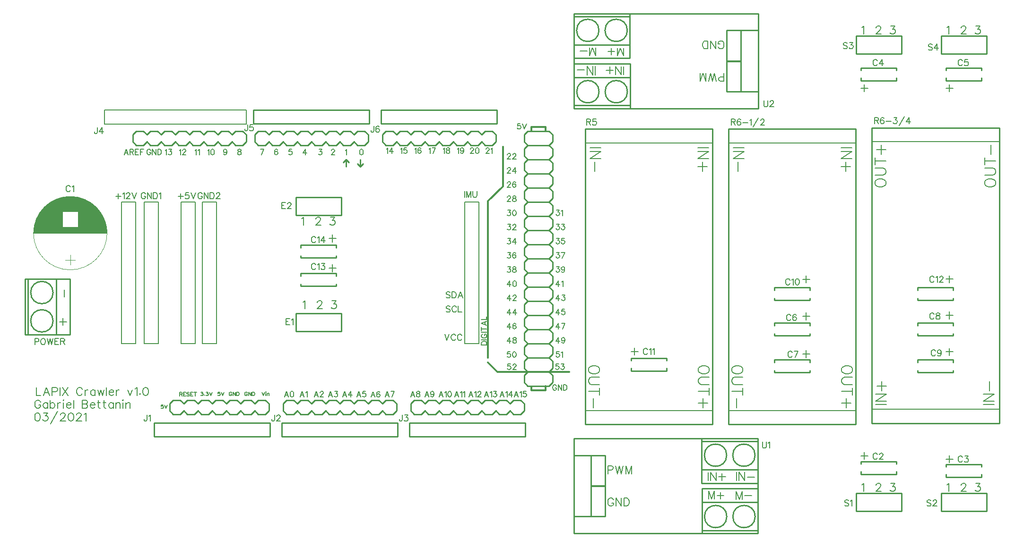
<source format=gto>
G04 Layer: TopSilkLayer*
G04 EasyEDA v6.4.17, 2021-03-17T11:39:49--3:00*
G04 0ec266cd3479489882c0241a24e145c1,59636247558045d2802cba280e4ac9d9,10*
G04 Gerber Generator version 0.2*
G04 Scale: 100 percent, Rotated: No, Reflected: No *
G04 Dimensions in inches *
G04 leading zeros omitted , absolute positions ,3 integer and 6 decimal *
%FSLAX36Y36*%
%MOIN*%

%ADD27C,0.0100*%
%ADD28C,0.0120*%
%ADD29C,0.0080*%
%ADD30C,0.0080*%
%ADD31C,0.0047*%
%ADD32C,0.0060*%

%LPD*%
D29*
X6505000Y304200D02*
G01*
X6453400Y304200D01*
X6479200Y330000D02*
G01*
X6479200Y278499D01*
X5905000Y304200D02*
G01*
X5853400Y304200D01*
X5879200Y330000D02*
G01*
X5879200Y278499D01*
X5905000Y-2292694D02*
G01*
X5853400Y-2292694D01*
X5879200Y-2266894D02*
G01*
X5879200Y-2318395D01*
X6505000Y-2315799D02*
G01*
X6453400Y-2315799D01*
X6479200Y-2290000D02*
G01*
X6479200Y-2341500D01*
X6505000Y-1558234D02*
G01*
X6453400Y-1558234D01*
X6479200Y-1532433D02*
G01*
X6479200Y-1583933D01*
X6505000Y-1300338D02*
G01*
X6453400Y-1300338D01*
X6479200Y-1274538D02*
G01*
X6479200Y-1326039D01*
X6505000Y-1045075D02*
G01*
X6453400Y-1045075D01*
X6479200Y-1019275D02*
G01*
X6479200Y-1070776D01*
X5495000Y-1045799D02*
G01*
X5443400Y-1045799D01*
X5469200Y-1020000D02*
G01*
X5469200Y-1071500D01*
X5495000Y-1306511D02*
G01*
X5443400Y-1306511D01*
X5469200Y-1280711D02*
G01*
X5469200Y-1332211D01*
X5495000Y-1573843D02*
G01*
X5443400Y-1573843D01*
X5469200Y-1548043D02*
G01*
X5469200Y-1599544D01*
X4285000Y-1555799D02*
G01*
X4233400Y-1555799D01*
X4259200Y-1530000D02*
G01*
X4259200Y-1581500D01*
X2155000Y-967065D02*
G01*
X2103400Y-967065D01*
X2129200Y-941266D02*
G01*
X2129200Y-992766D01*
X2155000Y-757732D02*
G01*
X2103400Y-757732D01*
X2129200Y-731932D02*
G01*
X2129200Y-783433D01*
X2958599Y-1140700D02*
G01*
X2954499Y-1136599D01*
X2948400Y-1134600D01*
X2940200Y-1134600D01*
X2934099Y-1136599D01*
X2930000Y-1140700D01*
X2930000Y-1144800D01*
X2931999Y-1148899D01*
X2934099Y-1150999D01*
X2938199Y-1153000D01*
X2950500Y-1157100D01*
X2954499Y-1159099D01*
X2956599Y-1161199D01*
X2958599Y-1165300D01*
X2958599Y-1171399D01*
X2954499Y-1175500D01*
X2948400Y-1177500D01*
X2940200Y-1177500D01*
X2934099Y-1175500D01*
X2930000Y-1171399D01*
X2972100Y-1134600D02*
G01*
X2972100Y-1177500D01*
X2972100Y-1134600D02*
G01*
X2986499Y-1134600D01*
X2992600Y-1136599D01*
X2996700Y-1140700D01*
X2998699Y-1144800D01*
X3000799Y-1150999D01*
X3000799Y-1161199D01*
X2998699Y-1167300D01*
X2996700Y-1171399D01*
X2992600Y-1175500D01*
X2986499Y-1177500D01*
X2972100Y-1177500D01*
X3030600Y-1134600D02*
G01*
X3014300Y-1177500D01*
X3030600Y-1134600D02*
G01*
X3046999Y-1177500D01*
X3020399Y-1163200D02*
G01*
X3040900Y-1163200D01*
X2958599Y-1240700D02*
G01*
X2954499Y-1236599D01*
X2948400Y-1234600D01*
X2940200Y-1234600D01*
X2934099Y-1236599D01*
X2930000Y-1240700D01*
X2930000Y-1244800D01*
X2931999Y-1248899D01*
X2934099Y-1250999D01*
X2938199Y-1253000D01*
X2950500Y-1257100D01*
X2954499Y-1259099D01*
X2956599Y-1261199D01*
X2958599Y-1265300D01*
X2958599Y-1271399D01*
X2954499Y-1275500D01*
X2948400Y-1277500D01*
X2940200Y-1277500D01*
X2934099Y-1275500D01*
X2930000Y-1271399D01*
X3002799Y-1244800D02*
G01*
X3000799Y-1240700D01*
X2996700Y-1236599D01*
X2992600Y-1234600D01*
X2984399Y-1234600D01*
X2980299Y-1236599D01*
X2976199Y-1240700D01*
X2974200Y-1244800D01*
X2972100Y-1250999D01*
X2972100Y-1261199D01*
X2974200Y-1267300D01*
X2976199Y-1271399D01*
X2980299Y-1275500D01*
X2984399Y-1277500D01*
X2992600Y-1277500D01*
X2996700Y-1275500D01*
X3000799Y-1271399D01*
X3002799Y-1267300D01*
X3016300Y-1234600D02*
G01*
X3016300Y-1277500D01*
X3016300Y-1277500D02*
G01*
X3040900Y-1277500D01*
X2920000Y-1434600D02*
G01*
X2936400Y-1477500D01*
X2952700Y-1434600D02*
G01*
X2936400Y-1477500D01*
X2996899Y-1444800D02*
G01*
X2994899Y-1440700D01*
X2990799Y-1436599D01*
X2986700Y-1434600D01*
X2978500Y-1434600D01*
X2974399Y-1436599D01*
X2970299Y-1440700D01*
X2968299Y-1444800D01*
X2966199Y-1450999D01*
X2966199Y-1461199D01*
X2968299Y-1467300D01*
X2970299Y-1471399D01*
X2974399Y-1475500D01*
X2978500Y-1477500D01*
X2986700Y-1477500D01*
X2990799Y-1475500D01*
X2994899Y-1471399D01*
X2996899Y-1467300D01*
X3041099Y-1444800D02*
G01*
X3038999Y-1440700D01*
X3035000Y-1436599D01*
X3030900Y-1434600D01*
X3022700Y-1434600D01*
X3018599Y-1436599D01*
X3014499Y-1440700D01*
X3012500Y-1444800D01*
X3010399Y-1450999D01*
X3010399Y-1461199D01*
X3012500Y-1467300D01*
X3014499Y-1471399D01*
X3018599Y-1475500D01*
X3022700Y-1477500D01*
X3030900Y-1477500D01*
X3035000Y-1475500D01*
X3038999Y-1471399D01*
X3041099Y-1467300D01*
X70900Y-1913099D02*
G01*
X68200Y-1907600D01*
X62699Y-1902199D01*
X57300Y-1899499D01*
X46399Y-1899499D01*
X40900Y-1902199D01*
X35500Y-1907600D01*
X32699Y-1913099D01*
X30000Y-1921300D01*
X30000Y-1934899D01*
X32699Y-1943099D01*
X35500Y-1948499D01*
X40900Y-1954000D01*
X46399Y-1956700D01*
X57300Y-1956700D01*
X62699Y-1954000D01*
X68200Y-1948499D01*
X70900Y-1943099D01*
X70900Y-1934899D01*
X57300Y-1934899D02*
G01*
X70900Y-1934899D01*
X121599Y-1918499D02*
G01*
X121599Y-1956700D01*
X121599Y-1926700D02*
G01*
X116199Y-1921300D01*
X110700Y-1918499D01*
X102500Y-1918499D01*
X97100Y-1921300D01*
X91599Y-1926700D01*
X88899Y-1934899D01*
X88899Y-1940399D01*
X91599Y-1948499D01*
X97100Y-1954000D01*
X102500Y-1956700D01*
X110700Y-1956700D01*
X116199Y-1954000D01*
X121599Y-1948499D01*
X139600Y-1899499D02*
G01*
X139600Y-1956700D01*
X139600Y-1926700D02*
G01*
X145100Y-1921300D01*
X150500Y-1918499D01*
X158699Y-1918499D01*
X164200Y-1921300D01*
X169600Y-1926700D01*
X172399Y-1934899D01*
X172399Y-1940399D01*
X169600Y-1948499D01*
X164200Y-1954000D01*
X158699Y-1956700D01*
X150500Y-1956700D01*
X145100Y-1954000D01*
X139600Y-1948499D01*
X190399Y-1918499D02*
G01*
X190399Y-1956700D01*
X190399Y-1934899D02*
G01*
X193099Y-1926700D01*
X198499Y-1921300D01*
X204000Y-1918499D01*
X212199Y-1918499D01*
X230199Y-1899499D02*
G01*
X232899Y-1902199D01*
X235599Y-1899499D01*
X232899Y-1896700D01*
X230199Y-1899499D01*
X232899Y-1918499D02*
G01*
X232899Y-1956700D01*
X253600Y-1934899D02*
G01*
X286399Y-1934899D01*
X286399Y-1929499D01*
X283600Y-1924000D01*
X280900Y-1921300D01*
X275500Y-1918499D01*
X267300Y-1918499D01*
X261799Y-1921300D01*
X256399Y-1926700D01*
X253600Y-1934899D01*
X253600Y-1940399D01*
X256399Y-1948499D01*
X261799Y-1954000D01*
X267300Y-1956700D01*
X275500Y-1956700D01*
X280900Y-1954000D01*
X286399Y-1948499D01*
X304400Y-1899499D02*
G01*
X304400Y-1956700D01*
X364400Y-1899499D02*
G01*
X364400Y-1956700D01*
X364400Y-1899499D02*
G01*
X388899Y-1899499D01*
X397100Y-1902199D01*
X399800Y-1904899D01*
X402500Y-1910399D01*
X402500Y-1915799D01*
X399800Y-1921300D01*
X397100Y-1924000D01*
X388899Y-1926700D01*
X364400Y-1926700D02*
G01*
X388899Y-1926700D01*
X397100Y-1929499D01*
X399800Y-1932199D01*
X402500Y-1937600D01*
X402500Y-1945799D01*
X399800Y-1951300D01*
X397100Y-1954000D01*
X388899Y-1956700D01*
X364400Y-1956700D01*
X420500Y-1934899D02*
G01*
X453299Y-1934899D01*
X453299Y-1929499D01*
X450500Y-1924000D01*
X447800Y-1921300D01*
X442399Y-1918499D01*
X434200Y-1918499D01*
X428699Y-1921300D01*
X423299Y-1926700D01*
X420500Y-1934899D01*
X420500Y-1940399D01*
X423299Y-1948499D01*
X428699Y-1954000D01*
X434200Y-1956700D01*
X442399Y-1956700D01*
X447800Y-1954000D01*
X453299Y-1948499D01*
X479499Y-1899499D02*
G01*
X479499Y-1945799D01*
X482199Y-1954000D01*
X487600Y-1956700D01*
X493099Y-1956700D01*
X471300Y-1918499D02*
G01*
X490399Y-1918499D01*
X519299Y-1899499D02*
G01*
X519299Y-1945799D01*
X521999Y-1954000D01*
X527500Y-1956700D01*
X532899Y-1956700D01*
X511100Y-1918499D02*
G01*
X530199Y-1918499D01*
X583600Y-1918499D02*
G01*
X583600Y-1956700D01*
X583600Y-1926700D02*
G01*
X578200Y-1921300D01*
X572699Y-1918499D01*
X564499Y-1918499D01*
X559099Y-1921300D01*
X553600Y-1926700D01*
X550900Y-1934899D01*
X550900Y-1940399D01*
X553600Y-1948499D01*
X559099Y-1954000D01*
X564499Y-1956700D01*
X572699Y-1956700D01*
X578200Y-1954000D01*
X583600Y-1948499D01*
X601599Y-1918499D02*
G01*
X601599Y-1956700D01*
X601599Y-1929499D02*
G01*
X609800Y-1921300D01*
X615300Y-1918499D01*
X623499Y-1918499D01*
X628899Y-1921300D01*
X631599Y-1929499D01*
X631599Y-1956700D01*
X649600Y-1899499D02*
G01*
X652399Y-1902199D01*
X655100Y-1899499D01*
X652399Y-1896700D01*
X649600Y-1899499D01*
X652399Y-1918499D02*
G01*
X652399Y-1956700D01*
X673099Y-1918499D02*
G01*
X673099Y-1956700D01*
X673099Y-1929499D02*
G01*
X681300Y-1921300D01*
X686700Y-1918499D01*
X694899Y-1918499D01*
X700399Y-1921300D01*
X703099Y-1929499D01*
X703099Y-1956700D01*
X46399Y-1989499D02*
G01*
X38200Y-1992199D01*
X32699Y-2000399D01*
X30000Y-2014000D01*
X30000Y-2022199D01*
X32699Y-2035799D01*
X38200Y-2044000D01*
X46399Y-2046700D01*
X51799Y-2046700D01*
X60000Y-2044000D01*
X65500Y-2035799D01*
X68200Y-2022199D01*
X68200Y-2014000D01*
X65500Y-2000399D01*
X60000Y-1992199D01*
X51799Y-1989499D01*
X46399Y-1989499D01*
X91599Y-1989499D02*
G01*
X121599Y-1989499D01*
X105300Y-2011300D01*
X113499Y-2011300D01*
X118899Y-2014000D01*
X121599Y-2016700D01*
X124400Y-2024899D01*
X124400Y-2030399D01*
X121599Y-2038499D01*
X116199Y-2044000D01*
X108000Y-2046700D01*
X99800Y-2046700D01*
X91599Y-2044000D01*
X88899Y-2041300D01*
X86199Y-2035799D01*
X191500Y-1978499D02*
G01*
X142399Y-2065799D01*
X212199Y-2003099D02*
G01*
X212199Y-2000399D01*
X214899Y-1994899D01*
X217600Y-1992199D01*
X223099Y-1989499D01*
X234000Y-1989499D01*
X239499Y-1992199D01*
X242199Y-1994899D01*
X244899Y-2000399D01*
X244899Y-2005799D01*
X242199Y-2011300D01*
X236700Y-2019499D01*
X209499Y-2046700D01*
X247600Y-2046700D01*
X281999Y-1989499D02*
G01*
X273800Y-1992199D01*
X268400Y-2000399D01*
X265599Y-2014000D01*
X265599Y-2022199D01*
X268400Y-2035799D01*
X273800Y-2044000D01*
X281999Y-2046700D01*
X287500Y-2046700D01*
X295599Y-2044000D01*
X301100Y-2035799D01*
X303800Y-2022199D01*
X303800Y-2014000D01*
X301100Y-2000399D01*
X295599Y-1992199D01*
X287500Y-1989499D01*
X281999Y-1989499D01*
X324499Y-2003099D02*
G01*
X324499Y-2000399D01*
X327300Y-1994899D01*
X330000Y-1992199D01*
X335500Y-1989499D01*
X346399Y-1989499D01*
X351799Y-1992199D01*
X354499Y-1994899D01*
X357300Y-2000399D01*
X357300Y-2005799D01*
X354499Y-2011300D01*
X349099Y-2019499D01*
X321799Y-2046700D01*
X360000Y-2046700D01*
X378000Y-2000399D02*
G01*
X383499Y-1997600D01*
X391599Y-1989499D01*
X391599Y-2046700D01*
X40000Y-1809499D02*
G01*
X40000Y-1866700D01*
X40000Y-1866700D02*
G01*
X72699Y-1866700D01*
X112500Y-1809499D02*
G01*
X90700Y-1866700D01*
X112500Y-1809499D02*
G01*
X134400Y-1866700D01*
X98899Y-1847600D02*
G01*
X126199Y-1847600D01*
X152399Y-1809499D02*
G01*
X152399Y-1866700D01*
X152399Y-1809499D02*
G01*
X176900Y-1809499D01*
X185100Y-1812199D01*
X187800Y-1814899D01*
X190500Y-1820399D01*
X190500Y-1828499D01*
X187800Y-1834000D01*
X185100Y-1836700D01*
X176900Y-1839499D01*
X152399Y-1839499D01*
X208499Y-1809499D02*
G01*
X208499Y-1866700D01*
X226500Y-1809499D02*
G01*
X264699Y-1866700D01*
X264699Y-1809499D02*
G01*
X226500Y-1866700D01*
X365599Y-1823099D02*
G01*
X362899Y-1817600D01*
X357500Y-1812199D01*
X351999Y-1809499D01*
X341100Y-1809499D01*
X335599Y-1812199D01*
X330199Y-1817600D01*
X327500Y-1823099D01*
X324699Y-1831300D01*
X324699Y-1844899D01*
X327500Y-1853099D01*
X330199Y-1858499D01*
X335599Y-1864000D01*
X341100Y-1866700D01*
X351999Y-1866700D01*
X357500Y-1864000D01*
X362899Y-1858499D01*
X365599Y-1853099D01*
X383600Y-1828499D02*
G01*
X383600Y-1866700D01*
X383600Y-1844899D02*
G01*
X386399Y-1836700D01*
X391799Y-1831300D01*
X397300Y-1828499D01*
X405500Y-1828499D01*
X456199Y-1828499D02*
G01*
X456199Y-1866700D01*
X456199Y-1836700D02*
G01*
X450700Y-1831300D01*
X445300Y-1828499D01*
X437100Y-1828499D01*
X431599Y-1831300D01*
X426199Y-1836700D01*
X423499Y-1844899D01*
X423499Y-1850399D01*
X426199Y-1858499D01*
X431599Y-1864000D01*
X437100Y-1866700D01*
X445300Y-1866700D01*
X450700Y-1864000D01*
X456199Y-1858499D01*
X474200Y-1828499D02*
G01*
X485100Y-1866700D01*
X495999Y-1828499D02*
G01*
X485100Y-1866700D01*
X495999Y-1828499D02*
G01*
X506900Y-1866700D01*
X517800Y-1828499D02*
G01*
X506900Y-1866700D01*
X535799Y-1809499D02*
G01*
X535799Y-1866700D01*
X553800Y-1844899D02*
G01*
X586500Y-1844899D01*
X586500Y-1839499D01*
X583800Y-1834000D01*
X581100Y-1831300D01*
X575599Y-1828499D01*
X567500Y-1828499D01*
X561999Y-1831300D01*
X556500Y-1836700D01*
X553800Y-1844899D01*
X553800Y-1850399D01*
X556500Y-1858499D01*
X561999Y-1864000D01*
X567500Y-1866700D01*
X575599Y-1866700D01*
X581100Y-1864000D01*
X586500Y-1858499D01*
X604499Y-1828499D02*
G01*
X604499Y-1866700D01*
X604499Y-1844899D02*
G01*
X607300Y-1836700D01*
X612699Y-1831300D01*
X618200Y-1828499D01*
X626399Y-1828499D01*
X686399Y-1828499D02*
G01*
X702699Y-1866700D01*
X719099Y-1828499D02*
G01*
X702699Y-1866700D01*
X737100Y-1820399D02*
G01*
X742500Y-1817600D01*
X750700Y-1809499D01*
X750700Y-1866700D01*
X771499Y-1853099D02*
G01*
X768699Y-1855799D01*
X771499Y-1858499D01*
X774200Y-1855799D01*
X771499Y-1853099D01*
X808500Y-1809499D02*
G01*
X800399Y-1812199D01*
X794899Y-1820399D01*
X792200Y-1834000D01*
X792200Y-1842199D01*
X794899Y-1855799D01*
X800399Y-1864000D01*
X808500Y-1866700D01*
X813999Y-1866700D01*
X822200Y-1864000D01*
X827600Y-1855799D01*
X830399Y-1842199D01*
X830399Y-1834000D01*
X827600Y-1820399D01*
X822200Y-1812199D01*
X813999Y-1809499D01*
X808500Y-1809499D01*
D32*
X5160000Y-2194600D02*
G01*
X5160000Y-2225300D01*
X5161999Y-2231399D01*
X5166099Y-2235500D01*
X5172299Y-2237500D01*
X5176400Y-2237500D01*
X5182500Y-2235500D01*
X5186599Y-2231399D01*
X5188599Y-2225300D01*
X5188599Y-2194600D01*
X5202100Y-2202800D02*
G01*
X5206199Y-2200700D01*
X5212399Y-2194600D01*
X5212399Y-2237500D01*
D29*
X4070190Y-2363089D02*
G01*
X4070190Y-2419488D01*
X4070190Y-2363089D02*
G01*
X4094290Y-2363089D01*
X4102389Y-2365788D01*
X4105090Y-2368488D01*
X4107690Y-2373789D01*
X4107690Y-2381889D01*
X4105090Y-2387289D01*
X4102389Y-2389888D01*
X4094290Y-2392588D01*
X4070190Y-2392588D01*
X4125490Y-2363089D02*
G01*
X4138890Y-2419488D01*
X4152290Y-2363089D02*
G01*
X4138890Y-2419488D01*
X4152290Y-2363089D02*
G01*
X4165690Y-2419488D01*
X4179189Y-2363089D02*
G01*
X4165690Y-2419488D01*
X4196890Y-2363089D02*
G01*
X4196890Y-2419488D01*
X4196890Y-2363089D02*
G01*
X4218289Y-2419488D01*
X4239790Y-2363089D02*
G01*
X4218289Y-2419488D01*
X4239790Y-2363089D02*
G01*
X4239790Y-2419488D01*
X4110452Y-2604848D02*
G01*
X4107753Y-2599448D01*
X4102353Y-2594149D01*
X4096953Y-2591448D01*
X4086252Y-2591448D01*
X4080852Y-2594149D01*
X4075553Y-2599448D01*
X4072852Y-2604848D01*
X4070153Y-2612948D01*
X4070153Y-2626349D01*
X4072852Y-2634349D01*
X4075553Y-2639749D01*
X4080852Y-2645149D01*
X4086252Y-2647849D01*
X4096953Y-2647849D01*
X4102353Y-2645149D01*
X4107753Y-2639749D01*
X4110452Y-2634349D01*
X4110452Y-2626349D01*
X4096953Y-2626349D02*
G01*
X4110452Y-2626349D01*
X4128153Y-2591448D02*
G01*
X4128153Y-2647849D01*
X4128153Y-2591448D02*
G01*
X4165753Y-2647849D01*
X4165753Y-2591448D02*
G01*
X4165753Y-2647849D01*
X4183452Y-2591448D02*
G01*
X4183452Y-2647849D01*
X4183452Y-2591448D02*
G01*
X4202253Y-2591448D01*
X4210253Y-2594149D01*
X4215653Y-2599448D01*
X4218352Y-2604848D01*
X4221053Y-2612948D01*
X4221053Y-2626349D01*
X4218352Y-2634349D01*
X4215653Y-2639749D01*
X4210253Y-2645149D01*
X4202253Y-2647849D01*
X4183452Y-2647849D01*
X4976851Y-2407934D02*
G01*
X4976853Y-2468033D01*
X4995752Y-2407934D02*
G01*
X4995752Y-2468033D01*
X4995752Y-2407934D02*
G01*
X5035852Y-2468033D01*
X5035852Y-2407934D02*
G01*
X5035852Y-2468033D01*
X5054751Y-2442233D02*
G01*
X5106252Y-2442233D01*
X4778815Y-2409025D02*
G01*
X4778815Y-2465426D01*
X4796516Y-2409025D02*
G01*
X4796516Y-2465426D01*
X4796516Y-2409025D02*
G01*
X4834116Y-2465426D01*
X4834116Y-2409025D02*
G01*
X4834116Y-2465426D01*
X4876016Y-2417125D02*
G01*
X4876016Y-2465426D01*
X4851815Y-2441226D02*
G01*
X4900115Y-2441226D01*
X4780045Y-2541392D02*
G01*
X4780045Y-2597793D01*
X4780045Y-2541392D02*
G01*
X4801544Y-2597793D01*
X4822945Y-2541392D02*
G01*
X4801544Y-2597793D01*
X4822945Y-2541392D02*
G01*
X4822945Y-2597793D01*
X4864844Y-2549493D02*
G01*
X4864844Y-2597793D01*
X4840645Y-2573593D02*
G01*
X4889044Y-2573593D01*
X4975703Y-2542730D02*
G01*
X4975703Y-2599130D01*
X4975703Y-2542730D02*
G01*
X4997202Y-2599130D01*
X5018603Y-2542730D02*
G01*
X4997202Y-2599130D01*
X5018603Y-2542730D02*
G01*
X5018603Y-2599130D01*
X5036403Y-2574929D02*
G01*
X5084702Y-2574929D01*
D32*
X5170000Y215399D02*
G01*
X5170000Y184699D01*
X5171999Y178600D01*
X5176099Y174499D01*
X5182299Y172500D01*
X5186400Y172500D01*
X5192500Y174499D01*
X5196599Y178600D01*
X5198599Y184699D01*
X5198599Y215399D01*
X5214200Y205199D02*
G01*
X5214200Y207199D01*
X5216199Y211300D01*
X5218299Y213400D01*
X5222399Y215399D01*
X5230500Y215399D01*
X5234600Y213400D01*
X5236700Y211300D01*
X5238699Y207199D01*
X5238699Y203099D01*
X5236700Y199000D01*
X5232600Y192899D01*
X5212100Y172500D01*
X5240799Y172500D01*
D29*
X4889809Y353088D02*
G01*
X4889809Y409488D01*
X4889809Y353088D02*
G01*
X4865709Y353088D01*
X4857610Y355788D01*
X4854910Y358488D01*
X4852309Y363789D01*
X4852309Y371889D01*
X4854910Y377289D01*
X4857610Y379888D01*
X4865709Y382588D01*
X4889809Y382588D01*
X4834510Y353088D02*
G01*
X4821109Y409488D01*
X4807709Y353088D02*
G01*
X4821109Y409488D01*
X4807709Y353088D02*
G01*
X4794309Y409488D01*
X4780810Y353088D02*
G01*
X4794309Y409488D01*
X4763109Y353088D02*
G01*
X4763109Y409488D01*
X4763109Y353088D02*
G01*
X4741710Y409488D01*
X4720209Y353088D02*
G01*
X4741710Y409488D01*
X4720209Y353088D02*
G01*
X4720209Y409488D01*
X4849547Y594848D02*
G01*
X4852246Y589448D01*
X4857646Y584149D01*
X4863046Y581448D01*
X4873747Y581448D01*
X4879147Y584149D01*
X4884447Y589448D01*
X4887147Y594848D01*
X4889847Y602948D01*
X4889847Y616349D01*
X4887147Y624349D01*
X4884447Y629749D01*
X4879147Y635149D01*
X4873747Y637849D01*
X4863046Y637849D01*
X4857646Y635149D01*
X4852246Y629749D01*
X4849547Y624349D01*
X4849547Y616349D01*
X4863046Y616349D02*
G01*
X4849547Y616349D01*
X4831846Y581448D02*
G01*
X4831846Y637849D01*
X4831846Y581448D02*
G01*
X4794246Y637849D01*
X4794246Y581448D02*
G01*
X4794246Y637849D01*
X4776547Y581448D02*
G01*
X4776547Y637849D01*
X4776547Y581448D02*
G01*
X4757746Y581448D01*
X4749746Y584149D01*
X4744346Y589448D01*
X4741647Y594848D01*
X4738946Y602948D01*
X4738946Y616349D01*
X4741647Y624349D01*
X4744346Y629749D01*
X4749746Y635149D01*
X4757746Y637849D01*
X4776547Y637849D01*
X3983148Y397934D02*
G01*
X3983146Y458033D01*
X3964247Y397934D02*
G01*
X3964247Y458033D01*
X3964247Y397934D02*
G01*
X3924147Y458033D01*
X3924147Y397934D02*
G01*
X3924147Y458033D01*
X3905248Y432233D02*
G01*
X3853747Y432233D01*
X4181184Y399025D02*
G01*
X4181184Y455426D01*
X4163483Y399025D02*
G01*
X4163483Y455426D01*
X4163483Y399025D02*
G01*
X4125883Y455426D01*
X4125883Y399025D02*
G01*
X4125883Y455426D01*
X4083984Y407125D02*
G01*
X4083984Y455426D01*
X4108184Y431226D02*
G01*
X4059884Y431226D01*
X4179955Y531392D02*
G01*
X4179955Y587793D01*
X4179955Y531392D02*
G01*
X4158455Y587793D01*
X4137055Y531392D02*
G01*
X4158455Y587793D01*
X4137055Y531392D02*
G01*
X4137055Y587793D01*
X4095155Y539493D02*
G01*
X4095155Y587793D01*
X4119354Y563593D02*
G01*
X4070955Y563593D01*
X3984296Y532730D02*
G01*
X3984296Y589130D01*
X3984296Y532730D02*
G01*
X3962797Y589130D01*
X3941396Y532730D02*
G01*
X3962797Y589130D01*
X3941396Y532730D02*
G01*
X3941396Y589130D01*
X3923596Y564929D02*
G01*
X3875297Y564929D01*
D32*
X3453140Y52600D02*
G01*
X3435240Y52600D01*
X3433440Y36500D01*
X3435240Y38299D01*
X3440540Y40100D01*
X3445940Y40100D01*
X3451340Y38299D01*
X3454939Y34699D01*
X3456740Y29400D01*
X3456740Y25799D01*
X3454939Y20399D01*
X3451340Y16799D01*
X3445940Y15000D01*
X3440540Y15000D01*
X3435240Y16799D01*
X3433440Y18600D01*
X3431639Y22199D01*
X3468540Y52600D02*
G01*
X3482839Y15000D01*
X3497139Y52600D02*
G01*
X3482839Y15000D01*
X674540Y-128200D02*
G01*
X660039Y-166399D01*
X674540Y-128200D02*
G01*
X689140Y-166399D01*
X665540Y-153600D02*
G01*
X683640Y-153600D01*
X701140Y-128200D02*
G01*
X701140Y-166399D01*
X701140Y-128200D02*
G01*
X717539Y-128200D01*
X722939Y-130000D01*
X724740Y-131799D01*
X726540Y-135500D01*
X726540Y-139099D01*
X724740Y-142699D01*
X722939Y-144499D01*
X717539Y-146399D01*
X701140Y-146399D01*
X713840Y-146399D02*
G01*
X726540Y-166399D01*
X738539Y-128200D02*
G01*
X738539Y-166399D01*
X738539Y-128200D02*
G01*
X762240Y-128200D01*
X738539Y-146399D02*
G01*
X753139Y-146399D01*
X738539Y-166399D02*
G01*
X762240Y-166399D01*
X774239Y-128200D02*
G01*
X774239Y-166399D01*
X774239Y-128200D02*
G01*
X797839Y-128200D01*
X774239Y-146399D02*
G01*
X788739Y-146399D01*
X847340Y-137300D02*
G01*
X845540Y-133600D01*
X841840Y-130000D01*
X838239Y-128200D01*
X830940Y-128200D01*
X827340Y-130000D01*
X823639Y-133600D01*
X821840Y-137300D01*
X820039Y-142699D01*
X820039Y-151799D01*
X821840Y-157300D01*
X823639Y-160900D01*
X827340Y-164499D01*
X830940Y-166399D01*
X838239Y-166399D01*
X841840Y-164499D01*
X845540Y-160900D01*
X847340Y-157300D01*
X847340Y-151799D01*
X838239Y-151799D02*
G01*
X847340Y-151799D01*
X859340Y-128200D02*
G01*
X859340Y-166399D01*
X859340Y-128200D02*
G01*
X884740Y-166399D01*
X884740Y-128200D02*
G01*
X884740Y-166399D01*
X896739Y-128200D02*
G01*
X896739Y-166399D01*
X896739Y-128200D02*
G01*
X909539Y-128200D01*
X914939Y-130000D01*
X918540Y-133600D01*
X920439Y-137300D01*
X922240Y-142699D01*
X922240Y-151799D01*
X920439Y-157300D01*
X918540Y-160900D01*
X914939Y-164499D01*
X909539Y-166399D01*
X896739Y-166399D01*
X1630039Y-1842199D02*
G01*
X1640039Y-1868499D01*
X1650039Y-1842199D02*
G01*
X1640039Y-1868499D01*
X1658339Y-1842199D02*
G01*
X1659639Y-1843400D01*
X1660839Y-1842199D01*
X1659639Y-1840900D01*
X1658339Y-1842199D01*
X1659639Y-1850999D02*
G01*
X1659639Y-1868499D01*
X1669139Y-1850999D02*
G01*
X1669139Y-1868499D01*
X1669139Y-1855999D02*
G01*
X1672839Y-1852199D01*
X1675339Y-1850999D01*
X1679139Y-1850999D01*
X1681639Y-1852199D01*
X1682939Y-1855999D01*
X1682939Y-1868499D01*
X1528840Y-1848499D02*
G01*
X1527539Y-1845900D01*
X1525039Y-1843400D01*
X1522539Y-1842199D01*
X1517539Y-1842199D01*
X1515039Y-1843400D01*
X1512539Y-1845900D01*
X1511340Y-1848499D01*
X1510039Y-1852199D01*
X1510039Y-1858499D01*
X1511340Y-1862199D01*
X1512539Y-1864699D01*
X1515039Y-1867199D01*
X1517539Y-1868499D01*
X1522539Y-1868499D01*
X1525039Y-1867199D01*
X1527539Y-1864699D01*
X1528840Y-1862199D01*
X1528840Y-1858499D01*
X1522539Y-1858499D02*
G01*
X1528840Y-1858499D01*
X1537139Y-1842199D02*
G01*
X1537139Y-1868499D01*
X1537139Y-1842199D02*
G01*
X1554639Y-1868499D01*
X1554639Y-1842199D02*
G01*
X1554639Y-1868499D01*
X1562939Y-1842199D02*
G01*
X1562939Y-1868499D01*
X1562939Y-1842199D02*
G01*
X1571639Y-1842199D01*
X1575439Y-1843400D01*
X1577939Y-1845900D01*
X1579139Y-1848499D01*
X1580439Y-1852199D01*
X1580439Y-1858499D01*
X1579139Y-1862199D01*
X1577939Y-1864699D01*
X1575439Y-1867199D01*
X1571639Y-1868499D01*
X1562939Y-1868499D01*
X1418840Y-1848499D02*
G01*
X1417539Y-1845900D01*
X1415039Y-1843400D01*
X1412539Y-1842199D01*
X1407539Y-1842199D01*
X1405039Y-1843400D01*
X1402539Y-1845900D01*
X1401340Y-1848499D01*
X1400039Y-1852199D01*
X1400039Y-1858499D01*
X1401340Y-1862199D01*
X1402539Y-1864699D01*
X1405039Y-1867199D01*
X1407539Y-1868499D01*
X1412539Y-1868499D01*
X1415039Y-1867199D01*
X1417539Y-1864699D01*
X1418840Y-1862199D01*
X1418840Y-1858499D01*
X1412539Y-1858499D02*
G01*
X1418840Y-1858499D01*
X1427139Y-1842199D02*
G01*
X1427139Y-1868499D01*
X1427139Y-1842199D02*
G01*
X1444639Y-1868499D01*
X1444639Y-1842199D02*
G01*
X1444639Y-1868499D01*
X1452939Y-1842199D02*
G01*
X1452939Y-1868499D01*
X1452939Y-1842199D02*
G01*
X1461639Y-1842199D01*
X1465439Y-1843400D01*
X1467939Y-1845900D01*
X1469139Y-1848499D01*
X1470439Y-1852199D01*
X1470439Y-1858499D01*
X1469139Y-1862199D01*
X1467939Y-1864699D01*
X1465439Y-1867199D01*
X1461639Y-1868499D01*
X1452939Y-1868499D01*
X1335039Y-1842199D02*
G01*
X1322539Y-1842199D01*
X1321340Y-1853499D01*
X1322539Y-1852199D01*
X1326340Y-1850999D01*
X1330039Y-1850999D01*
X1333840Y-1852199D01*
X1336340Y-1854699D01*
X1337539Y-1858499D01*
X1337539Y-1860999D01*
X1336340Y-1864699D01*
X1333840Y-1867199D01*
X1330039Y-1868499D01*
X1326340Y-1868499D01*
X1322539Y-1867199D01*
X1321340Y-1865999D01*
X1320039Y-1863499D01*
X1345839Y-1842199D02*
G01*
X1355839Y-1868499D01*
X1365839Y-1842199D02*
G01*
X1355839Y-1868499D01*
X1202539Y-1842199D02*
G01*
X1216340Y-1842199D01*
X1208840Y-1852199D01*
X1212539Y-1852199D01*
X1215039Y-1853499D01*
X1216340Y-1854699D01*
X1217539Y-1858499D01*
X1217539Y-1860999D01*
X1216340Y-1864699D01*
X1213840Y-1867199D01*
X1210039Y-1868499D01*
X1206340Y-1868499D01*
X1202539Y-1867199D01*
X1201340Y-1865999D01*
X1200039Y-1863499D01*
X1227139Y-1862199D02*
G01*
X1225839Y-1863499D01*
X1227139Y-1864699D01*
X1228339Y-1863499D01*
X1227139Y-1862199D01*
X1239139Y-1842199D02*
G01*
X1252939Y-1842199D01*
X1245339Y-1852199D01*
X1249139Y-1852199D01*
X1251639Y-1853499D01*
X1252939Y-1854699D01*
X1254139Y-1858499D01*
X1254139Y-1860999D01*
X1252939Y-1864699D01*
X1250439Y-1867199D01*
X1246639Y-1868499D01*
X1242839Y-1868499D01*
X1239139Y-1867199D01*
X1237839Y-1865999D01*
X1236639Y-1863499D01*
X1262439Y-1842199D02*
G01*
X1272439Y-1868499D01*
X1282439Y-1842199D02*
G01*
X1272439Y-1868499D01*
X1051639Y-1844299D02*
G01*
X1051639Y-1870599D01*
X1051639Y-1844299D02*
G01*
X1062939Y-1844299D01*
X1066639Y-1845500D01*
X1067939Y-1846799D01*
X1069139Y-1849299D01*
X1069139Y-1851799D01*
X1067939Y-1854299D01*
X1066639Y-1855599D01*
X1062939Y-1856799D01*
X1051639Y-1856799D01*
X1060439Y-1856799D02*
G01*
X1069139Y-1870599D01*
X1077439Y-1844299D02*
G01*
X1077439Y-1870599D01*
X1077439Y-1844299D02*
G01*
X1093739Y-1844299D01*
X1077439Y-1856799D02*
G01*
X1087439Y-1856799D01*
X1077439Y-1870599D02*
G01*
X1093739Y-1870599D01*
X1119539Y-1848000D02*
G01*
X1117039Y-1845500D01*
X1113239Y-1844299D01*
X1108239Y-1844299D01*
X1104539Y-1845500D01*
X1102039Y-1848000D01*
X1102039Y-1850599D01*
X1103239Y-1853099D01*
X1104539Y-1854299D01*
X1107039Y-1855599D01*
X1114539Y-1858099D01*
X1117039Y-1859299D01*
X1118239Y-1860599D01*
X1119539Y-1863099D01*
X1119539Y-1866799D01*
X1117039Y-1869299D01*
X1113239Y-1870599D01*
X1108239Y-1870599D01*
X1104539Y-1869299D01*
X1102039Y-1866799D01*
X1127839Y-1844299D02*
G01*
X1127839Y-1870599D01*
X1127839Y-1844299D02*
G01*
X1144040Y-1844299D01*
X1127839Y-1856799D02*
G01*
X1137839Y-1856799D01*
X1127839Y-1870599D02*
G01*
X1144040Y-1870599D01*
X1161139Y-1844299D02*
G01*
X1161139Y-1870599D01*
X1152340Y-1844299D02*
G01*
X1169939Y-1844299D01*
X3708440Y-1800300D02*
G01*
X3706740Y-1796700D01*
X3703140Y-1793200D01*
X3699539Y-1791399D01*
X3692340Y-1791399D01*
X3688840Y-1793200D01*
X3685240Y-1796700D01*
X3683440Y-1800300D01*
X3681639Y-1805700D01*
X3681639Y-1814600D01*
X3683440Y-1820000D01*
X3685240Y-1823600D01*
X3688840Y-1827199D01*
X3692340Y-1829000D01*
X3699539Y-1829000D01*
X3703140Y-1827199D01*
X3706740Y-1823600D01*
X3708440Y-1820000D01*
X3708440Y-1814600D01*
X3699539Y-1814600D02*
G01*
X3708440Y-1814600D01*
X3720339Y-1791399D02*
G01*
X3720339Y-1829000D01*
X3720339Y-1791399D02*
G01*
X3745339Y-1829000D01*
X3745339Y-1791399D02*
G01*
X3745339Y-1829000D01*
X3757139Y-1791399D02*
G01*
X3757139Y-1829000D01*
X3757139Y-1791399D02*
G01*
X3769639Y-1791399D01*
X3775039Y-1793200D01*
X3778639Y-1796700D01*
X3780439Y-1800300D01*
X3782240Y-1805700D01*
X3782240Y-1814600D01*
X3780439Y-1820000D01*
X3778639Y-1823600D01*
X3775039Y-1827199D01*
X3769639Y-1829000D01*
X3757139Y-1829000D01*
X3178239Y-1510000D02*
G01*
X3216440Y-1510000D01*
X3178239Y-1510000D02*
G01*
X3178239Y-1497300D01*
X3180039Y-1491799D01*
X3183639Y-1488200D01*
X3187340Y-1486399D01*
X3192740Y-1484499D01*
X3201840Y-1484499D01*
X3207340Y-1486399D01*
X3210940Y-1488200D01*
X3214539Y-1491799D01*
X3216440Y-1497300D01*
X3216440Y-1510000D01*
X3178239Y-1472500D02*
G01*
X3216440Y-1472500D01*
X3187340Y-1433299D02*
G01*
X3183639Y-1435100D01*
X3180039Y-1438699D01*
X3178239Y-1442399D01*
X3178239Y-1449600D01*
X3180039Y-1453299D01*
X3183639Y-1456900D01*
X3187340Y-1458699D01*
X3192740Y-1460500D01*
X3201840Y-1460500D01*
X3207340Y-1458699D01*
X3210940Y-1456900D01*
X3214539Y-1453299D01*
X3216440Y-1449600D01*
X3216440Y-1442399D01*
X3214539Y-1438699D01*
X3210940Y-1435100D01*
X3207340Y-1433299D01*
X3201840Y-1433299D01*
X3201840Y-1442399D02*
G01*
X3201840Y-1433299D01*
X3178239Y-1421300D02*
G01*
X3216440Y-1421300D01*
X3178239Y-1396500D02*
G01*
X3216440Y-1396500D01*
X3178239Y-1409299D02*
G01*
X3178239Y-1383800D01*
X3178239Y-1357300D02*
G01*
X3216440Y-1371799D01*
X3178239Y-1357300D02*
G01*
X3216440Y-1342699D01*
X3203639Y-1366399D02*
G01*
X3203639Y-1348200D01*
X3178239Y-1330700D02*
G01*
X3216440Y-1330700D01*
X3216440Y-1330700D02*
G01*
X3216440Y-1308899D01*
X3424539Y-1838200D02*
G01*
X3410039Y-1876399D01*
X3424539Y-1838200D02*
G01*
X3439139Y-1876399D01*
X3415540Y-1863600D02*
G01*
X3433639Y-1863600D01*
X3451139Y-1845500D02*
G01*
X3454740Y-1843600D01*
X3460240Y-1838200D01*
X3460240Y-1876399D01*
X3494040Y-1838200D02*
G01*
X3475839Y-1838200D01*
X3474040Y-1854499D01*
X3475839Y-1852699D01*
X3481340Y-1850900D01*
X3486740Y-1850900D01*
X3492240Y-1852699D01*
X3495839Y-1856399D01*
X3497640Y-1861799D01*
X3497640Y-1865500D01*
X3495839Y-1870900D01*
X3492240Y-1874499D01*
X3486740Y-1876399D01*
X3481340Y-1876399D01*
X3475839Y-1874499D01*
X3474040Y-1872699D01*
X3472240Y-1869099D01*
X3324539Y-1838200D02*
G01*
X3310039Y-1876399D01*
X3324539Y-1838200D02*
G01*
X3339139Y-1876399D01*
X3315540Y-1863600D02*
G01*
X3333639Y-1863600D01*
X3351139Y-1845500D02*
G01*
X3354740Y-1843600D01*
X3360240Y-1838200D01*
X3360240Y-1876399D01*
X3390439Y-1838200D02*
G01*
X3372240Y-1863600D01*
X3399539Y-1863600D01*
X3390439Y-1838200D02*
G01*
X3390439Y-1876399D01*
X3214539Y-1838200D02*
G01*
X3200039Y-1876399D01*
X3214539Y-1838200D02*
G01*
X3229139Y-1876399D01*
X3205540Y-1863600D02*
G01*
X3223639Y-1863600D01*
X3241139Y-1845500D02*
G01*
X3244740Y-1843600D01*
X3250240Y-1838200D01*
X3250240Y-1876399D01*
X3265839Y-1838200D02*
G01*
X3285839Y-1838200D01*
X3274939Y-1852699D01*
X3280439Y-1852699D01*
X3284040Y-1854499D01*
X3285839Y-1856399D01*
X3287640Y-1861799D01*
X3287640Y-1865500D01*
X3285839Y-1870900D01*
X3282240Y-1874499D01*
X3276740Y-1876399D01*
X3271340Y-1876399D01*
X3265839Y-1874499D01*
X3264040Y-1872699D01*
X3262240Y-1869099D01*
X3104539Y-1838200D02*
G01*
X3090039Y-1876399D01*
X3104539Y-1838200D02*
G01*
X3119139Y-1876399D01*
X3095540Y-1863600D02*
G01*
X3113639Y-1863600D01*
X3131139Y-1845500D02*
G01*
X3134740Y-1843600D01*
X3140240Y-1838200D01*
X3140240Y-1876399D01*
X3154040Y-1847300D02*
G01*
X3154040Y-1845500D01*
X3155839Y-1841799D01*
X3157640Y-1840000D01*
X3161340Y-1838200D01*
X3168540Y-1838200D01*
X3172240Y-1840000D01*
X3174040Y-1841799D01*
X3175839Y-1845500D01*
X3175839Y-1849099D01*
X3174040Y-1852699D01*
X3170439Y-1858200D01*
X3152240Y-1876399D01*
X3177640Y-1876399D01*
X3004539Y-1838200D02*
G01*
X2990039Y-1876399D01*
X3004539Y-1838200D02*
G01*
X3019139Y-1876399D01*
X2995540Y-1863600D02*
G01*
X3013639Y-1863600D01*
X3031139Y-1845500D02*
G01*
X3034740Y-1843600D01*
X3040240Y-1838200D01*
X3040240Y-1876399D01*
X3052240Y-1845500D02*
G01*
X3055839Y-1843600D01*
X3061340Y-1838200D01*
X3061340Y-1876399D01*
X2894539Y-1838200D02*
G01*
X2880039Y-1876399D01*
X2894539Y-1838200D02*
G01*
X2909139Y-1876399D01*
X2885540Y-1863600D02*
G01*
X2903639Y-1863600D01*
X2921139Y-1845500D02*
G01*
X2924740Y-1843600D01*
X2930240Y-1838200D01*
X2930240Y-1876399D01*
X2953140Y-1838200D02*
G01*
X2947640Y-1840000D01*
X2944040Y-1845500D01*
X2942240Y-1854499D01*
X2942240Y-1860000D01*
X2944040Y-1869099D01*
X2947640Y-1874499D01*
X2953140Y-1876399D01*
X2956740Y-1876399D01*
X2962240Y-1874499D01*
X2965839Y-1869099D01*
X2967640Y-1860000D01*
X2967640Y-1854499D01*
X2965839Y-1845500D01*
X2962240Y-1840000D01*
X2956740Y-1838200D01*
X2953140Y-1838200D01*
X2794539Y-1838200D02*
G01*
X2780039Y-1876399D01*
X2794539Y-1838200D02*
G01*
X2809139Y-1876399D01*
X2785540Y-1863600D02*
G01*
X2803639Y-1863600D01*
X2844740Y-1850900D02*
G01*
X2842939Y-1856399D01*
X2839340Y-1860000D01*
X2833840Y-1861799D01*
X2832039Y-1861799D01*
X2826540Y-1860000D01*
X2822939Y-1856399D01*
X2821139Y-1850900D01*
X2821139Y-1849099D01*
X2822939Y-1843600D01*
X2826540Y-1840000D01*
X2832039Y-1838200D01*
X2833840Y-1838200D01*
X2839340Y-1840000D01*
X2842939Y-1843600D01*
X2844740Y-1850900D01*
X2844740Y-1860000D01*
X2842939Y-1869099D01*
X2839340Y-1874499D01*
X2833840Y-1876399D01*
X2830240Y-1876399D01*
X2824740Y-1874499D01*
X2822939Y-1870900D01*
X2694539Y-1838200D02*
G01*
X2680039Y-1876399D01*
X2694539Y-1838200D02*
G01*
X2709139Y-1876399D01*
X2685540Y-1863600D02*
G01*
X2703639Y-1863600D01*
X2730240Y-1838200D02*
G01*
X2724740Y-1840000D01*
X2722939Y-1843600D01*
X2722939Y-1847300D01*
X2724740Y-1850900D01*
X2728440Y-1852699D01*
X2735640Y-1854499D01*
X2741139Y-1856399D01*
X2744740Y-1860000D01*
X2746540Y-1863600D01*
X2746540Y-1869099D01*
X2744740Y-1872699D01*
X2742939Y-1874499D01*
X2737539Y-1876399D01*
X2730240Y-1876399D01*
X2724740Y-1874499D01*
X2722939Y-1872699D01*
X2721139Y-1869099D01*
X2721139Y-1863600D01*
X2722939Y-1860000D01*
X2726540Y-1856399D01*
X2732039Y-1854499D01*
X2739340Y-1852699D01*
X2742939Y-1850900D01*
X2744740Y-1847300D01*
X2744740Y-1843600D01*
X2742939Y-1840000D01*
X2737539Y-1838200D01*
X2730240Y-1838200D01*
X2514539Y-1838200D02*
G01*
X2500039Y-1876399D01*
X2514539Y-1838200D02*
G01*
X2529139Y-1876399D01*
X2505540Y-1863600D02*
G01*
X2523639Y-1863600D01*
X2566540Y-1838200D02*
G01*
X2548440Y-1876399D01*
X2541139Y-1838200D02*
G01*
X2566540Y-1838200D01*
X2414600Y-1839600D02*
G01*
X2400000Y-1877800D01*
X2414600Y-1839600D02*
G01*
X2429099Y-1877800D01*
X2405500Y-1865100D02*
G01*
X2423699Y-1865100D01*
X2462899Y-1845100D02*
G01*
X2461099Y-1841500D01*
X2455699Y-1839600D01*
X2451999Y-1839600D01*
X2446599Y-1841500D01*
X2442899Y-1846900D01*
X2441099Y-1855999D01*
X2441099Y-1865100D01*
X2442899Y-1872399D01*
X2446599Y-1875999D01*
X2451999Y-1877800D01*
X2453900Y-1877800D01*
X2459300Y-1875999D01*
X2462899Y-1872399D01*
X2464799Y-1866900D01*
X2464799Y-1865100D01*
X2462899Y-1859600D01*
X2459300Y-1855999D01*
X2453900Y-1854200D01*
X2451999Y-1854200D01*
X2446599Y-1855999D01*
X2442899Y-1859600D01*
X2441099Y-1865100D01*
X2314539Y-1838200D02*
G01*
X2300039Y-1876399D01*
X2314539Y-1838200D02*
G01*
X2329139Y-1876399D01*
X2305540Y-1863600D02*
G01*
X2323639Y-1863600D01*
X2362939Y-1838200D02*
G01*
X2344740Y-1838200D01*
X2342939Y-1854499D01*
X2344740Y-1852699D01*
X2350240Y-1850900D01*
X2355640Y-1850900D01*
X2361139Y-1852699D01*
X2364740Y-1856399D01*
X2366540Y-1861799D01*
X2366540Y-1865500D01*
X2364740Y-1870900D01*
X2361139Y-1874499D01*
X2355640Y-1876399D01*
X2350240Y-1876399D01*
X2344740Y-1874499D01*
X2342939Y-1872699D01*
X2341139Y-1869099D01*
X2214539Y-1838200D02*
G01*
X2200039Y-1876399D01*
X2214539Y-1838200D02*
G01*
X2229139Y-1876399D01*
X2205540Y-1863600D02*
G01*
X2223639Y-1863600D01*
X2259340Y-1838200D02*
G01*
X2241139Y-1863600D01*
X2268440Y-1863600D01*
X2259340Y-1838200D02*
G01*
X2259340Y-1876399D01*
X2114539Y-1838200D02*
G01*
X2100039Y-1876399D01*
X2114539Y-1838200D02*
G01*
X2129139Y-1876399D01*
X2105540Y-1863600D02*
G01*
X2123639Y-1863600D01*
X2144740Y-1838200D02*
G01*
X2164740Y-1838200D01*
X2153840Y-1852699D01*
X2159340Y-1852699D01*
X2162939Y-1854499D01*
X2164740Y-1856399D01*
X2166540Y-1861799D01*
X2166540Y-1865500D01*
X2164740Y-1870900D01*
X2161139Y-1874499D01*
X2155640Y-1876399D01*
X2150240Y-1876399D01*
X2144740Y-1874499D01*
X2142939Y-1872699D01*
X2141139Y-1869099D01*
X2014539Y-1838200D02*
G01*
X2000039Y-1876399D01*
X2014539Y-1838200D02*
G01*
X2029139Y-1876399D01*
X2005540Y-1863600D02*
G01*
X2023639Y-1863600D01*
X2042939Y-1847300D02*
G01*
X2042939Y-1845500D01*
X2044740Y-1841799D01*
X2046540Y-1840000D01*
X2050240Y-1838200D01*
X2057539Y-1838200D01*
X2061139Y-1840000D01*
X2062939Y-1841799D01*
X2064740Y-1845500D01*
X2064740Y-1849099D01*
X2062939Y-1852699D01*
X2059340Y-1858200D01*
X2041139Y-1876399D01*
X2066540Y-1876399D01*
X1914539Y-1838200D02*
G01*
X1900039Y-1876399D01*
X1914539Y-1838200D02*
G01*
X1929139Y-1876399D01*
X1905540Y-1863600D02*
G01*
X1923639Y-1863600D01*
X1941139Y-1845500D02*
G01*
X1944740Y-1843600D01*
X1950240Y-1838200D01*
X1950240Y-1876399D01*
X1804539Y-1838200D02*
G01*
X1790039Y-1876399D01*
X1804539Y-1838200D02*
G01*
X1819139Y-1876399D01*
X1795540Y-1863600D02*
G01*
X1813639Y-1863600D01*
X1842039Y-1838200D02*
G01*
X1836540Y-1840000D01*
X1832939Y-1845500D01*
X1831139Y-1854499D01*
X1831139Y-1860000D01*
X1832939Y-1869099D01*
X1836540Y-1874499D01*
X1842039Y-1876399D01*
X1845640Y-1876399D01*
X1851139Y-1874499D01*
X1854740Y-1869099D01*
X1856540Y-1860000D01*
X1856540Y-1854499D01*
X1854740Y-1845500D01*
X1851139Y-1840000D01*
X1845640Y-1838200D01*
X1842039Y-1838200D01*
X3723440Y-1644299D02*
G01*
X3705240Y-1644299D01*
X3703440Y-1660599D01*
X3705240Y-1658800D01*
X3710739Y-1656999D01*
X3716139Y-1656999D01*
X3721639Y-1658800D01*
X3725240Y-1662500D01*
X3727139Y-1667899D01*
X3727139Y-1671599D01*
X3725240Y-1676999D01*
X3721639Y-1680599D01*
X3716139Y-1682500D01*
X3710739Y-1682500D01*
X3705240Y-1680599D01*
X3703440Y-1678800D01*
X3701639Y-1675199D01*
X3742740Y-1644299D02*
G01*
X3762740Y-1644299D01*
X3751840Y-1658800D01*
X3757240Y-1658800D01*
X3760940Y-1660599D01*
X3762740Y-1662500D01*
X3764539Y-1667899D01*
X3764539Y-1671599D01*
X3762740Y-1676999D01*
X3759139Y-1680599D01*
X3753639Y-1682500D01*
X3748140Y-1682500D01*
X3742740Y-1680599D01*
X3740940Y-1678800D01*
X3739139Y-1675199D01*
X3726840Y-1557199D02*
G01*
X3708639Y-1557199D01*
X3706840Y-1573499D01*
X3708639Y-1571700D01*
X3714139Y-1569899D01*
X3719539Y-1569899D01*
X3725039Y-1571700D01*
X3728639Y-1575399D01*
X3730540Y-1580799D01*
X3730540Y-1584499D01*
X3728639Y-1589899D01*
X3725039Y-1593499D01*
X3719539Y-1595399D01*
X3714139Y-1595399D01*
X3708639Y-1593499D01*
X3706840Y-1591700D01*
X3705039Y-1588099D01*
X3742539Y-1564499D02*
G01*
X3746139Y-1562600D01*
X3751540Y-1557199D01*
X3751540Y-1595399D01*
X3723239Y-1457199D02*
G01*
X3705039Y-1482600D01*
X3732340Y-1482600D01*
X3723239Y-1457199D02*
G01*
X3723239Y-1495399D01*
X3767939Y-1469899D02*
G01*
X3766139Y-1475399D01*
X3762539Y-1479000D01*
X3757039Y-1480799D01*
X3755240Y-1480799D01*
X3749740Y-1479000D01*
X3746139Y-1475399D01*
X3744340Y-1469899D01*
X3744340Y-1468099D01*
X3746139Y-1462600D01*
X3749740Y-1459000D01*
X3755240Y-1457199D01*
X3757039Y-1457199D01*
X3762539Y-1459000D01*
X3766139Y-1462600D01*
X3767939Y-1469899D01*
X3767939Y-1479000D01*
X3766139Y-1488099D01*
X3762539Y-1493499D01*
X3757039Y-1495399D01*
X3753440Y-1495399D01*
X3747939Y-1493499D01*
X3746139Y-1489899D01*
X3723239Y-1357199D02*
G01*
X3705039Y-1382600D01*
X3732340Y-1382600D01*
X3723239Y-1357199D02*
G01*
X3723239Y-1395399D01*
X3769740Y-1357199D02*
G01*
X3751540Y-1395399D01*
X3744340Y-1357199D02*
G01*
X3769740Y-1357199D01*
X3723239Y-1257199D02*
G01*
X3705039Y-1282600D01*
X3732340Y-1282600D01*
X3723239Y-1257199D02*
G01*
X3723239Y-1295399D01*
X3766139Y-1257199D02*
G01*
X3747939Y-1257199D01*
X3746139Y-1273499D01*
X3747939Y-1271700D01*
X3753440Y-1269899D01*
X3758840Y-1269899D01*
X3764340Y-1271700D01*
X3767939Y-1275399D01*
X3769740Y-1280799D01*
X3769740Y-1284499D01*
X3767939Y-1289899D01*
X3764340Y-1293499D01*
X3758840Y-1295399D01*
X3753440Y-1295399D01*
X3747939Y-1293499D01*
X3746139Y-1291700D01*
X3744340Y-1288099D01*
X3723239Y-1157199D02*
G01*
X3705039Y-1182600D01*
X3732340Y-1182600D01*
X3723239Y-1157199D02*
G01*
X3723239Y-1195399D01*
X3747939Y-1157199D02*
G01*
X3767939Y-1157199D01*
X3757039Y-1171700D01*
X3762539Y-1171700D01*
X3766139Y-1173499D01*
X3767939Y-1175399D01*
X3769740Y-1180799D01*
X3769740Y-1184499D01*
X3767939Y-1189899D01*
X3764340Y-1193499D01*
X3758840Y-1195399D01*
X3753440Y-1195399D01*
X3747939Y-1193499D01*
X3746139Y-1191700D01*
X3744340Y-1188099D01*
X3723239Y-1057199D02*
G01*
X3705039Y-1082600D01*
X3732340Y-1082600D01*
X3723239Y-1057199D02*
G01*
X3723239Y-1095399D01*
X3744340Y-1064499D02*
G01*
X3747939Y-1062600D01*
X3753440Y-1057199D01*
X3753440Y-1095399D01*
X3708639Y-957199D02*
G01*
X3728639Y-957199D01*
X3717740Y-971700D01*
X3723239Y-971700D01*
X3726840Y-973499D01*
X3728639Y-975399D01*
X3730540Y-980799D01*
X3730540Y-984499D01*
X3728639Y-989899D01*
X3725039Y-993499D01*
X3719539Y-995399D01*
X3714139Y-995399D01*
X3708639Y-993499D01*
X3706840Y-991700D01*
X3705039Y-988099D01*
X3766139Y-969899D02*
G01*
X3764340Y-975399D01*
X3760640Y-979000D01*
X3755240Y-980799D01*
X3753440Y-980799D01*
X3747939Y-979000D01*
X3744340Y-975399D01*
X3742539Y-969899D01*
X3742539Y-968099D01*
X3744340Y-962600D01*
X3747939Y-959000D01*
X3753440Y-957199D01*
X3755240Y-957199D01*
X3760640Y-959000D01*
X3764340Y-962600D01*
X3766139Y-969899D01*
X3766139Y-979000D01*
X3764340Y-988099D01*
X3760640Y-993499D01*
X3755240Y-995399D01*
X3751540Y-995399D01*
X3746139Y-993499D01*
X3744340Y-989899D01*
X3708639Y-857199D02*
G01*
X3728639Y-857199D01*
X3717740Y-871700D01*
X3723239Y-871700D01*
X3726840Y-873499D01*
X3728639Y-875399D01*
X3730540Y-880799D01*
X3730540Y-884499D01*
X3728639Y-889899D01*
X3725039Y-893499D01*
X3719539Y-895399D01*
X3714139Y-895399D01*
X3708639Y-893499D01*
X3706840Y-891700D01*
X3705039Y-888099D01*
X3767939Y-857199D02*
G01*
X3749740Y-895399D01*
X3742539Y-857199D02*
G01*
X3767939Y-857199D01*
X3708639Y-757199D02*
G01*
X3728639Y-757199D01*
X3717740Y-771700D01*
X3723239Y-771700D01*
X3726840Y-773499D01*
X3728639Y-775399D01*
X3730540Y-780799D01*
X3730540Y-784499D01*
X3728639Y-789899D01*
X3725039Y-793499D01*
X3719539Y-795399D01*
X3714139Y-795399D01*
X3708639Y-793499D01*
X3706840Y-791700D01*
X3705039Y-788099D01*
X3764340Y-757199D02*
G01*
X3746139Y-757199D01*
X3744340Y-773499D01*
X3746139Y-771700D01*
X3751540Y-769899D01*
X3757039Y-769899D01*
X3762539Y-771700D01*
X3766139Y-775399D01*
X3767939Y-780799D01*
X3767939Y-784499D01*
X3766139Y-789899D01*
X3762539Y-793499D01*
X3757039Y-795399D01*
X3751540Y-795399D01*
X3746139Y-793499D01*
X3744340Y-791700D01*
X3742539Y-788099D01*
X3708639Y-657199D02*
G01*
X3728639Y-657199D01*
X3717740Y-671700D01*
X3723239Y-671700D01*
X3726840Y-673499D01*
X3728639Y-675399D01*
X3730540Y-680799D01*
X3730540Y-684499D01*
X3728639Y-689899D01*
X3725039Y-693499D01*
X3719539Y-695399D01*
X3714139Y-695399D01*
X3708639Y-693499D01*
X3706840Y-691700D01*
X3705039Y-688099D01*
X3746139Y-657199D02*
G01*
X3766139Y-657199D01*
X3755240Y-671700D01*
X3760640Y-671700D01*
X3764340Y-673499D01*
X3766139Y-675399D01*
X3767939Y-680799D01*
X3767939Y-684499D01*
X3766139Y-689899D01*
X3762539Y-693499D01*
X3757039Y-695399D01*
X3751540Y-695399D01*
X3746139Y-693499D01*
X3744340Y-691700D01*
X3742539Y-688099D01*
X3708639Y-557199D02*
G01*
X3728639Y-557199D01*
X3717740Y-571700D01*
X3723239Y-571700D01*
X3726840Y-573499D01*
X3728639Y-575399D01*
X3730540Y-580799D01*
X3730540Y-584499D01*
X3728639Y-589899D01*
X3725039Y-593499D01*
X3719539Y-595399D01*
X3714139Y-595399D01*
X3708639Y-593499D01*
X3706840Y-591700D01*
X3705039Y-588099D01*
X3742539Y-564499D02*
G01*
X3746139Y-562600D01*
X3751540Y-557199D01*
X3751540Y-595399D01*
X3384440Y-1645300D02*
G01*
X3366239Y-1645300D01*
X3364440Y-1661599D01*
X3366239Y-1659800D01*
X3371740Y-1658000D01*
X3377139Y-1658000D01*
X3382640Y-1659800D01*
X3386239Y-1663499D01*
X3388140Y-1668899D01*
X3388140Y-1672600D01*
X3386239Y-1678000D01*
X3382640Y-1681599D01*
X3377139Y-1683499D01*
X3371740Y-1683499D01*
X3366239Y-1681599D01*
X3364440Y-1679800D01*
X3362640Y-1676199D01*
X3401940Y-1654400D02*
G01*
X3401940Y-1652600D01*
X3403739Y-1648899D01*
X3405540Y-1647100D01*
X3409139Y-1645300D01*
X3416440Y-1645300D01*
X3420140Y-1647100D01*
X3421940Y-1648899D01*
X3423739Y-1652600D01*
X3423739Y-1656199D01*
X3421940Y-1659800D01*
X3418239Y-1665300D01*
X3400140Y-1683499D01*
X3425540Y-1683499D01*
X3379240Y-1458200D02*
G01*
X3361040Y-1483600D01*
X3388339Y-1483600D01*
X3379240Y-1458200D02*
G01*
X3379240Y-1496399D01*
X3409440Y-1458200D02*
G01*
X3403940Y-1460000D01*
X3402139Y-1463600D01*
X3402139Y-1467300D01*
X3403940Y-1470900D01*
X3407539Y-1472699D01*
X3414840Y-1474499D01*
X3420339Y-1476399D01*
X3423940Y-1480000D01*
X3425739Y-1483600D01*
X3425739Y-1489099D01*
X3423940Y-1492699D01*
X3422139Y-1494499D01*
X3416639Y-1496399D01*
X3409440Y-1496399D01*
X3403940Y-1494499D01*
X3402139Y-1492699D01*
X3400339Y-1489099D01*
X3400339Y-1483600D01*
X3402139Y-1480000D01*
X3405739Y-1476399D01*
X3411239Y-1474499D01*
X3418540Y-1472699D01*
X3422139Y-1470900D01*
X3423940Y-1467300D01*
X3423940Y-1463600D01*
X3422139Y-1460000D01*
X3416639Y-1458200D01*
X3409440Y-1458200D01*
X3382839Y-1558200D02*
G01*
X3364639Y-1558200D01*
X3362839Y-1574499D01*
X3364639Y-1572699D01*
X3370140Y-1570900D01*
X3375540Y-1570900D01*
X3381040Y-1572699D01*
X3384639Y-1576399D01*
X3386540Y-1581799D01*
X3386540Y-1585500D01*
X3384639Y-1590900D01*
X3381040Y-1594499D01*
X3375540Y-1596399D01*
X3370140Y-1596399D01*
X3364639Y-1594499D01*
X3362839Y-1592699D01*
X3361040Y-1589099D01*
X3409440Y-1558200D02*
G01*
X3403940Y-1560000D01*
X3400339Y-1565500D01*
X3398540Y-1574499D01*
X3398540Y-1580000D01*
X3400339Y-1589099D01*
X3403940Y-1594499D01*
X3409440Y-1596399D01*
X3413040Y-1596399D01*
X3418540Y-1594499D01*
X3422139Y-1589099D01*
X3423940Y-1580000D01*
X3423940Y-1574499D01*
X3422139Y-1565500D01*
X3418540Y-1560000D01*
X3413040Y-1558200D01*
X3409440Y-1558200D01*
X3379240Y-1358200D02*
G01*
X3361040Y-1383600D01*
X3388339Y-1383600D01*
X3379240Y-1358200D02*
G01*
X3379240Y-1396399D01*
X3422139Y-1363600D02*
G01*
X3420339Y-1360000D01*
X3414840Y-1358200D01*
X3411239Y-1358200D01*
X3405739Y-1360000D01*
X3402139Y-1365500D01*
X3400339Y-1374499D01*
X3400339Y-1383600D01*
X3402139Y-1390900D01*
X3405739Y-1394499D01*
X3411239Y-1396399D01*
X3413040Y-1396399D01*
X3418540Y-1394499D01*
X3422139Y-1390900D01*
X3423940Y-1385500D01*
X3423940Y-1383600D01*
X3422139Y-1378200D01*
X3418540Y-1374499D01*
X3413040Y-1372699D01*
X3411239Y-1372699D01*
X3405739Y-1374499D01*
X3402139Y-1378200D01*
X3400339Y-1383600D01*
X3379240Y-1258200D02*
G01*
X3361040Y-1283600D01*
X3388339Y-1283600D01*
X3379240Y-1258200D02*
G01*
X3379240Y-1296399D01*
X3418540Y-1258200D02*
G01*
X3400339Y-1283600D01*
X3427539Y-1283600D01*
X3418540Y-1258200D02*
G01*
X3418540Y-1296399D01*
X3379240Y-1158200D02*
G01*
X3361040Y-1183600D01*
X3388339Y-1183600D01*
X3379240Y-1158200D02*
G01*
X3379240Y-1196399D01*
X3402139Y-1167300D02*
G01*
X3402139Y-1165500D01*
X3403940Y-1161799D01*
X3405739Y-1160000D01*
X3409440Y-1158200D01*
X3416639Y-1158200D01*
X3420339Y-1160000D01*
X3422139Y-1161799D01*
X3423940Y-1165500D01*
X3423940Y-1169099D01*
X3422139Y-1172699D01*
X3418540Y-1178200D01*
X3400339Y-1196399D01*
X3425739Y-1196399D01*
X3379240Y-1058200D02*
G01*
X3361040Y-1083600D01*
X3388339Y-1083600D01*
X3379240Y-1058200D02*
G01*
X3379240Y-1096399D01*
X3411239Y-1058200D02*
G01*
X3405739Y-1060000D01*
X3402139Y-1065500D01*
X3400339Y-1074499D01*
X3400339Y-1080000D01*
X3402139Y-1089099D01*
X3405739Y-1094499D01*
X3411239Y-1096399D01*
X3414840Y-1096399D01*
X3420339Y-1094499D01*
X3423940Y-1089099D01*
X3425739Y-1080000D01*
X3425739Y-1074499D01*
X3423940Y-1065500D01*
X3420339Y-1060000D01*
X3414840Y-1058200D01*
X3411239Y-1058200D01*
X3364639Y-958200D02*
G01*
X3384639Y-958200D01*
X3373739Y-972699D01*
X3379240Y-972699D01*
X3382839Y-974499D01*
X3384639Y-976399D01*
X3386540Y-981799D01*
X3386540Y-985500D01*
X3384639Y-990900D01*
X3381040Y-994499D01*
X3375540Y-996399D01*
X3370140Y-996399D01*
X3364639Y-994499D01*
X3362839Y-992699D01*
X3361040Y-989099D01*
X3407539Y-958200D02*
G01*
X3402139Y-960000D01*
X3400339Y-963600D01*
X3400339Y-967300D01*
X3402139Y-970900D01*
X3405739Y-972699D01*
X3413040Y-974499D01*
X3418540Y-976399D01*
X3422139Y-980000D01*
X3423940Y-983600D01*
X3423940Y-989099D01*
X3422139Y-992699D01*
X3420339Y-994499D01*
X3414840Y-996399D01*
X3407539Y-996399D01*
X3402139Y-994499D01*
X3400339Y-992699D01*
X3398540Y-989099D01*
X3398540Y-983600D01*
X3400339Y-980000D01*
X3403940Y-976399D01*
X3409440Y-974499D01*
X3416639Y-972699D01*
X3420339Y-970900D01*
X3422139Y-967300D01*
X3422139Y-963600D01*
X3420339Y-960000D01*
X3414840Y-958200D01*
X3407539Y-958200D01*
X3364639Y-858200D02*
G01*
X3384639Y-858200D01*
X3373739Y-872699D01*
X3379240Y-872699D01*
X3382839Y-874499D01*
X3384639Y-876399D01*
X3386540Y-881799D01*
X3386540Y-885500D01*
X3384639Y-890900D01*
X3381040Y-894499D01*
X3375540Y-896399D01*
X3370140Y-896399D01*
X3364639Y-894499D01*
X3362839Y-892699D01*
X3361040Y-889099D01*
X3420339Y-863600D02*
G01*
X3418540Y-860000D01*
X3413040Y-858200D01*
X3409440Y-858200D01*
X3403940Y-860000D01*
X3400339Y-865500D01*
X3398540Y-874499D01*
X3398540Y-883600D01*
X3400339Y-890900D01*
X3403940Y-894499D01*
X3409440Y-896399D01*
X3411239Y-896399D01*
X3416639Y-894499D01*
X3420339Y-890900D01*
X3422139Y-885500D01*
X3422139Y-883600D01*
X3420339Y-878200D01*
X3416639Y-874499D01*
X3411239Y-872699D01*
X3409440Y-872699D01*
X3403940Y-874499D01*
X3400339Y-878200D01*
X3398540Y-883600D01*
X3364639Y-758200D02*
G01*
X3384639Y-758200D01*
X3373739Y-772699D01*
X3379240Y-772699D01*
X3382839Y-774499D01*
X3384639Y-776399D01*
X3386540Y-781799D01*
X3386540Y-785500D01*
X3384639Y-790900D01*
X3381040Y-794499D01*
X3375540Y-796399D01*
X3370140Y-796399D01*
X3364639Y-794499D01*
X3362839Y-792699D01*
X3361040Y-789099D01*
X3416639Y-758200D02*
G01*
X3398540Y-783600D01*
X3425739Y-783600D01*
X3416639Y-758200D02*
G01*
X3416639Y-796399D01*
X3364639Y-658200D02*
G01*
X3384639Y-658200D01*
X3373739Y-672699D01*
X3379240Y-672699D01*
X3382839Y-674499D01*
X3384639Y-676399D01*
X3386540Y-681799D01*
X3386540Y-685500D01*
X3384639Y-690900D01*
X3381040Y-694499D01*
X3375540Y-696399D01*
X3370140Y-696399D01*
X3364639Y-694499D01*
X3362839Y-692699D01*
X3361040Y-689099D01*
X3400339Y-667300D02*
G01*
X3400339Y-665500D01*
X3402139Y-661799D01*
X3403940Y-660000D01*
X3407539Y-658200D01*
X3414840Y-658200D01*
X3418540Y-660000D01*
X3420339Y-661799D01*
X3422139Y-665500D01*
X3422139Y-669099D01*
X3420339Y-672699D01*
X3416639Y-678200D01*
X3398540Y-696399D01*
X3423940Y-696399D01*
X3364639Y-558200D02*
G01*
X3384639Y-558200D01*
X3373739Y-572699D01*
X3379240Y-572699D01*
X3382839Y-574499D01*
X3384639Y-576399D01*
X3386540Y-581799D01*
X3386540Y-585500D01*
X3384639Y-590900D01*
X3381040Y-594499D01*
X3375540Y-596399D01*
X3370140Y-596399D01*
X3364639Y-594499D01*
X3362839Y-592699D01*
X3361040Y-589099D01*
X3409440Y-558200D02*
G01*
X3403940Y-560000D01*
X3400339Y-565500D01*
X3398540Y-574499D01*
X3398540Y-580000D01*
X3400339Y-589099D01*
X3403940Y-594499D01*
X3409440Y-596399D01*
X3413040Y-596399D01*
X3418540Y-594499D01*
X3422139Y-589099D01*
X3423940Y-580000D01*
X3423940Y-574499D01*
X3422139Y-565500D01*
X3418540Y-560000D01*
X3413040Y-558200D01*
X3409440Y-558200D01*
X3362839Y-467300D02*
G01*
X3362839Y-465500D01*
X3364639Y-461799D01*
X3366540Y-460000D01*
X3370140Y-458200D01*
X3377439Y-458200D01*
X3381040Y-460000D01*
X3382839Y-461799D01*
X3384639Y-465500D01*
X3384639Y-469099D01*
X3382839Y-472699D01*
X3379240Y-478200D01*
X3361040Y-496399D01*
X3386540Y-496399D01*
X3407539Y-458200D02*
G01*
X3402139Y-460000D01*
X3400339Y-463600D01*
X3400339Y-467300D01*
X3402139Y-470900D01*
X3405739Y-472699D01*
X3413040Y-474499D01*
X3418540Y-476399D01*
X3422139Y-480000D01*
X3423940Y-483600D01*
X3423940Y-489099D01*
X3422139Y-492699D01*
X3420339Y-494499D01*
X3414840Y-496399D01*
X3407539Y-496399D01*
X3402139Y-494499D01*
X3400339Y-492699D01*
X3398540Y-489099D01*
X3398540Y-483600D01*
X3400339Y-480000D01*
X3403940Y-476399D01*
X3409440Y-474499D01*
X3416639Y-472699D01*
X3420339Y-470900D01*
X3422139Y-467300D01*
X3422139Y-463600D01*
X3420339Y-460000D01*
X3414840Y-458200D01*
X3407539Y-458200D01*
X3362839Y-367300D02*
G01*
X3362839Y-365500D01*
X3364639Y-361799D01*
X3366540Y-360000D01*
X3370140Y-358200D01*
X3377439Y-358200D01*
X3381040Y-360000D01*
X3382839Y-361799D01*
X3384639Y-365500D01*
X3384639Y-369099D01*
X3382839Y-372699D01*
X3379240Y-378200D01*
X3361040Y-396399D01*
X3386540Y-396399D01*
X3420339Y-363600D02*
G01*
X3418540Y-360000D01*
X3413040Y-358200D01*
X3409440Y-358200D01*
X3403940Y-360000D01*
X3400339Y-365500D01*
X3398540Y-374499D01*
X3398540Y-383600D01*
X3400339Y-390900D01*
X3403940Y-394499D01*
X3409440Y-396399D01*
X3411239Y-396399D01*
X3416639Y-394499D01*
X3420339Y-390900D01*
X3422139Y-385500D01*
X3422139Y-383600D01*
X3420339Y-378200D01*
X3416639Y-374499D01*
X3411239Y-372699D01*
X3409440Y-372699D01*
X3403940Y-374499D01*
X3400339Y-378200D01*
X3398540Y-383600D01*
X3362839Y-267300D02*
G01*
X3362839Y-265500D01*
X3364639Y-261799D01*
X3366540Y-260000D01*
X3370140Y-258200D01*
X3377439Y-258200D01*
X3381040Y-260000D01*
X3382839Y-261799D01*
X3384639Y-265500D01*
X3384639Y-269099D01*
X3382839Y-272699D01*
X3379240Y-278200D01*
X3361040Y-296399D01*
X3386540Y-296399D01*
X3416639Y-258200D02*
G01*
X3398540Y-283600D01*
X3425739Y-283600D01*
X3416639Y-258200D02*
G01*
X3416639Y-296399D01*
X3362839Y-167300D02*
G01*
X3362839Y-165500D01*
X3364639Y-161799D01*
X3366540Y-160000D01*
X3370140Y-158200D01*
X3377439Y-158200D01*
X3381040Y-160000D01*
X3382839Y-161799D01*
X3384639Y-165500D01*
X3384639Y-169099D01*
X3382839Y-172699D01*
X3379240Y-178200D01*
X3361040Y-196399D01*
X3386540Y-196399D01*
X3400339Y-167300D02*
G01*
X3400339Y-165500D01*
X3402139Y-161799D01*
X3403940Y-160000D01*
X3407539Y-158200D01*
X3414840Y-158200D01*
X3418540Y-160000D01*
X3420339Y-161799D01*
X3422139Y-165500D01*
X3422139Y-169099D01*
X3420339Y-172699D01*
X3416639Y-178200D01*
X3398540Y-196399D01*
X3423940Y-196399D01*
X3211840Y-127300D02*
G01*
X3211840Y-125500D01*
X3213639Y-121799D01*
X3215540Y-120000D01*
X3219139Y-118200D01*
X3226440Y-118200D01*
X3230039Y-120000D01*
X3231840Y-121799D01*
X3233639Y-125500D01*
X3233639Y-129099D01*
X3231840Y-132699D01*
X3228239Y-138200D01*
X3210039Y-156399D01*
X3235540Y-156399D01*
X3247539Y-125500D02*
G01*
X3251139Y-123600D01*
X3256540Y-118200D01*
X3256540Y-156399D01*
X3101840Y-127300D02*
G01*
X3101840Y-125500D01*
X3103639Y-121799D01*
X3105540Y-120000D01*
X3109139Y-118200D01*
X3116440Y-118200D01*
X3120039Y-120000D01*
X3121840Y-121799D01*
X3123639Y-125500D01*
X3123639Y-129099D01*
X3121840Y-132699D01*
X3118239Y-138200D01*
X3100039Y-156399D01*
X3125540Y-156399D01*
X3148440Y-118200D02*
G01*
X3142939Y-120000D01*
X3139340Y-125500D01*
X3137539Y-134499D01*
X3137539Y-140000D01*
X3139340Y-149099D01*
X3142939Y-154499D01*
X3148440Y-156399D01*
X3152039Y-156399D01*
X3157539Y-154499D01*
X3161139Y-149099D01*
X3162939Y-140000D01*
X3162939Y-134499D01*
X3161139Y-125500D01*
X3157539Y-120000D01*
X3152039Y-118200D01*
X3148440Y-118200D01*
X3010039Y-125500D02*
G01*
X3013639Y-123600D01*
X3019139Y-118200D01*
X3019139Y-156399D01*
X3054740Y-130900D02*
G01*
X3052939Y-136399D01*
X3049340Y-140000D01*
X3043840Y-141799D01*
X3042039Y-141799D01*
X3036540Y-140000D01*
X3032939Y-136399D01*
X3031139Y-130900D01*
X3031139Y-129099D01*
X3032939Y-123600D01*
X3036540Y-120000D01*
X3042039Y-118200D01*
X3043840Y-118200D01*
X3049340Y-120000D01*
X3052939Y-123600D01*
X3054740Y-130900D01*
X3054740Y-140000D01*
X3052939Y-149099D01*
X3049340Y-154499D01*
X3043840Y-156399D01*
X3040240Y-156399D01*
X3034740Y-154499D01*
X3032939Y-150900D01*
X2910039Y-125500D02*
G01*
X2913639Y-123600D01*
X2919139Y-118200D01*
X2919139Y-156399D01*
X2940240Y-118200D02*
G01*
X2934740Y-120000D01*
X2932939Y-123600D01*
X2932939Y-127300D01*
X2934740Y-130900D01*
X2938440Y-132699D01*
X2945640Y-134499D01*
X2951139Y-136399D01*
X2954740Y-140000D01*
X2956540Y-143600D01*
X2956540Y-149099D01*
X2954740Y-152699D01*
X2952939Y-154499D01*
X2947539Y-156399D01*
X2940240Y-156399D01*
X2934740Y-154499D01*
X2932939Y-152699D01*
X2931139Y-149099D01*
X2931139Y-143600D01*
X2932939Y-140000D01*
X2936540Y-136399D01*
X2942039Y-134499D01*
X2949340Y-132699D01*
X2952939Y-130900D01*
X2954740Y-127300D01*
X2954740Y-123600D01*
X2952939Y-120000D01*
X2947539Y-118200D01*
X2940240Y-118200D01*
X2810039Y-125500D02*
G01*
X2813639Y-123600D01*
X2819139Y-118200D01*
X2819139Y-156399D01*
X2856540Y-118200D02*
G01*
X2838440Y-156399D01*
X2831139Y-118200D02*
G01*
X2856540Y-118200D01*
X2710039Y-125500D02*
G01*
X2713639Y-123600D01*
X2719139Y-118200D01*
X2719139Y-156399D01*
X2752939Y-123600D02*
G01*
X2751139Y-120000D01*
X2745640Y-118200D01*
X2742039Y-118200D01*
X2736540Y-120000D01*
X2732939Y-125500D01*
X2731139Y-134499D01*
X2731139Y-143600D01*
X2732939Y-150900D01*
X2736540Y-154499D01*
X2742039Y-156399D01*
X2743840Y-156399D01*
X2749340Y-154499D01*
X2752939Y-150900D01*
X2754740Y-145500D01*
X2754740Y-143600D01*
X2752939Y-138200D01*
X2749340Y-134499D01*
X2743840Y-132699D01*
X2742039Y-132699D01*
X2736540Y-134499D01*
X2732939Y-138200D01*
X2731139Y-143600D01*
X2610039Y-125500D02*
G01*
X2613639Y-123600D01*
X2619139Y-118200D01*
X2619139Y-156399D01*
X2652939Y-118200D02*
G01*
X2634740Y-118200D01*
X2632939Y-134499D01*
X2634740Y-132699D01*
X2640240Y-130900D01*
X2645640Y-130900D01*
X2651139Y-132699D01*
X2654740Y-136399D01*
X2656540Y-141799D01*
X2656540Y-145500D01*
X2654740Y-150900D01*
X2651139Y-154499D01*
X2645640Y-156399D01*
X2640240Y-156399D01*
X2634740Y-154499D01*
X2632939Y-152699D01*
X2631139Y-149099D01*
X2510039Y-125500D02*
G01*
X2513639Y-123600D01*
X2519139Y-118200D01*
X2519139Y-156399D01*
X2549340Y-118200D02*
G01*
X2531139Y-143600D01*
X2558440Y-143600D01*
X2549340Y-118200D02*
G01*
X2549340Y-156399D01*
X950039Y-135500D02*
G01*
X953639Y-133600D01*
X959139Y-128200D01*
X959139Y-166399D01*
X974740Y-128200D02*
G01*
X994740Y-128200D01*
X983840Y-142699D01*
X989340Y-142699D01*
X992939Y-144499D01*
X994740Y-146399D01*
X996540Y-151799D01*
X996540Y-155500D01*
X994740Y-160900D01*
X991139Y-164499D01*
X985640Y-166399D01*
X980240Y-166399D01*
X974740Y-164499D01*
X972939Y-162699D01*
X971139Y-159099D01*
X1050039Y-135500D02*
G01*
X1053639Y-133600D01*
X1059139Y-128200D01*
X1059139Y-166399D01*
X1072939Y-137300D02*
G01*
X1072939Y-135500D01*
X1074740Y-131799D01*
X1076540Y-130000D01*
X1080240Y-128200D01*
X1087539Y-128200D01*
X1091139Y-130000D01*
X1092939Y-131799D01*
X1094740Y-135500D01*
X1094740Y-139099D01*
X1092939Y-142699D01*
X1089340Y-148200D01*
X1071139Y-166399D01*
X1096540Y-166399D01*
X1160039Y-135500D02*
G01*
X1163639Y-133600D01*
X1169139Y-128200D01*
X1169139Y-166399D01*
X1181139Y-135500D02*
G01*
X1184740Y-133600D01*
X1190240Y-128200D01*
X1190240Y-166399D01*
X1250039Y-135500D02*
G01*
X1253639Y-133600D01*
X1259139Y-128200D01*
X1259139Y-166399D01*
X1282039Y-128200D02*
G01*
X1276540Y-130000D01*
X1272939Y-135500D01*
X1271139Y-144499D01*
X1271139Y-150000D01*
X1272939Y-159099D01*
X1276540Y-164499D01*
X1282039Y-166399D01*
X1285640Y-166399D01*
X1291139Y-164499D01*
X1294740Y-159099D01*
X1296540Y-150000D01*
X1296540Y-144499D01*
X1294740Y-135500D01*
X1291139Y-130000D01*
X1285640Y-128200D01*
X1282039Y-128200D01*
X1383639Y-140900D02*
G01*
X1381840Y-146399D01*
X1378239Y-150000D01*
X1372740Y-151799D01*
X1370940Y-151799D01*
X1365540Y-150000D01*
X1361840Y-146399D01*
X1360039Y-140900D01*
X1360039Y-139099D01*
X1361840Y-133600D01*
X1365540Y-130000D01*
X1370940Y-128200D01*
X1372740Y-128200D01*
X1378239Y-130000D01*
X1381840Y-133600D01*
X1383639Y-140900D01*
X1383639Y-150000D01*
X1381840Y-159099D01*
X1378239Y-164499D01*
X1372740Y-166399D01*
X1369139Y-166399D01*
X1363639Y-164499D01*
X1361840Y-160900D01*
X1469139Y-128200D02*
G01*
X1463639Y-130000D01*
X1461840Y-133600D01*
X1461840Y-137300D01*
X1463639Y-140900D01*
X1467340Y-142699D01*
X1474539Y-144499D01*
X1480039Y-146399D01*
X1483639Y-150000D01*
X1485540Y-153600D01*
X1485540Y-159099D01*
X1483639Y-162699D01*
X1481840Y-164499D01*
X1476440Y-166399D01*
X1469139Y-166399D01*
X1463639Y-164499D01*
X1461840Y-162699D01*
X1460039Y-159099D01*
X1460039Y-153600D01*
X1461840Y-150000D01*
X1465540Y-146399D01*
X1470940Y-144499D01*
X1478239Y-142699D01*
X1481840Y-140900D01*
X1483639Y-137300D01*
X1483639Y-133600D01*
X1481840Y-130000D01*
X1476440Y-128200D01*
X1469139Y-128200D01*
X1645540Y-128200D02*
G01*
X1627340Y-166399D01*
X1620039Y-128200D02*
G01*
X1645540Y-128200D01*
X1741840Y-133600D02*
G01*
X1740039Y-130000D01*
X1734539Y-128200D01*
X1730940Y-128200D01*
X1725540Y-130000D01*
X1721840Y-135500D01*
X1720039Y-144499D01*
X1720039Y-153600D01*
X1721840Y-160900D01*
X1725540Y-164499D01*
X1730940Y-166399D01*
X1732740Y-166399D01*
X1738239Y-164499D01*
X1741840Y-160900D01*
X1743639Y-155500D01*
X1743639Y-153600D01*
X1741840Y-148200D01*
X1738239Y-144499D01*
X1732740Y-142699D01*
X1730940Y-142699D01*
X1725540Y-144499D01*
X1721840Y-148200D01*
X1720039Y-153600D01*
X1841840Y-128200D02*
G01*
X1823639Y-128200D01*
X1821840Y-144499D01*
X1823639Y-142699D01*
X1829139Y-140900D01*
X1834539Y-140900D01*
X1840039Y-142699D01*
X1843639Y-146399D01*
X1845540Y-151799D01*
X1845540Y-155500D01*
X1843639Y-160900D01*
X1840039Y-164499D01*
X1834539Y-166399D01*
X1829139Y-166399D01*
X1823639Y-164499D01*
X1821840Y-162699D01*
X1820039Y-159099D01*
X1938239Y-128200D02*
G01*
X1920039Y-153600D01*
X1947340Y-153600D01*
X1938239Y-128200D02*
G01*
X1938239Y-166399D01*
X2033639Y-128200D02*
G01*
X2053639Y-128200D01*
X2042740Y-142699D01*
X2048239Y-142699D01*
X2051840Y-144499D01*
X2053639Y-146399D01*
X2055540Y-151799D01*
X2055540Y-155500D01*
X2053639Y-160900D01*
X2050039Y-164499D01*
X2044539Y-166399D01*
X2039139Y-166399D01*
X2033639Y-164499D01*
X2031840Y-162699D01*
X2030039Y-159099D01*
X2121840Y-137300D02*
G01*
X2121840Y-135500D01*
X2123639Y-131799D01*
X2125540Y-130000D01*
X2129139Y-128200D01*
X2136440Y-128200D01*
X2140039Y-130000D01*
X2141840Y-131799D01*
X2143639Y-135500D01*
X2143639Y-139099D01*
X2141840Y-142699D01*
X2138239Y-148200D01*
X2120039Y-166399D01*
X2145540Y-166399D01*
X2220039Y-135500D02*
G01*
X2223639Y-133600D01*
X2229139Y-128200D01*
X2229139Y-166399D01*
X2330940Y-128200D02*
G01*
X2325540Y-130000D01*
X2321840Y-135500D01*
X2320039Y-144499D01*
X2320039Y-150000D01*
X2321840Y-159099D01*
X2325540Y-164499D01*
X2330940Y-166399D01*
X2334539Y-166399D01*
X2340039Y-164499D01*
X2343639Y-159099D01*
X2345540Y-150000D01*
X2345540Y-144499D01*
X2343639Y-135500D01*
X2340039Y-130000D01*
X2334539Y-128200D01*
X2330940Y-128200D01*
X935100Y-1932199D02*
G01*
X922500Y-1932199D01*
X921300Y-1943499D01*
X922500Y-1942199D01*
X926300Y-1940999D01*
X930100Y-1940999D01*
X933800Y-1942199D01*
X936300Y-1944699D01*
X937600Y-1948499D01*
X937600Y-1950999D01*
X936300Y-1954699D01*
X933800Y-1957199D01*
X930100Y-1958499D01*
X926300Y-1958499D01*
X922500Y-1957199D01*
X921300Y-1955999D01*
X920000Y-1953499D01*
X945799Y-1932199D02*
G01*
X955900Y-1958499D01*
X965900Y-1932199D02*
G01*
X955900Y-1958499D01*
X1058400Y-440700D02*
G01*
X1058400Y-477500D01*
X1040000Y-459099D02*
G01*
X1076800Y-459099D01*
X1114899Y-434600D02*
G01*
X1094399Y-434600D01*
X1092399Y-453000D01*
X1094399Y-450999D01*
X1100500Y-448899D01*
X1106700Y-448899D01*
X1112799Y-450999D01*
X1116899Y-455000D01*
X1118999Y-461199D01*
X1118999Y-465300D01*
X1116899Y-471399D01*
X1112799Y-475500D01*
X1106700Y-477500D01*
X1100500Y-477500D01*
X1094399Y-475500D01*
X1092399Y-473499D01*
X1090299Y-469400D01*
X1132500Y-434600D02*
G01*
X1148800Y-477500D01*
X1165200Y-434600D02*
G01*
X1148800Y-477500D01*
X618400Y-440700D02*
G01*
X618400Y-477500D01*
X600000Y-459099D02*
G01*
X636799Y-459099D01*
X650300Y-442800D02*
G01*
X654400Y-440700D01*
X660500Y-434600D01*
X660500Y-477500D01*
X676100Y-444800D02*
G01*
X676100Y-442800D01*
X678099Y-438699D01*
X680199Y-436599D01*
X684299Y-434600D01*
X692500Y-434600D01*
X696500Y-436599D01*
X698600Y-438699D01*
X700599Y-442800D01*
X700599Y-446900D01*
X698600Y-450999D01*
X694499Y-457100D01*
X674000Y-477500D01*
X702699Y-477500D01*
X716199Y-434600D02*
G01*
X732500Y-477500D01*
X748899Y-434600D02*
G01*
X732500Y-477500D01*
X30000Y-1464600D02*
G01*
X30000Y-1507500D01*
X30000Y-1464600D02*
G01*
X48400Y-1464600D01*
X54499Y-1466599D01*
X56599Y-1468699D01*
X58600Y-1472800D01*
X58600Y-1478899D01*
X56599Y-1483000D01*
X54499Y-1485000D01*
X48400Y-1487100D01*
X30000Y-1487100D01*
X84400Y-1464600D02*
G01*
X80300Y-1466599D01*
X76199Y-1470700D01*
X74200Y-1474800D01*
X72100Y-1480999D01*
X72100Y-1491199D01*
X74200Y-1497300D01*
X76199Y-1501399D01*
X80300Y-1505500D01*
X84400Y-1507500D01*
X92600Y-1507500D01*
X96700Y-1505500D01*
X100799Y-1501399D01*
X102800Y-1497300D01*
X104899Y-1491199D01*
X104899Y-1480999D01*
X102800Y-1474800D01*
X100799Y-1470700D01*
X96700Y-1466599D01*
X92600Y-1464600D01*
X84400Y-1464600D01*
X118400Y-1464600D02*
G01*
X128600Y-1507500D01*
X138800Y-1464600D02*
G01*
X128600Y-1507500D01*
X138800Y-1464600D02*
G01*
X149000Y-1507500D01*
X159299Y-1464600D02*
G01*
X149000Y-1507500D01*
X172800Y-1464600D02*
G01*
X172800Y-1507500D01*
X172800Y-1464600D02*
G01*
X199400Y-1464600D01*
X172800Y-1485000D02*
G01*
X189099Y-1485000D01*
X172800Y-1507500D02*
G01*
X199400Y-1507500D01*
X212899Y-1464600D02*
G01*
X212899Y-1507500D01*
X212899Y-1464600D02*
G01*
X231300Y-1464600D01*
X237399Y-1466599D01*
X239499Y-1468699D01*
X241500Y-1472800D01*
X241500Y-1476900D01*
X239499Y-1480999D01*
X237399Y-1483000D01*
X231300Y-1485000D01*
X212899Y-1485000D01*
X227199Y-1485000D02*
G01*
X241500Y-1507500D01*
D29*
X239200Y-1120000D02*
G01*
X239200Y-1171500D01*
X255000Y-1345799D02*
G01*
X203400Y-1345799D01*
X229200Y-1320000D02*
G01*
X229200Y-1371500D01*
D32*
X470500Y25399D02*
G01*
X470500Y-7300D01*
X468400Y-13499D01*
X466399Y-15500D01*
X462300Y-17500D01*
X458200Y-17500D01*
X454099Y-15500D01*
X451999Y-13499D01*
X450000Y-7300D01*
X450000Y-3200D01*
X504400Y25399D02*
G01*
X484000Y-3200D01*
X514600Y-3200D01*
X504400Y25399D02*
G01*
X504400Y-17500D01*
X1530500Y45399D02*
G01*
X1530500Y12699D01*
X1528400Y6500D01*
X1526400Y4499D01*
X1522299Y2500D01*
X1518199Y2500D01*
X1514099Y4499D01*
X1511999Y6500D01*
X1510000Y12699D01*
X1510000Y16799D01*
X1568500Y45399D02*
G01*
X1548000Y45399D01*
X1546000Y26999D01*
X1548000Y29000D01*
X1554200Y31100D01*
X1560299Y31100D01*
X1566499Y29000D01*
X1570500Y25000D01*
X1572600Y18800D01*
X1572600Y14699D01*
X1570500Y8600D01*
X1566499Y4499D01*
X1560299Y2500D01*
X1554200Y2500D01*
X1548000Y4499D01*
X1546000Y6500D01*
X1543999Y10599D01*
X2420500Y35399D02*
G01*
X2420500Y2699D01*
X2418400Y-3499D01*
X2416400Y-5500D01*
X2412299Y-7500D01*
X2408199Y-7500D01*
X2404099Y-5500D01*
X2401999Y-3499D01*
X2400000Y2699D01*
X2400000Y6799D01*
X2458500Y29299D02*
G01*
X2456499Y33400D01*
X2450299Y35399D01*
X2446199Y35399D01*
X2440100Y33400D01*
X2436000Y27199D01*
X2433999Y16999D01*
X2433999Y6799D01*
X2436000Y-1399D01*
X2440100Y-5500D01*
X2446199Y-7500D01*
X2448299Y-7500D01*
X2454399Y-5500D01*
X2458500Y-1399D01*
X2460500Y4699D01*
X2460500Y6799D01*
X2458500Y12899D01*
X2454399Y16999D01*
X2448299Y19000D01*
X2446199Y19000D01*
X2440100Y16999D01*
X2436000Y12899D01*
X2433999Y6799D01*
X3920000Y85399D02*
G01*
X3920000Y42500D01*
X3920000Y85399D02*
G01*
X3938400Y85399D01*
X3944499Y83400D01*
X3946599Y81300D01*
X3948599Y77199D01*
X3948599Y73099D01*
X3946599Y69000D01*
X3944499Y66999D01*
X3938400Y65000D01*
X3920000Y65000D01*
X3934300Y65000D02*
G01*
X3948599Y42500D01*
X3986700Y85399D02*
G01*
X3966199Y85399D01*
X3964200Y66999D01*
X3966199Y69000D01*
X3972399Y71100D01*
X3978500Y71100D01*
X3984600Y69000D01*
X3988699Y65000D01*
X3990799Y58800D01*
X3990799Y54699D01*
X3988699Y48600D01*
X3984600Y44499D01*
X3978500Y42500D01*
X3972399Y42500D01*
X3966199Y44499D01*
X3964200Y46500D01*
X3962100Y50599D01*
D29*
X4785455Y-1677730D02*
G01*
X4781854Y-1670430D01*
X4774555Y-1663229D01*
X4767354Y-1659529D01*
X4756355Y-1655929D01*
X4738254Y-1655929D01*
X4727354Y-1659529D01*
X4720055Y-1663229D01*
X4712754Y-1670430D01*
X4709155Y-1677730D01*
X4709155Y-1692330D01*
X4712754Y-1699529D01*
X4720055Y-1706830D01*
X4727354Y-1710430D01*
X4738254Y-1714130D01*
X4756355Y-1714130D01*
X4767354Y-1710430D01*
X4774555Y-1706830D01*
X4781854Y-1699529D01*
X4785455Y-1692330D01*
X4785455Y-1677730D01*
X4785455Y-1738130D02*
G01*
X4730955Y-1738130D01*
X4720055Y-1741729D01*
X4712754Y-1749029D01*
X4709155Y-1759929D01*
X4709155Y-1767229D01*
X4712754Y-1778130D01*
X4720055Y-1785430D01*
X4730955Y-1789029D01*
X4785455Y-1789029D01*
X4785455Y-1838429D02*
G01*
X4709155Y-1838429D01*
X4785455Y-1813029D02*
G01*
X4785455Y-1863930D01*
X4774555Y-1920630D02*
G01*
X4709155Y-1920630D01*
X4741854Y-1887930D02*
G01*
X4741854Y-1953429D01*
X4011755Y-1677694D02*
G01*
X4008154Y-1670394D01*
X4000855Y-1663195D01*
X3993554Y-1659495D01*
X3982655Y-1655895D01*
X3964454Y-1655895D01*
X3953554Y-1659495D01*
X3946255Y-1663195D01*
X3939054Y-1670394D01*
X3935354Y-1677694D01*
X3935354Y-1692294D01*
X3939054Y-1699495D01*
X3946255Y-1706795D01*
X3953554Y-1710394D01*
X3964454Y-1714095D01*
X3982655Y-1714095D01*
X3993554Y-1710394D01*
X4000855Y-1706795D01*
X4008154Y-1699495D01*
X4011755Y-1692294D01*
X4011755Y-1677694D01*
X4011755Y-1738094D02*
G01*
X3957254Y-1738094D01*
X3946255Y-1741694D01*
X3939054Y-1748995D01*
X3935354Y-1759895D01*
X3935354Y-1767195D01*
X3939054Y-1778094D01*
X3946255Y-1785394D01*
X3957254Y-1788995D01*
X4011755Y-1788995D01*
X4011755Y-1838395D02*
G01*
X3935354Y-1838395D01*
X4011755Y-1812995D02*
G01*
X4011755Y-1863895D01*
X3968154Y-1887894D02*
G01*
X3968154Y-1953395D01*
X4022584Y-118350D02*
G01*
X3946184Y-118350D01*
X4022584Y-142350D02*
G01*
X3946184Y-142350D01*
X4022584Y-142350D02*
G01*
X3946184Y-193249D01*
X4022584Y-193249D02*
G01*
X3946184Y-193249D01*
X3978985Y-217249D02*
G01*
X3978985Y-282649D01*
X4781284Y-118384D02*
G01*
X4704984Y-118384D01*
X4781284Y-142384D02*
G01*
X4704984Y-142384D01*
X4781284Y-142384D02*
G01*
X4704984Y-193285D01*
X4781284Y-193285D02*
G01*
X4704984Y-193285D01*
X4770384Y-249985D02*
G01*
X4704984Y-249985D01*
X4737685Y-217285D02*
G01*
X4737685Y-282685D01*
D32*
X4940000Y85399D02*
G01*
X4940000Y42500D01*
X4940000Y85399D02*
G01*
X4958400Y85399D01*
X4964499Y83400D01*
X4966599Y81300D01*
X4968599Y77199D01*
X4968599Y73099D01*
X4966599Y69000D01*
X4964499Y66999D01*
X4958400Y65000D01*
X4940000Y65000D01*
X4954300Y65000D02*
G01*
X4968599Y42500D01*
X5006700Y79299D02*
G01*
X5004600Y83400D01*
X4998500Y85399D01*
X4994399Y85399D01*
X4988299Y83400D01*
X4984200Y77199D01*
X4982100Y66999D01*
X4982100Y56799D01*
X4984200Y48600D01*
X4988299Y44499D01*
X4994399Y42500D01*
X4996499Y42500D01*
X5002600Y44499D01*
X5006700Y48600D01*
X5008699Y54699D01*
X5008699Y56799D01*
X5006700Y62899D01*
X5002600Y66999D01*
X4996499Y69000D01*
X4994399Y69000D01*
X4988299Y66999D01*
X4984200Y62899D01*
X4982100Y56799D01*
X5022200Y60900D02*
G01*
X5058999Y60900D01*
X5072500Y77199D02*
G01*
X5076599Y79299D01*
X5082799Y85399D01*
X5082799Y42500D01*
X5133100Y93600D02*
G01*
X5096300Y28099D01*
X5148599Y75199D02*
G01*
X5148599Y77199D01*
X5150699Y81300D01*
X5152700Y83400D01*
X5156800Y85399D01*
X5165000Y85399D01*
X5169099Y83400D01*
X5171099Y81300D01*
X5173199Y77199D01*
X5173199Y73099D01*
X5171099Y69000D01*
X5166999Y62899D01*
X5146599Y42500D01*
X5175200Y42500D01*
D29*
X5795455Y-1677730D02*
G01*
X5791854Y-1670430D01*
X5784555Y-1663229D01*
X5777354Y-1659529D01*
X5766355Y-1655929D01*
X5748254Y-1655929D01*
X5737354Y-1659529D01*
X5730055Y-1663229D01*
X5722754Y-1670430D01*
X5719155Y-1677730D01*
X5719155Y-1692330D01*
X5722754Y-1699529D01*
X5730055Y-1706830D01*
X5737354Y-1710430D01*
X5748254Y-1714130D01*
X5766355Y-1714130D01*
X5777354Y-1710430D01*
X5784555Y-1706830D01*
X5791854Y-1699529D01*
X5795455Y-1692330D01*
X5795455Y-1677730D01*
X5795455Y-1738130D02*
G01*
X5740955Y-1738130D01*
X5730055Y-1741729D01*
X5722754Y-1749029D01*
X5719155Y-1759929D01*
X5719155Y-1767229D01*
X5722754Y-1778130D01*
X5730055Y-1785430D01*
X5740955Y-1789029D01*
X5795455Y-1789029D01*
X5795455Y-1838429D02*
G01*
X5719155Y-1838429D01*
X5795455Y-1813029D02*
G01*
X5795455Y-1863930D01*
X5784555Y-1920630D02*
G01*
X5719155Y-1920630D01*
X5751854Y-1887930D02*
G01*
X5751854Y-1953429D01*
X5021755Y-1677694D02*
G01*
X5018154Y-1670394D01*
X5010855Y-1663195D01*
X5003554Y-1659495D01*
X4992655Y-1655895D01*
X4974454Y-1655895D01*
X4963554Y-1659495D01*
X4956255Y-1663195D01*
X4949054Y-1670394D01*
X4945355Y-1677694D01*
X4945355Y-1692294D01*
X4949054Y-1699495D01*
X4956255Y-1706795D01*
X4963554Y-1710394D01*
X4974454Y-1714095D01*
X4992655Y-1714095D01*
X5003554Y-1710394D01*
X5010855Y-1706795D01*
X5018154Y-1699495D01*
X5021755Y-1692294D01*
X5021755Y-1677694D01*
X5021755Y-1738094D02*
G01*
X4967254Y-1738094D01*
X4956255Y-1741694D01*
X4949054Y-1748995D01*
X4945355Y-1759895D01*
X4945355Y-1767195D01*
X4949054Y-1778094D01*
X4956255Y-1785394D01*
X4967254Y-1788995D01*
X5021755Y-1788995D01*
X5021755Y-1838395D02*
G01*
X4945355Y-1838395D01*
X5021755Y-1812995D02*
G01*
X5021755Y-1863895D01*
X4978154Y-1887894D02*
G01*
X4978154Y-1953395D01*
X5032584Y-118350D02*
G01*
X4956184Y-118350D01*
X5032584Y-142350D02*
G01*
X4956184Y-142350D01*
X5032584Y-142350D02*
G01*
X4956184Y-193249D01*
X5032584Y-193249D02*
G01*
X4956184Y-193249D01*
X4988985Y-217249D02*
G01*
X4988985Y-282649D01*
X5791284Y-118384D02*
G01*
X5714984Y-118384D01*
X5791284Y-142384D02*
G01*
X5714984Y-142384D01*
X5791284Y-142384D02*
G01*
X5714984Y-193285D01*
X5791284Y-193285D02*
G01*
X5714984Y-193285D01*
X5780384Y-249985D02*
G01*
X5714984Y-249985D01*
X5747685Y-217285D02*
G01*
X5747685Y-282685D01*
D32*
X5950000Y95399D02*
G01*
X5950000Y52500D01*
X5950000Y95399D02*
G01*
X5968400Y95399D01*
X5974499Y93400D01*
X5976599Y91300D01*
X5978599Y87199D01*
X5978599Y83099D01*
X5976599Y79000D01*
X5974499Y76999D01*
X5968400Y75000D01*
X5950000Y75000D01*
X5964300Y75000D02*
G01*
X5978599Y52500D01*
X6016700Y89299D02*
G01*
X6014600Y93400D01*
X6008500Y95399D01*
X6004399Y95399D01*
X5998299Y93400D01*
X5994200Y87199D01*
X5992100Y76999D01*
X5992100Y66799D01*
X5994200Y58600D01*
X5998299Y54499D01*
X6004399Y52500D01*
X6006499Y52500D01*
X6012600Y54499D01*
X6016700Y58600D01*
X6018699Y64699D01*
X6018699Y66799D01*
X6016700Y72899D01*
X6012600Y76999D01*
X6006499Y79000D01*
X6004399Y79000D01*
X5998299Y76999D01*
X5994200Y72899D01*
X5992100Y66799D01*
X6032200Y70900D02*
G01*
X6068999Y70900D01*
X6086599Y95399D02*
G01*
X6109099Y95399D01*
X6096899Y79000D01*
X6103000Y79000D01*
X6107100Y76999D01*
X6109099Y75000D01*
X6111199Y68800D01*
X6111199Y64699D01*
X6109099Y58600D01*
X6105000Y54499D01*
X6098900Y52500D01*
X6092799Y52500D01*
X6086599Y54499D01*
X6084600Y56500D01*
X6082500Y60599D01*
X6161499Y103600D02*
G01*
X6124700Y38099D01*
X6195500Y95399D02*
G01*
X6175000Y66799D01*
X6205699Y66799D01*
X6195500Y95399D02*
G01*
X6195500Y52500D01*
D29*
X5954475Y-372300D02*
G01*
X5958074Y-379600D01*
X5965375Y-386799D01*
X5972574Y-390500D01*
X5983575Y-394099D01*
X6001674Y-394099D01*
X6012574Y-390500D01*
X6019875Y-386799D01*
X6027174Y-379600D01*
X6030775Y-372300D01*
X6030775Y-357699D01*
X6027174Y-350500D01*
X6019875Y-343200D01*
X6012574Y-339600D01*
X6001674Y-335900D01*
X5983575Y-335900D01*
X5972574Y-339600D01*
X5965375Y-343200D01*
X5958074Y-350500D01*
X5954475Y-357699D01*
X5954475Y-372300D01*
X5954475Y-311900D02*
G01*
X6008975Y-311900D01*
X6019875Y-308299D01*
X6027174Y-300999D01*
X6030775Y-290100D01*
X6030775Y-282800D01*
X6027174Y-271900D01*
X6019875Y-264600D01*
X6008975Y-260999D01*
X5954475Y-260999D01*
X5954475Y-211599D02*
G01*
X6030775Y-211599D01*
X5954475Y-236999D02*
G01*
X5954475Y-186100D01*
X5965375Y-129400D02*
G01*
X6030775Y-129400D01*
X5998074Y-162100D02*
G01*
X5998074Y-96599D01*
X6728175Y-372334D02*
G01*
X6731774Y-379634D01*
X6739075Y-386835D01*
X6746374Y-390534D01*
X6757275Y-394135D01*
X6775474Y-394135D01*
X6786374Y-390534D01*
X6793675Y-386835D01*
X6800874Y-379634D01*
X6804575Y-372334D01*
X6804575Y-357734D01*
X6800874Y-350534D01*
X6793675Y-343234D01*
X6786374Y-339634D01*
X6775474Y-335934D01*
X6757275Y-335934D01*
X6746374Y-339634D01*
X6739075Y-343234D01*
X6731774Y-350534D01*
X6728175Y-357734D01*
X6728175Y-372334D01*
X6728175Y-311934D02*
G01*
X6782674Y-311934D01*
X6793675Y-308335D01*
X6800874Y-301035D01*
X6804575Y-290135D01*
X6804575Y-282835D01*
X6800874Y-271934D01*
X6793675Y-264634D01*
X6782674Y-261035D01*
X6728175Y-261035D01*
X6728175Y-211635D02*
G01*
X6804575Y-211635D01*
X6728175Y-237035D02*
G01*
X6728175Y-186134D01*
X6771774Y-162134D02*
G01*
X6771774Y-96635D01*
X6717344Y-1931680D02*
G01*
X6793744Y-1931680D01*
X6717344Y-1907680D02*
G01*
X6793744Y-1907680D01*
X6717344Y-1907680D02*
G01*
X6793744Y-1856779D01*
X6717344Y-1856779D02*
G01*
X6793744Y-1856779D01*
X6760945Y-1832779D02*
G01*
X6760945Y-1767379D01*
X5958644Y-1931644D02*
G01*
X6034944Y-1931644D01*
X5958644Y-1907645D02*
G01*
X6034944Y-1907645D01*
X5958644Y-1907645D02*
G01*
X6034944Y-1856745D01*
X5958644Y-1856745D02*
G01*
X6034944Y-1856745D01*
X5969544Y-1800045D02*
G01*
X6034944Y-1800045D01*
X6002245Y-1832745D02*
G01*
X6002245Y-1767345D01*
D32*
X2010699Y-944800D02*
G01*
X2008599Y-940700D01*
X2004499Y-936599D01*
X2000500Y-934600D01*
X1992299Y-934600D01*
X1988199Y-936599D01*
X1984099Y-940700D01*
X1981999Y-944800D01*
X1980000Y-950999D01*
X1980000Y-961199D01*
X1981999Y-967300D01*
X1984099Y-971399D01*
X1988199Y-975500D01*
X1992299Y-977500D01*
X2000500Y-977500D01*
X2004499Y-975500D01*
X2008599Y-971399D01*
X2010699Y-967300D01*
X2024200Y-942800D02*
G01*
X2028299Y-940700D01*
X2034399Y-934600D01*
X2034399Y-977500D01*
X2051999Y-934600D02*
G01*
X2074499Y-934600D01*
X2062200Y-950999D01*
X2068400Y-950999D01*
X2072500Y-953000D01*
X2074499Y-955000D01*
X2076499Y-961199D01*
X2076499Y-965300D01*
X2074499Y-971399D01*
X2070399Y-975500D01*
X2064300Y-977500D01*
X2058100Y-977500D01*
X2051999Y-975500D01*
X2050000Y-973499D01*
X2047899Y-969400D01*
X2010699Y-754800D02*
G01*
X2008599Y-750700D01*
X2004499Y-746599D01*
X2000500Y-744600D01*
X1992299Y-744600D01*
X1988199Y-746599D01*
X1984099Y-750700D01*
X1981999Y-754800D01*
X1980000Y-760999D01*
X1980000Y-771199D01*
X1981999Y-777300D01*
X1984099Y-781399D01*
X1988199Y-785500D01*
X1992299Y-787500D01*
X2000500Y-787500D01*
X2004499Y-785500D01*
X2008599Y-781399D01*
X2010699Y-777300D01*
X2024200Y-752800D02*
G01*
X2028299Y-750700D01*
X2034399Y-744600D01*
X2034399Y-787500D01*
X2068400Y-744600D02*
G01*
X2047899Y-773200D01*
X2078599Y-773200D01*
X2068400Y-744600D02*
G01*
X2068400Y-787500D01*
X1800000Y-1324600D02*
G01*
X1800000Y-1367500D01*
X1800000Y-1324600D02*
G01*
X1826599Y-1324600D01*
X1800000Y-1345000D02*
G01*
X1816400Y-1345000D01*
X1800000Y-1367500D02*
G01*
X1826599Y-1367500D01*
X1840100Y-1332800D02*
G01*
X1844200Y-1330700D01*
X1850299Y-1324600D01*
X1850299Y-1367500D01*
X1920000Y-1208200D02*
G01*
X1925500Y-1205500D01*
X1933599Y-1197300D01*
X1933599Y-1254499D01*
X2022700Y-1210900D02*
G01*
X2022700Y-1208200D01*
X2025500Y-1202699D01*
X2028199Y-1200000D01*
X2033599Y-1197300D01*
X2044499Y-1197300D01*
X2050000Y-1200000D01*
X2052700Y-1202699D01*
X2055500Y-1208200D01*
X2055500Y-1213600D01*
X2052700Y-1219099D01*
X2047299Y-1227300D01*
X2020000Y-1254499D01*
X2058199Y-1254499D01*
X2125500Y-1197300D02*
G01*
X2155500Y-1197300D01*
X2139099Y-1219099D01*
X2147299Y-1219099D01*
X2152700Y-1221799D01*
X2155500Y-1224499D01*
X2158199Y-1232699D01*
X2158199Y-1238200D01*
X2155500Y-1246399D01*
X2150000Y-1251799D01*
X2141800Y-1254499D01*
X2133599Y-1254499D01*
X2125500Y-1251799D01*
X2122700Y-1249099D01*
X2120000Y-1243600D01*
X1770000Y-504600D02*
G01*
X1770000Y-547500D01*
X1770000Y-504600D02*
G01*
X1796599Y-504600D01*
X1770000Y-525000D02*
G01*
X1786400Y-525000D01*
X1770000Y-547500D02*
G01*
X1796599Y-547500D01*
X1812100Y-514800D02*
G01*
X1812100Y-512800D01*
X1814200Y-508699D01*
X1816199Y-506599D01*
X1820299Y-504600D01*
X1828500Y-504600D01*
X1832600Y-506599D01*
X1834600Y-508699D01*
X1836700Y-512800D01*
X1836700Y-516900D01*
X1834600Y-520999D01*
X1830500Y-527100D01*
X1810100Y-547500D01*
X1838699Y-547500D01*
X1910000Y-618200D02*
G01*
X1915500Y-615500D01*
X1923599Y-607300D01*
X1923599Y-664499D01*
X2012700Y-620900D02*
G01*
X2012700Y-618200D01*
X2015500Y-612699D01*
X2018199Y-610000D01*
X2023599Y-607300D01*
X2034499Y-607300D01*
X2040000Y-610000D01*
X2042700Y-612699D01*
X2045500Y-618200D01*
X2045500Y-623600D01*
X2042700Y-629099D01*
X2037299Y-637300D01*
X2010000Y-664499D01*
X2048199Y-664499D01*
X2115500Y-607300D02*
G01*
X2145500Y-607300D01*
X2129099Y-629099D01*
X2137299Y-629099D01*
X2142700Y-631799D01*
X2145500Y-634499D01*
X2148199Y-642699D01*
X2148199Y-648200D01*
X2145500Y-656399D01*
X2140000Y-661799D01*
X2131800Y-664499D01*
X2123599Y-664499D01*
X2115500Y-661799D01*
X2112700Y-659099D01*
X2110000Y-653600D01*
X3060000Y-424600D02*
G01*
X3060000Y-467500D01*
X3073500Y-424600D02*
G01*
X3073500Y-467500D01*
X3073500Y-424600D02*
G01*
X3089899Y-467500D01*
X3106199Y-424600D02*
G01*
X3089899Y-467500D01*
X3106199Y-424600D02*
G01*
X3106199Y-467500D01*
X3119700Y-424600D02*
G01*
X3119700Y-455300D01*
X3121800Y-461399D01*
X3125900Y-465500D01*
X3131999Y-467500D01*
X3136099Y-467500D01*
X3142200Y-465500D01*
X3146300Y-461399D01*
X3148400Y-455300D01*
X3148400Y-424600D01*
X810699Y-444800D02*
G01*
X808599Y-440700D01*
X804499Y-436599D01*
X800500Y-434600D01*
X792299Y-434600D01*
X788199Y-436599D01*
X784099Y-440700D01*
X781999Y-444800D01*
X780000Y-450999D01*
X780000Y-461199D01*
X781999Y-467300D01*
X784099Y-471399D01*
X788199Y-475500D01*
X792299Y-477500D01*
X800500Y-477500D01*
X804499Y-475500D01*
X808599Y-471399D01*
X810699Y-467300D01*
X810699Y-461199D01*
X800500Y-461199D02*
G01*
X810699Y-461199D01*
X824200Y-434600D02*
G01*
X824200Y-477500D01*
X824200Y-434600D02*
G01*
X852799Y-477500D01*
X852799Y-434600D02*
G01*
X852799Y-477500D01*
X866300Y-434600D02*
G01*
X866300Y-477500D01*
X866300Y-434600D02*
G01*
X880600Y-434600D01*
X886800Y-436599D01*
X890900Y-440700D01*
X892899Y-444800D01*
X895000Y-450999D01*
X895000Y-461199D01*
X892899Y-467300D01*
X890900Y-471399D01*
X886800Y-475500D01*
X880600Y-477500D01*
X866300Y-477500D01*
X908500Y-442800D02*
G01*
X912500Y-440700D01*
X918699Y-434600D01*
X918699Y-477500D01*
X1210699Y-444800D02*
G01*
X1208599Y-440700D01*
X1204499Y-436599D01*
X1200500Y-434600D01*
X1192299Y-434600D01*
X1188199Y-436599D01*
X1184099Y-440700D01*
X1181999Y-444800D01*
X1180000Y-450999D01*
X1180000Y-461199D01*
X1181999Y-467300D01*
X1184099Y-471399D01*
X1188199Y-475500D01*
X1192299Y-477500D01*
X1200500Y-477500D01*
X1204499Y-475500D01*
X1208599Y-471399D01*
X1210699Y-467300D01*
X1210699Y-461199D01*
X1200500Y-461199D02*
G01*
X1210699Y-461199D01*
X1224200Y-434600D02*
G01*
X1224200Y-477500D01*
X1224200Y-434600D02*
G01*
X1252799Y-477500D01*
X1252799Y-434600D02*
G01*
X1252799Y-477500D01*
X1266300Y-434600D02*
G01*
X1266300Y-477500D01*
X1266300Y-434600D02*
G01*
X1280600Y-434600D01*
X1286800Y-436599D01*
X1290900Y-440700D01*
X1292899Y-444800D01*
X1295000Y-450999D01*
X1295000Y-461199D01*
X1292899Y-467300D01*
X1290900Y-471399D01*
X1286800Y-475500D01*
X1280600Y-477500D01*
X1266300Y-477500D01*
X1310500Y-444800D02*
G01*
X1310500Y-442800D01*
X1312500Y-438699D01*
X1314600Y-436599D01*
X1318699Y-434600D01*
X1326899Y-434600D01*
X1331000Y-436599D01*
X1333000Y-438699D01*
X1335000Y-442800D01*
X1335000Y-446900D01*
X1333000Y-450999D01*
X1328900Y-457100D01*
X1308500Y-477500D01*
X1337100Y-477500D01*
X820500Y-2004600D02*
G01*
X820500Y-2037300D01*
X818400Y-2043499D01*
X816400Y-2045500D01*
X812299Y-2047500D01*
X808199Y-2047500D01*
X804099Y-2045500D01*
X801999Y-2043499D01*
X800000Y-2037300D01*
X800000Y-2033200D01*
X833999Y-2012800D02*
G01*
X838000Y-2010700D01*
X844200Y-2004600D01*
X844200Y-2047500D01*
X1720500Y-2004600D02*
G01*
X1720500Y-2037300D01*
X1718400Y-2043499D01*
X1716400Y-2045500D01*
X1712299Y-2047500D01*
X1708199Y-2047500D01*
X1704099Y-2045500D01*
X1701999Y-2043499D01*
X1700000Y-2037300D01*
X1700000Y-2033200D01*
X1736000Y-2014800D02*
G01*
X1736000Y-2012800D01*
X1738000Y-2008699D01*
X1740100Y-2006599D01*
X1744200Y-2004600D01*
X1752399Y-2004600D01*
X1756499Y-2006599D01*
X1758500Y-2008699D01*
X1760500Y-2012800D01*
X1760500Y-2016900D01*
X1758500Y-2020999D01*
X1754399Y-2027100D01*
X1733999Y-2047500D01*
X1762600Y-2047500D01*
X2620500Y-2004589D02*
G01*
X2620500Y-2037289D01*
X2618400Y-2043490D01*
X2616400Y-2045489D01*
X2612299Y-2047590D01*
X2608199Y-2047590D01*
X2604099Y-2045489D01*
X2601999Y-2043490D01*
X2600000Y-2037289D01*
X2600000Y-2033189D01*
X2638000Y-2004589D02*
G01*
X2660500Y-2004589D01*
X2648299Y-2020990D01*
X2654399Y-2020990D01*
X2658500Y-2022989D01*
X2660500Y-2025090D01*
X2662600Y-2031190D01*
X2662600Y-2035290D01*
X2660500Y-2041390D01*
X2656499Y-2045489D01*
X2650299Y-2047590D01*
X2644200Y-2047590D01*
X2638000Y-2045489D01*
X2636000Y-2043490D01*
X2633999Y-2039389D01*
X5768599Y-2610700D02*
G01*
X5764499Y-2606599D01*
X5758400Y-2604600D01*
X5750200Y-2604600D01*
X5744099Y-2606599D01*
X5740000Y-2610700D01*
X5740000Y-2614800D01*
X5741999Y-2618899D01*
X5744099Y-2620999D01*
X5748199Y-2623000D01*
X5760500Y-2627100D01*
X5764499Y-2629099D01*
X5766599Y-2631199D01*
X5768599Y-2635300D01*
X5768599Y-2641399D01*
X5764499Y-2645500D01*
X5758400Y-2647500D01*
X5750200Y-2647500D01*
X5744099Y-2645500D01*
X5740000Y-2641399D01*
X5782100Y-2612800D02*
G01*
X5786199Y-2610700D01*
X5792399Y-2604600D01*
X5792399Y-2647500D01*
X5860000Y-2498200D02*
G01*
X5865500Y-2495500D01*
X5873599Y-2487300D01*
X5873599Y-2544499D01*
X5962700Y-2500900D02*
G01*
X5962700Y-2498200D01*
X5965500Y-2492700D01*
X5968199Y-2490000D01*
X5973599Y-2487300D01*
X5984499Y-2487300D01*
X5990000Y-2490000D01*
X5992700Y-2492700D01*
X5995500Y-2498200D01*
X5995500Y-2503600D01*
X5992700Y-2509099D01*
X5987299Y-2517300D01*
X5960000Y-2544499D01*
X5998199Y-2544499D01*
X6065500Y-2487300D02*
G01*
X6095500Y-2487300D01*
X6079099Y-2509099D01*
X6087299Y-2509099D01*
X6092700Y-2511799D01*
X6095500Y-2514499D01*
X6098199Y-2522700D01*
X6098199Y-2528200D01*
X6095500Y-2536399D01*
X6090000Y-2541799D01*
X6081800Y-2544499D01*
X6073599Y-2544499D01*
X6065500Y-2541799D01*
X6062700Y-2539099D01*
X6060000Y-2533600D01*
X6348599Y-2610700D02*
G01*
X6344499Y-2606599D01*
X6338400Y-2604600D01*
X6330200Y-2604600D01*
X6324099Y-2606599D01*
X6320000Y-2610700D01*
X6320000Y-2614800D01*
X6321999Y-2618899D01*
X6324099Y-2620999D01*
X6328199Y-2623000D01*
X6340500Y-2627100D01*
X6344499Y-2629099D01*
X6346599Y-2631199D01*
X6348599Y-2635300D01*
X6348599Y-2641399D01*
X6344499Y-2645500D01*
X6338400Y-2647500D01*
X6330200Y-2647500D01*
X6324099Y-2645500D01*
X6320000Y-2641399D01*
X6364200Y-2614800D02*
G01*
X6364200Y-2612800D01*
X6366199Y-2608699D01*
X6368299Y-2606599D01*
X6372399Y-2604600D01*
X6380500Y-2604600D01*
X6384600Y-2606599D01*
X6386700Y-2608699D01*
X6388699Y-2612800D01*
X6388699Y-2616900D01*
X6386700Y-2620999D01*
X6382600Y-2627100D01*
X6362100Y-2647500D01*
X6390799Y-2647500D01*
X6460000Y-2498200D02*
G01*
X6465500Y-2495500D01*
X6473599Y-2487300D01*
X6473599Y-2544499D01*
X6562700Y-2500900D02*
G01*
X6562700Y-2498200D01*
X6565500Y-2492700D01*
X6568199Y-2490000D01*
X6573599Y-2487300D01*
X6584499Y-2487300D01*
X6590000Y-2490000D01*
X6592700Y-2492700D01*
X6595500Y-2498200D01*
X6595500Y-2503600D01*
X6592700Y-2509099D01*
X6587299Y-2517300D01*
X6560000Y-2544499D01*
X6598199Y-2544499D01*
X6665500Y-2487300D02*
G01*
X6695500Y-2487300D01*
X6679099Y-2509099D01*
X6687299Y-2509099D01*
X6692700Y-2511799D01*
X6695500Y-2514499D01*
X6698199Y-2522700D01*
X6698199Y-2528200D01*
X6695500Y-2536399D01*
X6690000Y-2541799D01*
X6681800Y-2544499D01*
X6673599Y-2544499D01*
X6665500Y-2541799D01*
X6662700Y-2539099D01*
X6660000Y-2533600D01*
X5758599Y619299D02*
G01*
X5754499Y623400D01*
X5748400Y625399D01*
X5740200Y625399D01*
X5734099Y623400D01*
X5730000Y619299D01*
X5730000Y615199D01*
X5731999Y611100D01*
X5734099Y609000D01*
X5738199Y606999D01*
X5750500Y602899D01*
X5754499Y600900D01*
X5756599Y598800D01*
X5758599Y594699D01*
X5758599Y588600D01*
X5754499Y584499D01*
X5748400Y582500D01*
X5740200Y582500D01*
X5734099Y584499D01*
X5730000Y588600D01*
X5776199Y625399D02*
G01*
X5798699Y625399D01*
X5786499Y609000D01*
X5792600Y609000D01*
X5796700Y606999D01*
X5798699Y605000D01*
X5800799Y598800D01*
X5800799Y594699D01*
X5798699Y588600D01*
X5794600Y584499D01*
X5788500Y582500D01*
X5782399Y582500D01*
X5776199Y584499D01*
X5774200Y586500D01*
X5772100Y590599D01*
X5860000Y731799D02*
G01*
X5865500Y734499D01*
X5873599Y742699D01*
X5873599Y685500D01*
X5962700Y729099D02*
G01*
X5962700Y731799D01*
X5965500Y737300D01*
X5968199Y740000D01*
X5973599Y742699D01*
X5984499Y742699D01*
X5990000Y740000D01*
X5992700Y737300D01*
X5995500Y731799D01*
X5995500Y726399D01*
X5992700Y720900D01*
X5987299Y712699D01*
X5960000Y685500D01*
X5998199Y685500D01*
X6065500Y742699D02*
G01*
X6095500Y742699D01*
X6079099Y720900D01*
X6087299Y720900D01*
X6092700Y718200D01*
X6095500Y715500D01*
X6098199Y707300D01*
X6098199Y701799D01*
X6095500Y693600D01*
X6090000Y688200D01*
X6081800Y685500D01*
X6073599Y685500D01*
X6065500Y688200D01*
X6062700Y690900D01*
X6060000Y696399D01*
X6358599Y609299D02*
G01*
X6354499Y613400D01*
X6348400Y615399D01*
X6340200Y615399D01*
X6334099Y613400D01*
X6330000Y609299D01*
X6330000Y605199D01*
X6331999Y601100D01*
X6334099Y599000D01*
X6338199Y596999D01*
X6350500Y592899D01*
X6354499Y590900D01*
X6356599Y588800D01*
X6358599Y584699D01*
X6358599Y578600D01*
X6354499Y574499D01*
X6348400Y572500D01*
X6340200Y572500D01*
X6334099Y574499D01*
X6330000Y578600D01*
X6392600Y615399D02*
G01*
X6372100Y586799D01*
X6402799Y586799D01*
X6392600Y615399D02*
G01*
X6392600Y572500D01*
X6460000Y731799D02*
G01*
X6465500Y734499D01*
X6473599Y742699D01*
X6473599Y685500D01*
X6562700Y729099D02*
G01*
X6562700Y731799D01*
X6565500Y737300D01*
X6568199Y740000D01*
X6573599Y742699D01*
X6584499Y742699D01*
X6590000Y740000D01*
X6592700Y737300D01*
X6595500Y731799D01*
X6595500Y726399D01*
X6592700Y720900D01*
X6587299Y712699D01*
X6560000Y685500D01*
X6598199Y685500D01*
X6665500Y742699D02*
G01*
X6695500Y742699D01*
X6679099Y720900D01*
X6687299Y720900D01*
X6692700Y718200D01*
X6695500Y715500D01*
X6698199Y707300D01*
X6698199Y701799D01*
X6695500Y693600D01*
X6690000Y688200D01*
X6681800Y685500D01*
X6673599Y685500D01*
X6665500Y688200D01*
X6662700Y690900D01*
X6660000Y696399D01*
X280700Y-394800D02*
G01*
X278600Y-390700D01*
X274499Y-386599D01*
X270500Y-384600D01*
X262300Y-384600D01*
X258200Y-386599D01*
X254099Y-390700D01*
X251999Y-394800D01*
X250000Y-400999D01*
X250000Y-411199D01*
X251999Y-417300D01*
X254099Y-421399D01*
X258200Y-425500D01*
X262300Y-427500D01*
X270500Y-427500D01*
X274499Y-425500D01*
X278600Y-421399D01*
X280700Y-417300D01*
X294200Y-392800D02*
G01*
X298299Y-390700D01*
X304400Y-384600D01*
X304400Y-427500D01*
X5970699Y-2284800D02*
G01*
X5968599Y-2280700D01*
X5964499Y-2276599D01*
X5960500Y-2274600D01*
X5952299Y-2274600D01*
X5948199Y-2276599D01*
X5944099Y-2280700D01*
X5941999Y-2284800D01*
X5940000Y-2290999D01*
X5940000Y-2301199D01*
X5941999Y-2307300D01*
X5944099Y-2311399D01*
X5948199Y-2315500D01*
X5952299Y-2317500D01*
X5960500Y-2317500D01*
X5964499Y-2315500D01*
X5968599Y-2311399D01*
X5970699Y-2307300D01*
X5986199Y-2284800D02*
G01*
X5986199Y-2282800D01*
X5988299Y-2278699D01*
X5990299Y-2276599D01*
X5994399Y-2274600D01*
X6002600Y-2274600D01*
X6006700Y-2276599D01*
X6008699Y-2278699D01*
X6010799Y-2282800D01*
X6010799Y-2286900D01*
X6008699Y-2290999D01*
X6004600Y-2297100D01*
X5984200Y-2317500D01*
X6012799Y-2317500D01*
X6570699Y-2304800D02*
G01*
X6568599Y-2300700D01*
X6564499Y-2296599D01*
X6560500Y-2294600D01*
X6552299Y-2294600D01*
X6548199Y-2296599D01*
X6544099Y-2300700D01*
X6541999Y-2304800D01*
X6540000Y-2310999D01*
X6540000Y-2321199D01*
X6541999Y-2327300D01*
X6544099Y-2331399D01*
X6548199Y-2335500D01*
X6552299Y-2337500D01*
X6560500Y-2337500D01*
X6564499Y-2335500D01*
X6568599Y-2331399D01*
X6570699Y-2327300D01*
X6588299Y-2294600D02*
G01*
X6610799Y-2294600D01*
X6598500Y-2310999D01*
X6604600Y-2310999D01*
X6608699Y-2313000D01*
X6610799Y-2315000D01*
X6612799Y-2321199D01*
X6612799Y-2325300D01*
X6610799Y-2331399D01*
X6606700Y-2335500D01*
X6600500Y-2337500D01*
X6594399Y-2337500D01*
X6588299Y-2335500D01*
X6586199Y-2333499D01*
X6584200Y-2329400D01*
X5970699Y495199D02*
G01*
X5968599Y499299D01*
X5964499Y503400D01*
X5960500Y505399D01*
X5952299Y505399D01*
X5948199Y503400D01*
X5944099Y499299D01*
X5941999Y495199D01*
X5940000Y489000D01*
X5940000Y478800D01*
X5941999Y472699D01*
X5944099Y468600D01*
X5948199Y464499D01*
X5952299Y462500D01*
X5960500Y462500D01*
X5964499Y464499D01*
X5968599Y468600D01*
X5970699Y472699D01*
X6004600Y505399D02*
G01*
X5984200Y476799D01*
X6014899Y476799D01*
X6004600Y505399D02*
G01*
X6004600Y462500D01*
X6570699Y495199D02*
G01*
X6568599Y499299D01*
X6564499Y503400D01*
X6560500Y505399D01*
X6552299Y505399D01*
X6548199Y503400D01*
X6544099Y499299D01*
X6541999Y495199D01*
X6540000Y489000D01*
X6540000Y478800D01*
X6541999Y472699D01*
X6544099Y468600D01*
X6548199Y464499D01*
X6552299Y462500D01*
X6560500Y462500D01*
X6564499Y464499D01*
X6568599Y468600D01*
X6570699Y472699D01*
X6608699Y505399D02*
G01*
X6588299Y505399D01*
X6586199Y486999D01*
X6588299Y489000D01*
X6594399Y491100D01*
X6600500Y491100D01*
X6606700Y489000D01*
X6610799Y485000D01*
X6612799Y478800D01*
X6612799Y474699D01*
X6610799Y468600D01*
X6606700Y464499D01*
X6600500Y462500D01*
X6594399Y462500D01*
X6588299Y464499D01*
X6586199Y466500D01*
X6584200Y470599D01*
X5360699Y-1304800D02*
G01*
X5358599Y-1300700D01*
X5354499Y-1296599D01*
X5350500Y-1294600D01*
X5342299Y-1294600D01*
X5338199Y-1296599D01*
X5334099Y-1300700D01*
X5331999Y-1304800D01*
X5330000Y-1310999D01*
X5330000Y-1321199D01*
X5331999Y-1327300D01*
X5334099Y-1331399D01*
X5338199Y-1335500D01*
X5342299Y-1337500D01*
X5350500Y-1337500D01*
X5354499Y-1335500D01*
X5358599Y-1331399D01*
X5360699Y-1327300D01*
X5398699Y-1300700D02*
G01*
X5396700Y-1296599D01*
X5390500Y-1294600D01*
X5386499Y-1294600D01*
X5380299Y-1296599D01*
X5376199Y-1302800D01*
X5374200Y-1313000D01*
X5374200Y-1323200D01*
X5376199Y-1331399D01*
X5380299Y-1335500D01*
X5386499Y-1337500D01*
X5388500Y-1337500D01*
X5394600Y-1335500D01*
X5398699Y-1331399D01*
X5400799Y-1325300D01*
X5400799Y-1323200D01*
X5398699Y-1317100D01*
X5394600Y-1313000D01*
X5388500Y-1310999D01*
X5386499Y-1310999D01*
X5380299Y-1313000D01*
X5376199Y-1317100D01*
X5374200Y-1323200D01*
X5370699Y-1564800D02*
G01*
X5368599Y-1560700D01*
X5364499Y-1556599D01*
X5360500Y-1554600D01*
X5352299Y-1554600D01*
X5348199Y-1556599D01*
X5344099Y-1560700D01*
X5341999Y-1564800D01*
X5340000Y-1570999D01*
X5340000Y-1581199D01*
X5341999Y-1587300D01*
X5344099Y-1591399D01*
X5348199Y-1595500D01*
X5352299Y-1597500D01*
X5360500Y-1597500D01*
X5364499Y-1595500D01*
X5368599Y-1591399D01*
X5370699Y-1587300D01*
X5412799Y-1554600D02*
G01*
X5392399Y-1597500D01*
X5384200Y-1554600D02*
G01*
X5412799Y-1554600D01*
X6370699Y-1294800D02*
G01*
X6368599Y-1290700D01*
X6364499Y-1286599D01*
X6360500Y-1284600D01*
X6352299Y-1284600D01*
X6348199Y-1286599D01*
X6344099Y-1290700D01*
X6341999Y-1294800D01*
X6340000Y-1300999D01*
X6340000Y-1311199D01*
X6341999Y-1317300D01*
X6344099Y-1321399D01*
X6348199Y-1325500D01*
X6352299Y-1327500D01*
X6360500Y-1327500D01*
X6364499Y-1325500D01*
X6368599Y-1321399D01*
X6370699Y-1317300D01*
X6394399Y-1284600D02*
G01*
X6388299Y-1286599D01*
X6386199Y-1290700D01*
X6386199Y-1294800D01*
X6388299Y-1298899D01*
X6392399Y-1300999D01*
X6400500Y-1303000D01*
X6406700Y-1305000D01*
X6410799Y-1309099D01*
X6412799Y-1313200D01*
X6412799Y-1319400D01*
X6410799Y-1323499D01*
X6408699Y-1325500D01*
X6402600Y-1327500D01*
X6394399Y-1327500D01*
X6388299Y-1325500D01*
X6386199Y-1323499D01*
X6384200Y-1319400D01*
X6384200Y-1313200D01*
X6386199Y-1309099D01*
X6390299Y-1305000D01*
X6396499Y-1303000D01*
X6404600Y-1300999D01*
X6408699Y-1298899D01*
X6410799Y-1294800D01*
X6410799Y-1290700D01*
X6408699Y-1286599D01*
X6402600Y-1284600D01*
X6394399Y-1284600D01*
X6380699Y-1554800D02*
G01*
X6378599Y-1550700D01*
X6374499Y-1546599D01*
X6370500Y-1544600D01*
X6362299Y-1544600D01*
X6358199Y-1546599D01*
X6354099Y-1550700D01*
X6351999Y-1554800D01*
X6350000Y-1560999D01*
X6350000Y-1571199D01*
X6351999Y-1577300D01*
X6354099Y-1581399D01*
X6358199Y-1585500D01*
X6362299Y-1587500D01*
X6370500Y-1587500D01*
X6374499Y-1585500D01*
X6378599Y-1581399D01*
X6380699Y-1577300D01*
X6420799Y-1558899D02*
G01*
X6418699Y-1565000D01*
X6414600Y-1569099D01*
X6408500Y-1571199D01*
X6406499Y-1571199D01*
X6400299Y-1569099D01*
X6396199Y-1565000D01*
X6394200Y-1558899D01*
X6394200Y-1556900D01*
X6396199Y-1550700D01*
X6400299Y-1546599D01*
X6406499Y-1544600D01*
X6408500Y-1544600D01*
X6414600Y-1546599D01*
X6418699Y-1550700D01*
X6420799Y-1558899D01*
X6420799Y-1569099D01*
X6418699Y-1579400D01*
X6414600Y-1585500D01*
X6408500Y-1587500D01*
X6404399Y-1587500D01*
X6398299Y-1585500D01*
X6396199Y-1581399D01*
X5354200Y-1052699D02*
G01*
X5352100Y-1048600D01*
X5348000Y-1044499D01*
X5343999Y-1042500D01*
X5335799Y-1042500D01*
X5331700Y-1044499D01*
X5327600Y-1048600D01*
X5325500Y-1052699D01*
X5323500Y-1058899D01*
X5323500Y-1069099D01*
X5325500Y-1075199D01*
X5327600Y-1079299D01*
X5331700Y-1083400D01*
X5335799Y-1085399D01*
X5343999Y-1085399D01*
X5348000Y-1083400D01*
X5352100Y-1079299D01*
X5354200Y-1075199D01*
X5367700Y-1050700D02*
G01*
X5371800Y-1048600D01*
X5377900Y-1042500D01*
X5377900Y-1085399D01*
X5403699Y-1042500D02*
G01*
X5397500Y-1044499D01*
X5393500Y-1050700D01*
X5391400Y-1060900D01*
X5391400Y-1066999D01*
X5393500Y-1077300D01*
X5397500Y-1083400D01*
X5403699Y-1085399D01*
X5407799Y-1085399D01*
X5413900Y-1083400D01*
X5418000Y-1077300D01*
X5420000Y-1066999D01*
X5420000Y-1060900D01*
X5418000Y-1050700D01*
X5413900Y-1044499D01*
X5407799Y-1042500D01*
X5403699Y-1042500D01*
X4350699Y-1544800D02*
G01*
X4348599Y-1540700D01*
X4344499Y-1536599D01*
X4340500Y-1534600D01*
X4332299Y-1534600D01*
X4328199Y-1536599D01*
X4324099Y-1540700D01*
X4321999Y-1544800D01*
X4320000Y-1550999D01*
X4320000Y-1561199D01*
X4321999Y-1567300D01*
X4324099Y-1571399D01*
X4328199Y-1575500D01*
X4332299Y-1577500D01*
X4340500Y-1577500D01*
X4344499Y-1575500D01*
X4348599Y-1571399D01*
X4350699Y-1567300D01*
X4364200Y-1542800D02*
G01*
X4368299Y-1540700D01*
X4374399Y-1534600D01*
X4374399Y-1577500D01*
X4387900Y-1542800D02*
G01*
X4391999Y-1540700D01*
X4398100Y-1534600D01*
X4398100Y-1577500D01*
X6370699Y-1034800D02*
G01*
X6368599Y-1030700D01*
X6364499Y-1026599D01*
X6360500Y-1024600D01*
X6352299Y-1024600D01*
X6348199Y-1026599D01*
X6344099Y-1030700D01*
X6341999Y-1034800D01*
X6340000Y-1040999D01*
X6340000Y-1051199D01*
X6341999Y-1057300D01*
X6344099Y-1061399D01*
X6348199Y-1065500D01*
X6352299Y-1067500D01*
X6360500Y-1067500D01*
X6364499Y-1065500D01*
X6368599Y-1061399D01*
X6370699Y-1057300D01*
X6384200Y-1032800D02*
G01*
X6388299Y-1030700D01*
X6394399Y-1024600D01*
X6394399Y-1067500D01*
X6410000Y-1034800D02*
G01*
X6410000Y-1032800D01*
X6411999Y-1028699D01*
X6413999Y-1026599D01*
X6418100Y-1024600D01*
X6426300Y-1024600D01*
X6430400Y-1026599D01*
X6432500Y-1028699D01*
X6434499Y-1032800D01*
X6434499Y-1036900D01*
X6432500Y-1040999D01*
X6428400Y-1047100D01*
X6407900Y-1067500D01*
X6436499Y-1067500D01*
D27*
X5124489Y-2391178D02*
G01*
X4735510Y-2391178D01*
X5126849Y-2191577D02*
G01*
X4733152Y-2191577D01*
X5126849Y-2485666D02*
G01*
X4733152Y-2485666D01*
X5126849Y-2170709D02*
G01*
X4733152Y-2170709D01*
X4733152Y-2485666D02*
G01*
X4733152Y-2170709D01*
X5126849Y-2485666D02*
G01*
X5126849Y-2170709D01*
X4736297Y-2619531D02*
G01*
X5125276Y-2619531D01*
X4733939Y-2819130D02*
G01*
X5127640Y-2819130D01*
X4733939Y-2525041D02*
G01*
X5127640Y-2525041D01*
X4733939Y-2840000D02*
G01*
X5127640Y-2840000D01*
X5127640Y-2525041D02*
G01*
X5127640Y-2840000D01*
X4733939Y-2525041D02*
G01*
X4733939Y-2840000D01*
X3830000Y-2800599D02*
G01*
X3830000Y-2800599D01*
X3830000Y-2800599D01*
X3830000Y-2170700D01*
X5129200Y-2170700D01*
X5129200Y-2840000D01*
X3830000Y-2840000D01*
X3830000Y-2800599D01*
X3952049Y-2288820D02*
G01*
X4052049Y-2288820D01*
X4052049Y-2721889D01*
X3952049Y-2721889D01*
X3952049Y-2288820D01*
X3830000Y-2288820D02*
G01*
X3952839Y-2288820D01*
X3952839Y-2721889D01*
X3830000Y-2721889D01*
X3830000Y-2288820D01*
X3952049Y-2503380D02*
G01*
X4046540Y-2503380D01*
X4046540Y-2507319D01*
X3952049Y-2507319D01*
X3952049Y-2503380D01*
X3835510Y381177D02*
G01*
X4224489Y381177D01*
X3833150Y181577D02*
G01*
X4226848Y181577D01*
X3833150Y475666D02*
G01*
X4226848Y475666D01*
X3833150Y160709D02*
G01*
X4226848Y160709D01*
X4226848Y475666D02*
G01*
X4226848Y160709D01*
X3833150Y475666D02*
G01*
X3833150Y160709D01*
X4223702Y609531D02*
G01*
X3834723Y609531D01*
X4226061Y809130D02*
G01*
X3832359Y809130D01*
X4226061Y515041D02*
G01*
X3832359Y515041D01*
X4226061Y830000D02*
G01*
X3832359Y830000D01*
X3832359Y515041D02*
G01*
X3832359Y830000D01*
X4226061Y515041D02*
G01*
X4226061Y830000D01*
X5130000Y790599D02*
G01*
X5130000Y790599D01*
X5130000Y790599D01*
X5130000Y160700D01*
X3830799Y160700D01*
X3830799Y830000D01*
X5130000Y830000D01*
X5130000Y790599D01*
X5007950Y278820D02*
G01*
X4907950Y278820D01*
X4907950Y711889D01*
X5007950Y711889D01*
X5007950Y278820D01*
X5130000Y278820D02*
G01*
X5007160Y278820D01*
X5007160Y711889D01*
X5130000Y711889D01*
X5130000Y278820D01*
X5007950Y493380D02*
G01*
X4913459Y493380D01*
X4913459Y497319D01*
X5007950Y497319D01*
X5007950Y493380D01*
X980039Y-1925000D02*
G01*
X980039Y-1975000D01*
X1005039Y-2000000D02*
G01*
X980039Y-1975000D01*
X1005039Y-1900000D02*
G01*
X980039Y-1925000D01*
X1055039Y-1900000D02*
G01*
X1080039Y-1925000D01*
X1055039Y-1900000D02*
G01*
X1005039Y-1900000D01*
X1055039Y-2000000D02*
G01*
X1005039Y-2000000D01*
X1155039Y-2000000D02*
G01*
X1105039Y-2000000D01*
X1055039Y-2000000D02*
G01*
X1080039Y-1975000D01*
X1105039Y-1900000D02*
G01*
X1155039Y-1900000D01*
X1180039Y-1925000D02*
G01*
X1205039Y-1900000D01*
X1155039Y-1900000D02*
G01*
X1180039Y-1925000D01*
D28*
X3226040Y-493000D02*
G01*
X3330039Y-390000D01*
X3330039Y-390000D02*
G01*
X3330039Y-111999D01*
D27*
X1680039Y-1925000D02*
G01*
X1680039Y-1975000D01*
X1080039Y-1975000D02*
G01*
X1105039Y-2000000D01*
X1105039Y-1900000D02*
G01*
X1080039Y-1925000D01*
X1205039Y-2000000D02*
G01*
X1180039Y-1975000D01*
X1255039Y-2000000D02*
G01*
X1205039Y-2000000D01*
X1280039Y-1975000D02*
G01*
X1255039Y-2000000D01*
X1255039Y-1900000D02*
G01*
X1280039Y-1925000D01*
X1205039Y-1900000D02*
G01*
X1255039Y-1900000D01*
X1180039Y-1975000D02*
G01*
X1155039Y-2000000D01*
X1455039Y-2000000D02*
G01*
X1405039Y-2000000D01*
X1380039Y-1975000D02*
G01*
X1405039Y-2000000D01*
X1405039Y-1900000D02*
G01*
X1380039Y-1925000D01*
X1305039Y-2000000D02*
G01*
X1280039Y-1975000D01*
X1355039Y-2000000D02*
G01*
X1305039Y-2000000D01*
X1380039Y-1975000D02*
G01*
X1355039Y-2000000D01*
X1355039Y-1900000D02*
G01*
X1380039Y-1925000D01*
X1305039Y-1900000D02*
G01*
X1355039Y-1900000D01*
X1280039Y-1925000D02*
G01*
X1305039Y-1900000D01*
X1505039Y-2000000D02*
G01*
X1480039Y-1975000D01*
X1555039Y-2000000D02*
G01*
X1505039Y-2000000D01*
X1580039Y-1975000D02*
G01*
X1555039Y-2000000D01*
X1555039Y-1900000D02*
G01*
X1580039Y-1925000D01*
X1505039Y-1900000D02*
G01*
X1555039Y-1900000D01*
X1480039Y-1925000D02*
G01*
X1505039Y-1900000D01*
X1480039Y-1975000D02*
G01*
X1455039Y-2000000D01*
X1455039Y-1900000D02*
G01*
X1480039Y-1925000D01*
X1405039Y-1900000D02*
G01*
X1455039Y-1900000D01*
X1605039Y-2000000D02*
G01*
X1580039Y-1975000D01*
X1655039Y-2000000D02*
G01*
X1605039Y-2000000D01*
X1680039Y-1975000D02*
G01*
X1655039Y-2000000D01*
X1655039Y-1900000D02*
G01*
X1680039Y-1925000D01*
X1605039Y-1900000D02*
G01*
X1655039Y-1900000D01*
X1580039Y-1925000D02*
G01*
X1605039Y-1900000D01*
X2325039Y-250000D02*
G01*
X2305039Y-230000D01*
X2345039Y-230000D02*
G01*
X2325039Y-250000D01*
X2325039Y-200000D02*
G01*
X2325039Y-250000D01*
X2225039Y-200000D02*
G01*
X2245039Y-220000D01*
X2205039Y-220000D02*
G01*
X2225039Y-200000D01*
X2225039Y-250000D02*
G01*
X2225039Y-200000D01*
D28*
X3292042Y-1701001D02*
G01*
X3799039Y-1701001D01*
X3225039Y-1633998D02*
G01*
X3292042Y-1701001D01*
X3630039Y-1831999D02*
G01*
X3630039Y-1801999D01*
X3530039Y-1831999D02*
G01*
X3630039Y-1831999D01*
X3530039Y-1803000D02*
G01*
X3530039Y-1831999D01*
X3630039Y28000D02*
G01*
X3630039Y1999D01*
X3530039Y28000D02*
G01*
X3630039Y28000D01*
X3530039Y3000D02*
G01*
X3530039Y28000D01*
X3226040Y-493000D02*
G01*
X3226040Y-1600000D01*
D27*
X3655039Y-100000D02*
G01*
X3505039Y-100000D01*
X3505039Y0D02*
G01*
X3655039Y0D01*
X3680039Y-25000D02*
G01*
X3680039Y-75000D01*
X3480039Y-75000D02*
G01*
X3505039Y-100000D01*
X3505039Y0D02*
G01*
X3480039Y-25000D01*
X3480039Y-25000D02*
G01*
X3480039Y-75000D01*
X3680039Y-75000D02*
G01*
X3655039Y-100000D01*
X3655039Y0D02*
G01*
X3680039Y-25000D01*
X3655039Y-1800000D02*
G01*
X3505039Y-1800000D01*
X3505039Y-1700000D02*
G01*
X3655039Y-1700000D01*
X3680039Y-1725000D02*
G01*
X3680039Y-1775000D01*
X3480039Y-1775000D02*
G01*
X3505039Y-1800000D01*
X3505039Y-1700000D02*
G01*
X3480039Y-1725000D01*
X3480039Y-1725000D02*
G01*
X3480039Y-1775000D01*
X3680039Y-1775000D02*
G01*
X3655039Y-1800000D01*
X3655039Y-1700000D02*
G01*
X3680039Y-1725000D01*
X3680039Y-1675000D02*
G01*
X3680039Y-1625000D01*
X3680039Y-1575000D02*
G01*
X3680039Y-1525000D01*
X3680039Y-1475000D02*
G01*
X3680039Y-1425000D01*
X3680039Y-1375000D02*
G01*
X3680039Y-1325000D01*
X3680039Y-1275000D02*
G01*
X3680039Y-1225000D01*
X3680039Y-1175000D02*
G01*
X3680039Y-1125000D01*
X3680039Y-1075000D02*
G01*
X3680039Y-1025000D01*
X3680039Y-975000D02*
G01*
X3680039Y-925000D01*
X3505039Y-900000D02*
G01*
X3655039Y-900000D01*
X3505039Y-1000000D02*
G01*
X3655039Y-1000000D01*
X3505039Y-1100000D02*
G01*
X3655039Y-1100000D01*
X3505039Y-1200000D02*
G01*
X3655039Y-1200000D01*
X3505039Y-1300000D02*
G01*
X3655039Y-1300000D01*
X3505039Y-1400000D02*
G01*
X3655039Y-1400000D01*
X3505039Y-1500000D02*
G01*
X3655039Y-1500000D01*
X3505039Y-1600000D02*
G01*
X3655039Y-1600000D01*
X3655039Y-1100000D02*
G01*
X3680039Y-1075000D01*
X3655039Y-1000000D02*
G01*
X3680039Y-1025000D01*
X3655039Y-1000000D02*
G01*
X3680039Y-975000D01*
X3655039Y-900000D02*
G01*
X3680039Y-925000D01*
X3480039Y-925000D02*
G01*
X3505039Y-900000D01*
X3480039Y-975000D02*
G01*
X3480039Y-925000D01*
X3505039Y-1000000D02*
G01*
X3480039Y-975000D01*
X3480039Y-1025000D02*
G01*
X3505039Y-1000000D01*
X3480039Y-1075000D02*
G01*
X3480039Y-1025000D01*
X3505039Y-1100000D02*
G01*
X3480039Y-1075000D01*
X3480039Y-1125000D02*
G01*
X3505039Y-1100000D01*
X3480039Y-1175000D02*
G01*
X3480039Y-1125000D01*
X3505039Y-1200000D02*
G01*
X3480039Y-1175000D01*
X3480039Y-1225000D02*
G01*
X3505039Y-1200000D01*
X3480039Y-1275000D02*
G01*
X3480039Y-1225000D01*
X3505039Y-1300000D02*
G01*
X3480039Y-1275000D01*
X3480039Y-1325000D02*
G01*
X3505039Y-1300000D01*
X3480039Y-1375000D02*
G01*
X3480039Y-1325000D01*
X3505039Y-1400000D02*
G01*
X3480039Y-1375000D01*
X3480039Y-1425000D02*
G01*
X3505039Y-1400000D01*
X3480039Y-1475000D02*
G01*
X3480039Y-1425000D01*
X3505039Y-1500000D02*
G01*
X3480039Y-1475000D01*
X3480039Y-1525000D02*
G01*
X3505039Y-1500000D01*
X3480039Y-1575000D02*
G01*
X3480039Y-1525000D01*
X3505039Y-1600000D02*
G01*
X3480039Y-1575000D01*
X3480039Y-1625000D02*
G01*
X3505039Y-1600000D01*
X3480039Y-1675000D02*
G01*
X3480039Y-1625000D01*
X3505039Y-1700000D02*
G01*
X3480039Y-1675000D01*
X3680039Y-1125000D02*
G01*
X3655039Y-1100000D01*
X3655039Y-1200000D02*
G01*
X3680039Y-1175000D01*
X3680039Y-1225000D02*
G01*
X3655039Y-1200000D01*
X3655039Y-1300000D02*
G01*
X3680039Y-1275000D01*
X3680039Y-1325000D02*
G01*
X3655039Y-1300000D01*
X3655039Y-1400000D02*
G01*
X3680039Y-1375000D01*
X3680039Y-1425000D02*
G01*
X3655039Y-1400000D01*
X3655039Y-1500000D02*
G01*
X3680039Y-1475000D01*
X3680039Y-1525000D02*
G01*
X3655039Y-1500000D01*
X3655039Y-1600000D02*
G01*
X3680039Y-1575000D01*
X3680039Y-1625000D02*
G01*
X3655039Y-1600000D01*
X3655039Y-1700000D02*
G01*
X3680039Y-1675000D01*
X3680039Y-875000D02*
G01*
X3680039Y-825000D01*
X3680039Y-775000D02*
G01*
X3680039Y-725000D01*
X3680039Y-675000D02*
G01*
X3680039Y-625000D01*
X3680039Y-575000D02*
G01*
X3680039Y-525000D01*
X3680039Y-475000D02*
G01*
X3680039Y-425000D01*
X3680039Y-375000D02*
G01*
X3680039Y-325000D01*
X3680039Y-275000D02*
G01*
X3680039Y-225000D01*
X3680039Y-175000D02*
G01*
X3680039Y-125000D01*
X3505039Y-200000D02*
G01*
X3655039Y-200000D01*
X3505039Y-300000D02*
G01*
X3655039Y-300000D01*
X3505039Y-400000D02*
G01*
X3655039Y-400000D01*
X3505039Y-500000D02*
G01*
X3655039Y-500000D01*
X3505039Y-600000D02*
G01*
X3655039Y-600000D01*
X3505039Y-700000D02*
G01*
X3655039Y-700000D01*
X3505039Y-800000D02*
G01*
X3655039Y-800000D01*
X3655039Y-300000D02*
G01*
X3680039Y-275000D01*
X3655039Y-200000D02*
G01*
X3680039Y-225000D01*
X3655039Y-200000D02*
G01*
X3680039Y-175000D01*
X3655039Y-100000D02*
G01*
X3680039Y-125000D01*
X3480039Y-125000D02*
G01*
X3505039Y-100000D01*
X3480039Y-175000D02*
G01*
X3480039Y-125000D01*
X3505039Y-200000D02*
G01*
X3480039Y-175000D01*
X3480039Y-225000D02*
G01*
X3505039Y-200000D01*
X3480039Y-275000D02*
G01*
X3480039Y-225000D01*
X3505039Y-300000D02*
G01*
X3480039Y-275000D01*
X3480039Y-325000D02*
G01*
X3505039Y-300000D01*
X3480039Y-375000D02*
G01*
X3480039Y-325000D01*
X3505039Y-400000D02*
G01*
X3480039Y-375000D01*
X3480039Y-425000D02*
G01*
X3505039Y-400000D01*
X3480039Y-475000D02*
G01*
X3480039Y-425000D01*
X3505039Y-500000D02*
G01*
X3480039Y-475000D01*
X3480039Y-525000D02*
G01*
X3505039Y-500000D01*
X3480039Y-575000D02*
G01*
X3480039Y-525000D01*
X3505039Y-600000D02*
G01*
X3480039Y-575000D01*
X3480039Y-625000D02*
G01*
X3505039Y-600000D01*
X3480039Y-675000D02*
G01*
X3480039Y-625000D01*
X3505039Y-700000D02*
G01*
X3480039Y-675000D01*
X3480039Y-725000D02*
G01*
X3505039Y-700000D01*
X3480039Y-775000D02*
G01*
X3480039Y-725000D01*
X3505039Y-800000D02*
G01*
X3480039Y-775000D01*
X3480039Y-825000D02*
G01*
X3505039Y-800000D01*
X3480039Y-875000D02*
G01*
X3480039Y-825000D01*
X3505039Y-900000D02*
G01*
X3480039Y-875000D01*
X3680039Y-325000D02*
G01*
X3655039Y-300000D01*
X3655039Y-400000D02*
G01*
X3680039Y-375000D01*
X3680039Y-425000D02*
G01*
X3655039Y-400000D01*
X3655039Y-500000D02*
G01*
X3680039Y-475000D01*
X3680039Y-525000D02*
G01*
X3655039Y-500000D01*
X3655039Y-600000D02*
G01*
X3680039Y-575000D01*
X3680039Y-625000D02*
G01*
X3655039Y-600000D01*
X3655039Y-700000D02*
G01*
X3680039Y-675000D01*
X3680039Y-725000D02*
G01*
X3655039Y-700000D01*
X3655039Y-800000D02*
G01*
X3680039Y-775000D01*
X3680039Y-825000D02*
G01*
X3655039Y-800000D01*
X3655039Y-900000D02*
G01*
X3680039Y-875000D01*
X1495039Y-100000D02*
G01*
X1445039Y-100000D01*
X1420039Y-75000D02*
G01*
X1445039Y-100000D01*
X1445039Y0D02*
G01*
X1420039Y-25000D01*
X1520039Y-75000D02*
G01*
X1495039Y-100000D01*
X1520039Y-25000D02*
G01*
X1520039Y-75000D01*
X1495039Y0D02*
G01*
X1520039Y-25000D01*
X1445039Y0D02*
G01*
X1495039Y0D01*
X795039Y-100000D02*
G01*
X745039Y-100000D01*
X720039Y-75000D02*
G01*
X745039Y-100000D01*
X745039Y0D02*
G01*
X720039Y-25000D01*
X720039Y-25000D02*
G01*
X720039Y-75000D01*
X845039Y-100000D02*
G01*
X820039Y-75000D01*
X895039Y-100000D02*
G01*
X845039Y-100000D01*
X920039Y-75000D02*
G01*
X895039Y-100000D01*
X895039Y0D02*
G01*
X920039Y-25000D01*
X845039Y0D02*
G01*
X895039Y0D01*
X820039Y-25000D02*
G01*
X845039Y0D01*
X820039Y-75000D02*
G01*
X795039Y-100000D01*
X795039Y0D02*
G01*
X820039Y-25000D01*
X745039Y0D02*
G01*
X795039Y0D01*
X1095039Y-100000D02*
G01*
X1045039Y-100000D01*
X1020039Y-75000D02*
G01*
X1045039Y-100000D01*
X1045039Y0D02*
G01*
X1020039Y-25000D01*
X945039Y-100000D02*
G01*
X920039Y-75000D01*
X995039Y-100000D02*
G01*
X945039Y-100000D01*
X1020039Y-75000D02*
G01*
X995039Y-100000D01*
X995039Y0D02*
G01*
X1020039Y-25000D01*
X945039Y0D02*
G01*
X995039Y0D01*
X920039Y-25000D02*
G01*
X945039Y0D01*
X1145039Y-100000D02*
G01*
X1120039Y-75000D01*
X1195039Y-100000D02*
G01*
X1145039Y-100000D01*
X1220039Y-75000D02*
G01*
X1195039Y-100000D01*
X1195039Y0D02*
G01*
X1220039Y-25000D01*
X1145039Y0D02*
G01*
X1195039Y0D01*
X1120039Y-25000D02*
G01*
X1145039Y0D01*
X1120039Y-75000D02*
G01*
X1095039Y-100000D01*
X1095039Y0D02*
G01*
X1120039Y-25000D01*
X1045039Y0D02*
G01*
X1095039Y0D01*
X1395039Y-100000D02*
G01*
X1345039Y-100000D01*
X1320039Y-75000D02*
G01*
X1345039Y-100000D01*
X1345039Y0D02*
G01*
X1320039Y-25000D01*
X1245039Y-100000D02*
G01*
X1220039Y-75000D01*
X1295039Y-100000D02*
G01*
X1245039Y-100000D01*
X1320039Y-75000D02*
G01*
X1295039Y-100000D01*
X1295039Y0D02*
G01*
X1320039Y-25000D01*
X1245039Y0D02*
G01*
X1295039Y0D01*
X1220039Y-25000D02*
G01*
X1245039Y0D01*
X1420039Y-75000D02*
G01*
X1395039Y-100000D01*
X1395039Y0D02*
G01*
X1420039Y-25000D01*
X1345039Y0D02*
G01*
X1395039Y0D01*
X2355039Y-100000D02*
G01*
X2305039Y-100000D01*
X2280039Y-75000D02*
G01*
X2305039Y-100000D01*
X2305039Y0D02*
G01*
X2280039Y-25000D01*
X2380039Y-75000D02*
G01*
X2355039Y-100000D01*
X2380039Y-25000D02*
G01*
X2380039Y-75000D01*
X2355039Y0D02*
G01*
X2380039Y-25000D01*
X2305039Y0D02*
G01*
X2355039Y0D01*
X1655039Y-100000D02*
G01*
X1605039Y-100000D01*
X1580039Y-75000D02*
G01*
X1605039Y-100000D01*
X1605039Y0D02*
G01*
X1580039Y-25000D01*
X1580039Y-25000D02*
G01*
X1580039Y-75000D01*
X1705039Y-100000D02*
G01*
X1680039Y-75000D01*
X1755039Y-100000D02*
G01*
X1705039Y-100000D01*
X1780039Y-75000D02*
G01*
X1755039Y-100000D01*
X1755039Y0D02*
G01*
X1780039Y-25000D01*
X1705039Y0D02*
G01*
X1755039Y0D01*
X1680039Y-25000D02*
G01*
X1705039Y0D01*
X1680039Y-75000D02*
G01*
X1655039Y-100000D01*
X1655039Y0D02*
G01*
X1680039Y-25000D01*
X1605039Y0D02*
G01*
X1655039Y0D01*
X1955039Y-100000D02*
G01*
X1905039Y-100000D01*
X1880039Y-75000D02*
G01*
X1905039Y-100000D01*
X1905039Y0D02*
G01*
X1880039Y-25000D01*
X1805039Y-100000D02*
G01*
X1780039Y-75000D01*
X1855039Y-100000D02*
G01*
X1805039Y-100000D01*
X1880039Y-75000D02*
G01*
X1855039Y-100000D01*
X1855039Y0D02*
G01*
X1880039Y-25000D01*
X1805039Y0D02*
G01*
X1855039Y0D01*
X1780039Y-25000D02*
G01*
X1805039Y0D01*
X2005039Y-100000D02*
G01*
X1980039Y-75000D01*
X2055039Y-100000D02*
G01*
X2005039Y-100000D01*
X2080039Y-75000D02*
G01*
X2055039Y-100000D01*
X2055039Y0D02*
G01*
X2080039Y-25000D01*
X2005039Y0D02*
G01*
X2055039Y0D01*
X1980039Y-25000D02*
G01*
X2005039Y0D01*
X1980039Y-75000D02*
G01*
X1955039Y-100000D01*
X1955039Y0D02*
G01*
X1980039Y-25000D01*
X1905039Y0D02*
G01*
X1955039Y0D01*
X2255039Y-100000D02*
G01*
X2205039Y-100000D01*
X2180039Y-75000D02*
G01*
X2205039Y-100000D01*
X2205039Y0D02*
G01*
X2180039Y-25000D01*
X2105039Y-100000D02*
G01*
X2080039Y-75000D01*
X2155039Y-100000D02*
G01*
X2105039Y-100000D01*
X2180039Y-75000D02*
G01*
X2155039Y-100000D01*
X2155039Y0D02*
G01*
X2180039Y-25000D01*
X2105039Y0D02*
G01*
X2155039Y0D01*
X2080039Y-25000D02*
G01*
X2105039Y0D01*
X2280039Y-75000D02*
G01*
X2255039Y-100000D01*
X2255039Y0D02*
G01*
X2280039Y-25000D01*
X2205039Y0D02*
G01*
X2255039Y0D01*
X2555039Y-2000000D02*
G01*
X2505039Y-2000000D01*
X2480039Y-1975000D02*
G01*
X2505039Y-2000000D01*
X2505039Y-1900000D02*
G01*
X2480039Y-1925000D01*
X2580039Y-1975000D02*
G01*
X2555039Y-2000000D01*
X2580039Y-1925000D02*
G01*
X2580039Y-1975000D01*
X2555039Y-1900000D02*
G01*
X2580039Y-1925000D01*
X2505039Y-1900000D02*
G01*
X2555039Y-1900000D01*
X1855039Y-2000000D02*
G01*
X1805039Y-2000000D01*
X1780039Y-1975000D02*
G01*
X1805039Y-2000000D01*
X1805039Y-1900000D02*
G01*
X1780039Y-1925000D01*
X1780039Y-1925000D02*
G01*
X1780039Y-1975000D01*
X1905039Y-2000000D02*
G01*
X1880039Y-1975000D01*
X1955039Y-2000000D02*
G01*
X1905039Y-2000000D01*
X1980039Y-1975000D02*
G01*
X1955039Y-2000000D01*
X1955039Y-1900000D02*
G01*
X1980039Y-1925000D01*
X1905039Y-1900000D02*
G01*
X1955039Y-1900000D01*
X1880039Y-1925000D02*
G01*
X1905039Y-1900000D01*
X1880039Y-1975000D02*
G01*
X1855039Y-2000000D01*
X1855039Y-1900000D02*
G01*
X1880039Y-1925000D01*
X1805039Y-1900000D02*
G01*
X1855039Y-1900000D01*
X2155039Y-2000000D02*
G01*
X2105039Y-2000000D01*
X2080039Y-1975000D02*
G01*
X2105039Y-2000000D01*
X2105039Y-1900000D02*
G01*
X2080039Y-1925000D01*
X2005039Y-2000000D02*
G01*
X1980039Y-1975000D01*
X2055039Y-2000000D02*
G01*
X2005039Y-2000000D01*
X2080039Y-1975000D02*
G01*
X2055039Y-2000000D01*
X2055039Y-1900000D02*
G01*
X2080039Y-1925000D01*
X2005039Y-1900000D02*
G01*
X2055039Y-1900000D01*
X1980039Y-1925000D02*
G01*
X2005039Y-1900000D01*
X2205039Y-2000000D02*
G01*
X2180039Y-1975000D01*
X2255039Y-2000000D02*
G01*
X2205039Y-2000000D01*
X2280039Y-1975000D02*
G01*
X2255039Y-2000000D01*
X2255039Y-1900000D02*
G01*
X2280039Y-1925000D01*
X2205039Y-1900000D02*
G01*
X2255039Y-1900000D01*
X2180039Y-1925000D02*
G01*
X2205039Y-1900000D01*
X2180039Y-1975000D02*
G01*
X2155039Y-2000000D01*
X2155039Y-1900000D02*
G01*
X2180039Y-1925000D01*
X2105039Y-1900000D02*
G01*
X2155039Y-1900000D01*
X2455039Y-2000000D02*
G01*
X2405039Y-2000000D01*
X2380039Y-1975000D02*
G01*
X2405039Y-2000000D01*
X2405039Y-1900000D02*
G01*
X2380039Y-1925000D01*
X2305039Y-2000000D02*
G01*
X2280039Y-1975000D01*
X2355039Y-2000000D02*
G01*
X2305039Y-2000000D01*
X2380039Y-1975000D02*
G01*
X2355039Y-2000000D01*
X2355039Y-1900000D02*
G01*
X2380039Y-1925000D01*
X2305039Y-1900000D02*
G01*
X2355039Y-1900000D01*
X2280039Y-1925000D02*
G01*
X2305039Y-1900000D01*
X2480039Y-1975000D02*
G01*
X2455039Y-2000000D01*
X2455039Y-1900000D02*
G01*
X2480039Y-1925000D01*
X2405039Y-1900000D02*
G01*
X2455039Y-1900000D01*
X3255039Y-100000D02*
G01*
X3205039Y-100000D01*
X3180039Y-75000D02*
G01*
X3205039Y-100000D01*
X3205039Y0D02*
G01*
X3180039Y-25000D01*
X3280039Y-75000D02*
G01*
X3255039Y-100000D01*
X3280039Y-25000D02*
G01*
X3280039Y-75000D01*
X3255039Y0D02*
G01*
X3280039Y-25000D01*
X3205039Y0D02*
G01*
X3255039Y0D01*
X2555039Y-100000D02*
G01*
X2505039Y-100000D01*
X2480039Y-75000D02*
G01*
X2505039Y-100000D01*
X2505039Y0D02*
G01*
X2480039Y-25000D01*
X2480039Y-25000D02*
G01*
X2480039Y-75000D01*
X2605039Y-100000D02*
G01*
X2580039Y-75000D01*
X2655039Y-100000D02*
G01*
X2605039Y-100000D01*
X2680039Y-75000D02*
G01*
X2655039Y-100000D01*
X2655039Y0D02*
G01*
X2680039Y-25000D01*
X2605039Y0D02*
G01*
X2655039Y0D01*
X2580039Y-25000D02*
G01*
X2605039Y0D01*
X2580039Y-75000D02*
G01*
X2555039Y-100000D01*
X2555039Y0D02*
G01*
X2580039Y-25000D01*
X2505039Y0D02*
G01*
X2555039Y0D01*
X2855039Y-100000D02*
G01*
X2805039Y-100000D01*
X2780039Y-75000D02*
G01*
X2805039Y-100000D01*
X2805039Y0D02*
G01*
X2780039Y-25000D01*
X2705039Y-100000D02*
G01*
X2680039Y-75000D01*
X2755039Y-100000D02*
G01*
X2705039Y-100000D01*
X2780039Y-75000D02*
G01*
X2755039Y-100000D01*
X2755039Y0D02*
G01*
X2780039Y-25000D01*
X2705039Y0D02*
G01*
X2755039Y0D01*
X2680039Y-25000D02*
G01*
X2705039Y0D01*
X2905039Y-100000D02*
G01*
X2880039Y-75000D01*
X2955039Y-100000D02*
G01*
X2905039Y-100000D01*
X2980039Y-75000D02*
G01*
X2955039Y-100000D01*
X2955039Y0D02*
G01*
X2980039Y-25000D01*
X2905039Y0D02*
G01*
X2955039Y0D01*
X2880039Y-25000D02*
G01*
X2905039Y0D01*
X2880039Y-75000D02*
G01*
X2855039Y-100000D01*
X2855039Y0D02*
G01*
X2880039Y-25000D01*
X2805039Y0D02*
G01*
X2855039Y0D01*
X3155039Y-100000D02*
G01*
X3105039Y-100000D01*
X3080039Y-75000D02*
G01*
X3105039Y-100000D01*
X3105039Y0D02*
G01*
X3080039Y-25000D01*
X3005039Y-100000D02*
G01*
X2980039Y-75000D01*
X3055039Y-100000D02*
G01*
X3005039Y-100000D01*
X3080039Y-75000D02*
G01*
X3055039Y-100000D01*
X3055039Y0D02*
G01*
X3080039Y-25000D01*
X3005039Y0D02*
G01*
X3055039Y0D01*
X2980039Y-25000D02*
G01*
X3005039Y0D01*
X3180039Y-75000D02*
G01*
X3155039Y-100000D01*
X3155039Y0D02*
G01*
X3180039Y-25000D01*
X3105039Y0D02*
G01*
X3155039Y0D01*
X3455039Y-2000000D02*
G01*
X3405039Y-2000000D01*
X3380039Y-1975000D02*
G01*
X3405039Y-2000000D01*
X3405039Y-1900000D02*
G01*
X3380039Y-1925000D01*
X3480039Y-1975000D02*
G01*
X3455039Y-2000000D01*
X3480039Y-1925000D02*
G01*
X3480039Y-1975000D01*
X3455039Y-1900000D02*
G01*
X3480039Y-1925000D01*
X3405039Y-1900000D02*
G01*
X3455039Y-1900000D01*
X2755039Y-2000000D02*
G01*
X2705039Y-2000000D01*
X2680039Y-1975000D02*
G01*
X2705039Y-2000000D01*
X2705039Y-1900000D02*
G01*
X2680039Y-1925000D01*
X2680039Y-1925000D02*
G01*
X2680039Y-1975000D01*
X2805039Y-2000000D02*
G01*
X2780039Y-1975000D01*
X2855039Y-2000000D02*
G01*
X2805039Y-2000000D01*
X2880039Y-1975000D02*
G01*
X2855039Y-2000000D01*
X2855039Y-1900000D02*
G01*
X2880039Y-1925000D01*
X2805039Y-1900000D02*
G01*
X2855039Y-1900000D01*
X2780039Y-1925000D02*
G01*
X2805039Y-1900000D01*
X2780039Y-1975000D02*
G01*
X2755039Y-2000000D01*
X2755039Y-1900000D02*
G01*
X2780039Y-1925000D01*
X2705039Y-1900000D02*
G01*
X2755039Y-1900000D01*
X3055039Y-2000000D02*
G01*
X3005039Y-2000000D01*
X2980039Y-1975000D02*
G01*
X3005039Y-2000000D01*
X3005039Y-1900000D02*
G01*
X2980039Y-1925000D01*
X2905039Y-2000000D02*
G01*
X2880039Y-1975000D01*
X2955039Y-2000000D02*
G01*
X2905039Y-2000000D01*
X2980039Y-1975000D02*
G01*
X2955039Y-2000000D01*
X2955039Y-1900000D02*
G01*
X2980039Y-1925000D01*
X2905039Y-1900000D02*
G01*
X2955039Y-1900000D01*
X2880039Y-1925000D02*
G01*
X2905039Y-1900000D01*
X3105039Y-2000000D02*
G01*
X3080039Y-1975000D01*
X3155039Y-2000000D02*
G01*
X3105039Y-2000000D01*
X3180039Y-1975000D02*
G01*
X3155039Y-2000000D01*
X3155039Y-1900000D02*
G01*
X3180039Y-1925000D01*
X3105039Y-1900000D02*
G01*
X3155039Y-1900000D01*
X3080039Y-1925000D02*
G01*
X3105039Y-1900000D01*
X3080039Y-1975000D02*
G01*
X3055039Y-2000000D01*
X3055039Y-1900000D02*
G01*
X3080039Y-1925000D01*
X3005039Y-1900000D02*
G01*
X3055039Y-1900000D01*
X3355039Y-2000000D02*
G01*
X3305039Y-2000000D01*
X3280039Y-1975000D02*
G01*
X3305039Y-2000000D01*
X3305039Y-1900000D02*
G01*
X3280039Y-1925000D01*
X3205039Y-2000000D02*
G01*
X3180039Y-1975000D01*
X3255039Y-2000000D02*
G01*
X3205039Y-2000000D01*
X3280039Y-1975000D02*
G01*
X3255039Y-2000000D01*
X3255039Y-1900000D02*
G01*
X3280039Y-1925000D01*
X3205039Y-1900000D02*
G01*
X3255039Y-1900000D01*
X3180039Y-1925000D02*
G01*
X3205039Y-1900000D01*
X3380039Y-1975000D02*
G01*
X3355039Y-2000000D01*
X3355039Y-1900000D02*
G01*
X3380039Y-1925000D01*
X3305039Y-1900000D02*
G01*
X3355039Y-1900000D01*
D29*
X1060000Y-1425000D02*
G01*
X1060000Y-1500000D01*
X1160000Y-1500000D01*
X1160000Y-500000D01*
X1060000Y-500000D01*
D30*
X1060000Y-500000D02*
G01*
X1060000Y-1425000D01*
D29*
X640000Y-1425000D02*
G01*
X640000Y-1500000D01*
X740000Y-1500000D01*
X740000Y-500000D01*
X640000Y-500000D01*
D30*
X640000Y-500000D02*
G01*
X640000Y-1425000D01*
D27*
X276849Y-1043150D02*
G01*
X-38110Y-1043150D01*
X276849Y-1436849D02*
G01*
X-38110Y-1436849D01*
X-38110Y-1043150D02*
G01*
X-38110Y-1436849D01*
X276849Y-1043150D02*
G01*
X276849Y-1436849D01*
X-17240Y-1043150D02*
G01*
X-17240Y-1436849D01*
X182359Y-1045509D02*
G01*
X182359Y-1434490D01*
D29*
X595000Y150000D02*
G01*
X520000Y150000D01*
X520000Y50000D01*
X1520000Y50000D01*
X1520000Y150000D01*
D30*
X1520000Y150000D02*
G01*
X595000Y150000D01*
D27*
X1570159Y148029D02*
G01*
X2389841Y148029D01*
X2389840Y148029D02*
G01*
X2389841Y51970D01*
X2389841Y51970D02*
G01*
X1570159Y51970D01*
X1570159Y51970D02*
G01*
X1570158Y148029D01*
X2470159Y148029D02*
G01*
X3289841Y148029D01*
X3289840Y148029D02*
G01*
X3289841Y51970D01*
X3289841Y51970D02*
G01*
X2470159Y51970D01*
X2470159Y51970D02*
G01*
X2470158Y148029D01*
D29*
X4734965Y-2070016D02*
G01*
X4809965Y-2070016D01*
X4809965Y-1975016D01*
X3909965Y-1975016D01*
X3909965Y-2070016D01*
D30*
X3909965Y-2070016D02*
G01*
X4734965Y-2070016D01*
X3909965Y-85016D02*
G01*
X4734965Y-85016D01*
D29*
X4734965Y-85016D02*
G01*
X4809965Y-85016D01*
X4809965Y14983D01*
X3909965Y14983D01*
X3909965Y-85016D01*
D27*
X4809809Y14980D02*
G01*
X4809809Y-2071630D01*
X3909960Y-2071630D01*
X3909960Y14980D01*
X4809809Y14980D01*
D29*
X5744965Y-2070016D02*
G01*
X5819965Y-2070016D01*
X5819965Y-1975016D01*
X4919965Y-1975016D01*
X4919965Y-2070016D01*
D30*
X4919965Y-2070016D02*
G01*
X5744965Y-2070016D01*
X4919965Y-85016D02*
G01*
X5744965Y-85016D01*
D29*
X5744965Y-85016D02*
G01*
X5819965Y-85016D01*
X5819965Y14983D01*
X4919965Y14983D01*
X4919965Y-85016D01*
D27*
X5819809Y14980D02*
G01*
X5819809Y-2071630D01*
X4919960Y-2071630D01*
X4919960Y14980D01*
X5819809Y14980D01*
D29*
X6004965Y19985D02*
G01*
X5929965Y19985D01*
X5929965Y-75014D01*
X6829965Y-75014D01*
X6829965Y19985D01*
D30*
X6829965Y19985D02*
G01*
X6004965Y19985D01*
X6829965Y-1965014D02*
G01*
X6004965Y-1965014D01*
D29*
X6004965Y-1965014D02*
G01*
X5929965Y-1965014D01*
X5929965Y-2065014D01*
X6829965Y-2065014D01*
X6829965Y-1965014D01*
D27*
X5930119Y-2065010D02*
G01*
X5930119Y21599D01*
X6829970Y21599D01*
X6829970Y-2065010D01*
X5930119Y-2065010D01*
X1905000Y-1025000D02*
G01*
X1905000Y-1005000D01*
X2155000Y-1005000D01*
X2155000Y-1025000D01*
X2155000Y-1080000D02*
G01*
X2155000Y-1095000D01*
X1905000Y-1095000D01*
X1905000Y-1080000D01*
X1905000Y-825000D02*
G01*
X1905000Y-805000D01*
X2155000Y-805000D01*
X2155000Y-825000D01*
X2155000Y-880000D02*
G01*
X2155000Y-895000D01*
X1905000Y-895000D01*
X1905000Y-880000D01*
X1870000Y-1413000D02*
G01*
X2190000Y-1413000D01*
X1870000Y-1286999D02*
G01*
X2190000Y-1286999D01*
X1870000Y-1286999D02*
G01*
X1870000Y-1413000D01*
X2190000Y-1286999D02*
G01*
X2190000Y-1413000D01*
X1870000Y-593000D02*
G01*
X2190000Y-593000D01*
X1870000Y-466999D02*
G01*
X2190000Y-466999D01*
X1870000Y-466999D02*
G01*
X1870000Y-593000D01*
X2190000Y-466999D02*
G01*
X2190000Y-593000D01*
D29*
X3060000Y-1425000D02*
G01*
X3060000Y-1500000D01*
X3160000Y-1500000D01*
X3160000Y-500000D01*
X3060000Y-500000D01*
D30*
X3060000Y-500000D02*
G01*
X3060000Y-1425000D01*
D29*
X800000Y-1425000D02*
G01*
X800000Y-1500000D01*
X900000Y-1500000D01*
X900000Y-500000D01*
X800000Y-500000D01*
D30*
X800000Y-500000D02*
G01*
X800000Y-1425000D01*
D29*
X1210000Y-1425000D02*
G01*
X1210000Y-1500000D01*
X1310000Y-1500000D01*
X1310000Y-500000D01*
X1210000Y-500000D01*
D30*
X1210000Y-500000D02*
G01*
X1210000Y-1425000D01*
D27*
X1689840Y-2158029D02*
G01*
X870158Y-2158029D01*
X870159Y-2158029D02*
G01*
X870158Y-2061970D01*
X870158Y-2061970D02*
G01*
X1689840Y-2061970D01*
X1689840Y-2061970D02*
G01*
X1689841Y-2158029D01*
X2589840Y-2158029D02*
G01*
X1770158Y-2158029D01*
X1770159Y-2158029D02*
G01*
X1770158Y-2061970D01*
X1770158Y-2061970D02*
G01*
X2589840Y-2061970D01*
X2589840Y-2061970D02*
G01*
X2589841Y-2158029D01*
X3489840Y-2158029D02*
G01*
X2670158Y-2158029D01*
X2670159Y-2158029D02*
G01*
X2670158Y-2061970D01*
X2670158Y-2061970D02*
G01*
X3489840Y-2061970D01*
X3489840Y-2061970D02*
G01*
X3489841Y-2158029D01*
X5820000Y-2683000D02*
G01*
X6140000Y-2683000D01*
X5820000Y-2556999D02*
G01*
X6140000Y-2556999D01*
X5820000Y-2556999D02*
G01*
X5820000Y-2683000D01*
X6140000Y-2556999D02*
G01*
X6140000Y-2683000D01*
X6420000Y-2683000D02*
G01*
X6740000Y-2683000D01*
X6420000Y-2556999D02*
G01*
X6740000Y-2556999D01*
X6420000Y-2556999D02*
G01*
X6420000Y-2683000D01*
X6740000Y-2556999D02*
G01*
X6740000Y-2683000D01*
X5820000Y546999D02*
G01*
X6140000Y546999D01*
X5820000Y673000D02*
G01*
X6140000Y673000D01*
X5820000Y673000D02*
G01*
X5820000Y546999D01*
X6140000Y673000D02*
G01*
X6140000Y546999D01*
X6420000Y546999D02*
G01*
X6740000Y546999D01*
X6420000Y673000D02*
G01*
X6740000Y673000D01*
X6420000Y673000D02*
G01*
X6420000Y546999D01*
X6740000Y673000D02*
G01*
X6740000Y546999D01*
D31*
X22100Y-720025D02*
G01*
X537899Y-720025D01*
X22100Y-718425D02*
G01*
X537899Y-718425D01*
X22100Y-716824D02*
G01*
X537899Y-716824D01*
X22199Y-715324D02*
G01*
X537800Y-715324D01*
X22199Y-713724D02*
G01*
X537800Y-713724D01*
X22199Y-712125D02*
G01*
X537800Y-712125D01*
X22300Y-710524D02*
G01*
X537699Y-710524D01*
X22300Y-709025D02*
G01*
X537699Y-709025D01*
X22399Y-707424D02*
G01*
X537600Y-707424D01*
X22500Y-705824D02*
G01*
X537500Y-705824D01*
X22600Y-704225D02*
G01*
X537399Y-704225D01*
X22699Y-702725D02*
G01*
X537300Y-702725D01*
X22800Y-701125D02*
G01*
X537199Y-701125D01*
X22899Y-699524D02*
G01*
X537100Y-699524D01*
X23000Y-697925D02*
G01*
X536999Y-697925D01*
X23200Y-696424D02*
G01*
X536799Y-696424D01*
X23299Y-694825D02*
G01*
X536700Y-694825D01*
X23499Y-693225D02*
G01*
X536500Y-693225D01*
X23699Y-691624D02*
G01*
X536300Y-691624D01*
X23800Y-690025D02*
G01*
X536199Y-690025D01*
X24000Y-688425D02*
G01*
X535999Y-688425D01*
X24200Y-686925D02*
G01*
X535799Y-686925D01*
X24400Y-685324D02*
G01*
X535599Y-685324D01*
X24600Y-683724D02*
G01*
X535399Y-683724D01*
X24899Y-682125D02*
G01*
X535100Y-682125D01*
X25100Y-680625D02*
G01*
X534899Y-680625D01*
X25399Y-679025D02*
G01*
X534600Y-679025D01*
X25599Y-677424D02*
G01*
X534400Y-677424D01*
X25900Y-675824D02*
G01*
X225700Y-675824D01*
X334299Y-675824D02*
G01*
X534099Y-675824D01*
X26100Y-674324D02*
G01*
X225700Y-674324D01*
X334299Y-674324D02*
G01*
X533899Y-674324D01*
X26500Y-672725D02*
G01*
X225700Y-672725D01*
X334299Y-672725D02*
G01*
X533499Y-672725D01*
X26700Y-671125D02*
G01*
X225700Y-671125D01*
X334299Y-671125D02*
G01*
X533299Y-671125D01*
X26999Y-669524D02*
G01*
X225700Y-669524D01*
X334299Y-669524D02*
G01*
X533000Y-669524D01*
X27399Y-668024D02*
G01*
X225700Y-668024D01*
X334299Y-668024D02*
G01*
X532600Y-668024D01*
X27699Y-666424D02*
G01*
X225700Y-666424D01*
X334299Y-666424D02*
G01*
X532300Y-666424D01*
X28000Y-664825D02*
G01*
X225700Y-664825D01*
X334299Y-664825D02*
G01*
X531999Y-664825D01*
X28400Y-663225D02*
G01*
X225700Y-663225D01*
X334299Y-663225D02*
G01*
X531599Y-663225D01*
X28699Y-661725D02*
G01*
X225700Y-661725D01*
X334299Y-661725D02*
G01*
X531300Y-661725D01*
X29099Y-660124D02*
G01*
X225700Y-660124D01*
X334299Y-660124D02*
G01*
X530900Y-660124D01*
X29499Y-658524D02*
G01*
X225700Y-658524D01*
X334299Y-658524D02*
G01*
X530500Y-658524D01*
X29899Y-656925D02*
G01*
X225700Y-656925D01*
X334299Y-656925D02*
G01*
X530100Y-656925D01*
X30300Y-655425D02*
G01*
X225700Y-655425D01*
X334299Y-655425D02*
G01*
X529699Y-655425D01*
X30700Y-653825D02*
G01*
X225700Y-653825D01*
X334299Y-653825D02*
G01*
X529299Y-653825D01*
X31100Y-652224D02*
G01*
X225700Y-652224D01*
X334299Y-652224D02*
G01*
X528899Y-652224D01*
X31500Y-650625D02*
G01*
X225700Y-650625D01*
X334299Y-650625D02*
G01*
X528499Y-650625D01*
X31999Y-649124D02*
G01*
X225700Y-649124D01*
X334299Y-649124D02*
G01*
X528000Y-649124D01*
X32399Y-647525D02*
G01*
X225700Y-647525D01*
X334299Y-647525D02*
G01*
X527600Y-647525D01*
X32899Y-645925D02*
G01*
X225700Y-645925D01*
X334299Y-645925D02*
G01*
X527100Y-645925D01*
X33299Y-644324D02*
G01*
X225700Y-644324D01*
X334299Y-644324D02*
G01*
X526700Y-644324D01*
X33899Y-642824D02*
G01*
X225700Y-642824D01*
X334299Y-642824D02*
G01*
X526100Y-642824D01*
X34299Y-641224D02*
G01*
X225700Y-641224D01*
X334299Y-641224D02*
G01*
X525700Y-641224D01*
X34800Y-639625D02*
G01*
X225700Y-639625D01*
X334299Y-639625D02*
G01*
X525199Y-639625D01*
X35399Y-638024D02*
G01*
X225700Y-638024D01*
X334299Y-638024D02*
G01*
X524600Y-638024D01*
X35900Y-636525D02*
G01*
X225700Y-636525D01*
X334299Y-636525D02*
G01*
X524099Y-636525D01*
X36500Y-634924D02*
G01*
X225700Y-634924D01*
X334299Y-634924D02*
G01*
X523499Y-634924D01*
X36999Y-633324D02*
G01*
X225700Y-633324D01*
X334299Y-633324D02*
G01*
X523000Y-633324D01*
X37600Y-631725D02*
G01*
X225700Y-631725D01*
X334299Y-631725D02*
G01*
X522399Y-631725D01*
X38099Y-630225D02*
G01*
X225700Y-630225D01*
X334299Y-630225D02*
G01*
X521900Y-630225D01*
X38699Y-628625D02*
G01*
X225700Y-628625D01*
X334299Y-628625D02*
G01*
X521300Y-628625D01*
X39299Y-627024D02*
G01*
X225700Y-627024D01*
X334299Y-627024D02*
G01*
X520700Y-627024D01*
X39899Y-625425D02*
G01*
X225700Y-625425D01*
X334299Y-625425D02*
G01*
X520100Y-625425D01*
X40599Y-623924D02*
G01*
X225700Y-623924D01*
X334299Y-623924D02*
G01*
X519400Y-623924D01*
X41199Y-622325D02*
G01*
X225700Y-622325D01*
X334299Y-622325D02*
G01*
X518800Y-622325D01*
X41799Y-620725D02*
G01*
X225700Y-620725D01*
X334299Y-620725D02*
G01*
X518200Y-620725D01*
X42500Y-619124D02*
G01*
X225700Y-619124D01*
X334299Y-619124D02*
G01*
X517500Y-619124D01*
X43200Y-617624D02*
G01*
X225700Y-617624D01*
X334299Y-617624D02*
G01*
X516900Y-617624D01*
X43800Y-616024D02*
G01*
X225700Y-616024D01*
X334299Y-616024D02*
G01*
X516199Y-616024D01*
X44499Y-614425D02*
G01*
X225700Y-614425D01*
X334299Y-614425D02*
G01*
X515500Y-614425D01*
X45199Y-612824D02*
G01*
X225700Y-612824D01*
X334299Y-612824D02*
G01*
X514800Y-612824D01*
X45900Y-611325D02*
G01*
X225700Y-611325D01*
X334299Y-611325D02*
G01*
X514099Y-611325D01*
X46700Y-609724D02*
G01*
X225700Y-609724D01*
X334299Y-609724D02*
G01*
X513299Y-609724D01*
X47399Y-608125D02*
G01*
X225700Y-608125D01*
X334299Y-608125D02*
G01*
X512600Y-608125D01*
X48200Y-606525D02*
G01*
X225700Y-606525D01*
X334299Y-606525D02*
G01*
X511799Y-606525D01*
X49000Y-605025D02*
G01*
X225700Y-605025D01*
X334299Y-605025D02*
G01*
X510999Y-605025D01*
X49800Y-603425D02*
G01*
X225700Y-603425D01*
X334299Y-603425D02*
G01*
X510199Y-603425D01*
X50599Y-601824D02*
G01*
X225700Y-601824D01*
X334299Y-601824D02*
G01*
X509400Y-601824D01*
X51399Y-600324D02*
G01*
X225700Y-600324D01*
X334299Y-600324D02*
G01*
X508600Y-600324D01*
X52199Y-598724D02*
G01*
X225700Y-598724D01*
X334299Y-598724D02*
G01*
X507800Y-598724D01*
X53000Y-597125D02*
G01*
X225700Y-597125D01*
X334299Y-597125D02*
G01*
X506999Y-597125D01*
X53899Y-595524D02*
G01*
X225700Y-595524D01*
X334299Y-595524D02*
G01*
X506100Y-595524D01*
X54800Y-594025D02*
G01*
X225700Y-594025D01*
X334299Y-594025D02*
G01*
X505199Y-594025D01*
X55599Y-592424D02*
G01*
X225700Y-592424D01*
X334299Y-592424D02*
G01*
X504400Y-592424D01*
X56500Y-590824D02*
G01*
X225700Y-590824D01*
X334299Y-590824D02*
G01*
X503499Y-590824D01*
X57399Y-589225D02*
G01*
X225700Y-589225D01*
X334299Y-589225D02*
G01*
X502600Y-589225D01*
X58299Y-587725D02*
G01*
X225700Y-587725D01*
X334299Y-587725D02*
G01*
X501700Y-587725D01*
X59299Y-586125D02*
G01*
X225700Y-586125D01*
X334299Y-586125D02*
G01*
X500700Y-586125D01*
X60300Y-584524D02*
G01*
X225700Y-584524D01*
X334299Y-584524D02*
G01*
X499699Y-584524D01*
X61199Y-582925D02*
G01*
X225700Y-582925D01*
X334299Y-582925D02*
G01*
X498800Y-582925D01*
X62199Y-581424D02*
G01*
X225700Y-581424D01*
X334299Y-581424D02*
G01*
X497800Y-581424D01*
X63200Y-579825D02*
G01*
X225700Y-579825D01*
X334299Y-579825D02*
G01*
X496799Y-579825D01*
X64299Y-578225D02*
G01*
X225700Y-578225D01*
X334299Y-578225D02*
G01*
X495700Y-578225D01*
X65300Y-576624D02*
G01*
X225700Y-576624D01*
X334299Y-576624D02*
G01*
X494699Y-576624D01*
X66300Y-575124D02*
G01*
X225700Y-575124D01*
X334299Y-575124D02*
G01*
X493699Y-575124D01*
X67399Y-573524D02*
G01*
X225700Y-573524D01*
X334299Y-573524D02*
G01*
X492600Y-573524D01*
X68499Y-571925D02*
G01*
X225700Y-571925D01*
X334299Y-571925D02*
G01*
X491500Y-571925D01*
X69600Y-570324D02*
G01*
X225700Y-570324D01*
X334299Y-570324D02*
G01*
X490399Y-570324D01*
X70700Y-568825D02*
G01*
X225700Y-568825D01*
X334299Y-568825D02*
G01*
X489299Y-568825D01*
X71900Y-567224D02*
G01*
X488099Y-567224D01*
X73000Y-565625D02*
G01*
X486999Y-565625D01*
X74200Y-564025D02*
G01*
X485799Y-564025D01*
X75399Y-562525D02*
G01*
X484600Y-562525D01*
X76599Y-560925D02*
G01*
X483400Y-560925D01*
X77800Y-559324D02*
G01*
X482199Y-559324D01*
X79099Y-557725D02*
G01*
X480900Y-557725D01*
X80300Y-556224D02*
G01*
X479699Y-556224D01*
X81599Y-554625D02*
G01*
X478400Y-554625D01*
X83000Y-553024D02*
G01*
X476999Y-553024D01*
X84299Y-551424D02*
G01*
X475700Y-551424D01*
X85599Y-549924D02*
G01*
X474400Y-549924D01*
X86999Y-548324D02*
G01*
X473000Y-548324D01*
X88400Y-546725D02*
G01*
X471599Y-546725D01*
X89800Y-545124D02*
G01*
X470199Y-545124D01*
X91300Y-543625D02*
G01*
X468699Y-543625D01*
X92800Y-542024D02*
G01*
X467199Y-542024D01*
X94299Y-540425D02*
G01*
X465700Y-540425D01*
X95799Y-538825D02*
G01*
X464200Y-538825D01*
X97300Y-537325D02*
G01*
X462699Y-537325D01*
X98899Y-535725D02*
G01*
X461100Y-535725D01*
X100500Y-534124D02*
G01*
X459499Y-534124D01*
X102100Y-532525D02*
G01*
X457899Y-532525D01*
X103800Y-531024D02*
G01*
X456199Y-531024D01*
X105500Y-529425D02*
G01*
X454499Y-529425D01*
X107199Y-527824D02*
G01*
X452800Y-527824D01*
X108899Y-526224D02*
G01*
X451100Y-526224D01*
X110700Y-524724D02*
G01*
X449299Y-524724D01*
X112600Y-523125D02*
G01*
X447399Y-523125D01*
X114400Y-521525D02*
G01*
X445599Y-521525D01*
X116300Y-519924D02*
G01*
X443699Y-519924D01*
X118200Y-518425D02*
G01*
X441799Y-518425D01*
X120199Y-516824D02*
G01*
X439800Y-516824D01*
X122199Y-515225D02*
G01*
X437800Y-515225D01*
X124200Y-513625D02*
G01*
X435799Y-513625D01*
X126300Y-512125D02*
G01*
X433699Y-512125D01*
X128400Y-510524D02*
G01*
X431599Y-510524D01*
X130599Y-508924D02*
G01*
X429400Y-508924D01*
X132800Y-507325D02*
G01*
X427199Y-507325D01*
X135100Y-505824D02*
G01*
X424899Y-505824D01*
X137399Y-504225D02*
G01*
X422600Y-504225D01*
X139800Y-502624D02*
G01*
X420199Y-502624D01*
X142300Y-501024D02*
G01*
X417699Y-501024D01*
X144800Y-499524D02*
G01*
X415199Y-499524D01*
X147399Y-497925D02*
G01*
X412600Y-497925D01*
X150000Y-496325D02*
G01*
X410000Y-496325D01*
X152699Y-494724D02*
G01*
X407300Y-494724D01*
X155500Y-493225D02*
G01*
X404499Y-493225D01*
X158400Y-491624D02*
G01*
X401599Y-491624D01*
X161300Y-490025D02*
G01*
X398699Y-490025D01*
X164400Y-488425D02*
G01*
X395599Y-488425D01*
X167600Y-486925D02*
G01*
X392399Y-486925D01*
X170900Y-485324D02*
G01*
X389099Y-485324D01*
X174299Y-483724D02*
G01*
X385700Y-483724D01*
X177800Y-482125D02*
G01*
X382199Y-482125D01*
X181500Y-480625D02*
G01*
X378499Y-480625D01*
X185300Y-479025D02*
G01*
X374699Y-479025D01*
X189400Y-477424D02*
G01*
X370599Y-477424D01*
X193600Y-475824D02*
G01*
X366399Y-475824D01*
X198099Y-474324D02*
G01*
X361900Y-474324D01*
X202899Y-472725D02*
G01*
X357100Y-472725D01*
X208000Y-471125D02*
G01*
X351999Y-471125D01*
X213600Y-469524D02*
G01*
X346399Y-469524D01*
X219699Y-468024D02*
G01*
X340300Y-468024D01*
X226500Y-466424D02*
G01*
X333499Y-466424D01*
X234299Y-464825D02*
G01*
X325700Y-464825D01*
X243899Y-463225D02*
G01*
X316100Y-463225D01*
X256799Y-461725D02*
G01*
X303200Y-461725D01*
X280000Y-944425D02*
G01*
X280000Y-873524D01*
X244600Y-909025D02*
G01*
X315399Y-909025D01*
D27*
X6105000Y-2405000D02*
G01*
X6105000Y-2425000D01*
X5855000Y-2425000D01*
X5855000Y-2405000D01*
X5855000Y-2350000D02*
G01*
X5855000Y-2335000D01*
X6105000Y-2335000D01*
X6105000Y-2350000D01*
X6705000Y-2425000D02*
G01*
X6705000Y-2445000D01*
X6455000Y-2445000D01*
X6455000Y-2425000D01*
X6455000Y-2370000D02*
G01*
X6455000Y-2355000D01*
X6705000Y-2355000D01*
X6705000Y-2370000D01*
X6105000Y375000D02*
G01*
X6105000Y355000D01*
X5855000Y355000D01*
X5855000Y375000D01*
X5855000Y430000D02*
G01*
X5855000Y445000D01*
X6105000Y445000D01*
X6105000Y430000D01*
X6705000Y375000D02*
G01*
X6705000Y355000D01*
X6455000Y355000D01*
X6455000Y375000D01*
X6455000Y430000D02*
G01*
X6455000Y445000D01*
X6705000Y445000D01*
X6705000Y430000D01*
X5245000Y-1375000D02*
G01*
X5245000Y-1355000D01*
X5495000Y-1355000D01*
X5495000Y-1375000D01*
X5495000Y-1430000D02*
G01*
X5495000Y-1445000D01*
X5245000Y-1445000D01*
X5245000Y-1430000D01*
X5245000Y-1635000D02*
G01*
X5245000Y-1615000D01*
X5495000Y-1615000D01*
X5495000Y-1635000D01*
X5495000Y-1690000D02*
G01*
X5495000Y-1705000D01*
X5245000Y-1705000D01*
X5245000Y-1690000D01*
X6255000Y-1375000D02*
G01*
X6255000Y-1355000D01*
X6505000Y-1355000D01*
X6505000Y-1375000D01*
X6505000Y-1430000D02*
G01*
X6505000Y-1445000D01*
X6255000Y-1445000D01*
X6255000Y-1430000D01*
X6255000Y-1635000D02*
G01*
X6255000Y-1615000D01*
X6505000Y-1615000D01*
X6505000Y-1635000D01*
X6505000Y-1690000D02*
G01*
X6505000Y-1705000D01*
X6255000Y-1705000D01*
X6255000Y-1690000D01*
X5245000Y-1125000D02*
G01*
X5245000Y-1105000D01*
X5495000Y-1105000D01*
X5495000Y-1125000D01*
X5495000Y-1180000D02*
G01*
X5495000Y-1195000D01*
X5245000Y-1195000D01*
X5245000Y-1180000D01*
X4485000Y-1675000D02*
G01*
X4485000Y-1695000D01*
X4235000Y-1695000D01*
X4235000Y-1675000D01*
X4235000Y-1620000D02*
G01*
X4235000Y-1605000D01*
X4485000Y-1605000D01*
X4485000Y-1620000D01*
X6255000Y-1125000D02*
G01*
X6255000Y-1105000D01*
X6505000Y-1105000D01*
X6505000Y-1125000D01*
X6505000Y-1180000D02*
G01*
X6505000Y-1195000D01*
X6255000Y-1195000D01*
X6255000Y-1180000D01*
D31*
G75*
G01*
X280000Y-460552D02*
G03*
X280634Y-460552I317J-259448D01*
D27*
G75*
G01
X5108700Y-2288820D02*
G03X5108700Y-2288820I-78700J0D01*
G75*
G01
X4908700Y-2288820D02*
G03X4908700Y-2288820I-78700J0D01*
G75*
G01
X4909490Y-2721890D02*
G03X4909490Y-2721890I-78700J0D01*
G75*
G01
X5109490Y-2721890D02*
G03X5109490Y-2721890I-78700J0D01*
G75*
G01
X4008700Y278820D02*
G03X4008700Y278820I-78700J0D01*
G75*
G01
X4208700Y278820D02*
G03X4208700Y278820I-78700J0D01*
G75*
G01
X4207910Y711890D02*
G03X4207910Y711890I-78700J0D01*
G75*
G01
X4007910Y711890D02*
G03X4007910Y711890I-78700J0D01*
G75*
G01
X158700Y-1140000D02*
G03X158700Y-1140000I-78700J0D01*
G75*
G01
X158700Y-1340000D02*
G03X158700Y-1340000I-78700J0D01*
M02*

</source>
